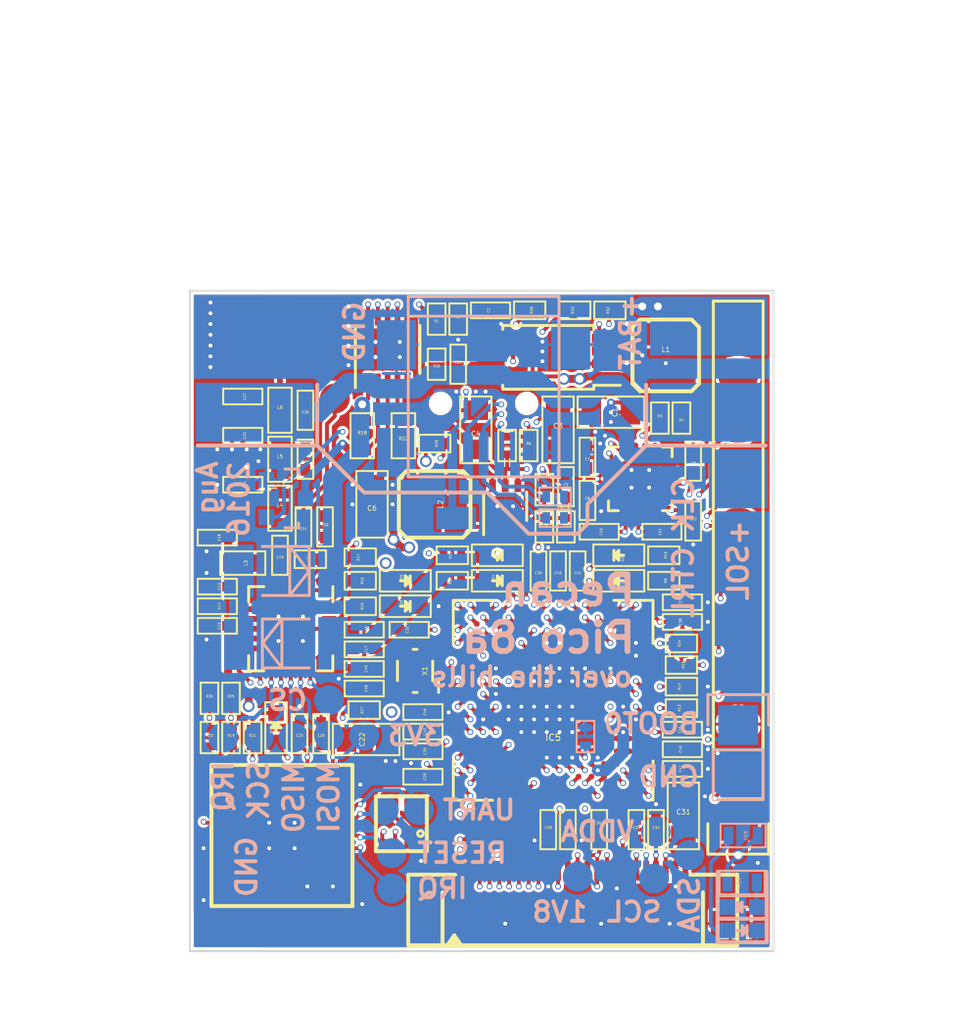
<source format=kicad_pcb>
(kicad_pcb (version 4) (host pcbnew 4.0.2+dfsg1-stable)
  (layers (0 F.Cu signal) (1 In1.Cu signal) (2 In2.Cu signal) (31 B.Cu signal) (34 B.Paste user) (35 F.Paste user) (36 B.SilkS user) (37 F.SilkS user) (38 B.Mask user) (39 F.Mask user) (44 Edge.Cuts user))
  (net 0 "")
  (net 1 +1V8)
  (net 2 GND)
  (net 3 /CLOCK_26M)
  (net 4 /CLOCK_CTRL)
  (net 5 +SOL)
  (net 6 "Net-(C2-Pad1)")
  (net 7 /SENSE_BAT-)
  (net 8 "Net-(C5-Pad2)")
  (net 9 +3V3)
  (net 10 VDDA)
  (net 11 +1V35)
  (net 12 "Net-(C16-Pad2)")
  (net 13 "Net-(C17-Pad2)")
  (net 14 "Net-(C19-Pad1)")
  (net 15 "Net-(C19-Pad2)")
  (net 16 "Net-(C21-Pad1)")
  (net 17 "Net-(C24-Pad2)")
  (net 18 "Net-(C28-Pad2)")
  (net 19 "Net-(C32-Pad2)")
  (net 20 +OSC)
  (net 21 "Net-(IC1-Pad3)")
  (net 22 /RADIO_SDN)
  (net 23 /RADIO_GPIO0)
  (net 24 /RADIO_GPIO1)
  (net 25 /RADIO_IRQ)
  (net 26 /SPI_SCK)
  (net 27 /SPI_MISO)
  (net 28 /SPI_MOSI)
  (net 29 /RADIO_CS)
  (net 30 /RADIO_GPIO2)
  (net 31 /RADIO_GPIO3)
  (net 32 "Net-(IC5-PadD4)")
  (net 33 "Net-(IC5-PadE4)")
  (net 34 "Net-(IC5-PadG4)")
  (net 35 "Net-(IC5-PadH4)")
  (net 36 "Net-(IC5-PadC4)")
  (net 37 /I2C_SDA)
  (net 38 "Net-(IC5-PadA4)")
  (net 39 "Net-(IC5-PadE1)")
  (net 40 "Net-(IC5-PadD1)")
  (net 41 /CAM_D6)
  (net 42 "Net-(IC5-PadA2)")
  (net 43 "Net-(IC5-PadA3)")
  (net 44 /CAM_D9)
  (net 45 /CAM_D8)
  (net 46 "Net-(IC5-PadC2)")
  (net 47 "Net-(IC5-PadC3)")
  (net 48 "Net-(IC5-PadD3)")
  (net 49 "Net-(IC5-PadD2)")
  (net 50 "Net-(IC5-PadE2)")
  (net 51 "Net-(IC5-PadE3)")
  (net 52 "Net-(IC5-PadH3)")
  (net 53 "Net-(IC5-PadH2)")
  (net 54 "Net-(IC5-PadH1)")
  (net 55 /SWD_NRST)
  (net 56 "Net-(IC5-PadJ3)")
  (net 57 "Net-(IC5-PadJ4)")
  (net 58 "Net-(IC5-PadK3)")
  (net 59 "Net-(IC5-PadK2)")
  (net 60 "Net-(IC5-PadK1)")
  (net 61 "Net-(IC5-PadL1)")
  (net 62 "Net-(IC5-PadL2)")
  (net 63 "Net-(IC5-PadL3)")
  (net 64 "Net-(IC5-PadM6)")
  (net 65 "Net-(IC5-PadN6)")
  (net 66 "Net-(IC5-PadP6)")
  (net 67 "Net-(IC5-PadM2)")
  (net 68 "Net-(IC5-PadM3)")
  (net 69 "Net-(IC5-PadM4)")
  (net 70 "Net-(IC5-PadM5)")
  (net 71 /ADC_VSOL)
  (net 72 /ADC_VBAT)
  (net 73 /CAM_PCLK)
  (net 74 "Net-(IC5-PadP2)")
  (net 75 /GPS_RXD)
  (net 76 /GPS_TXD)
  (net 77 /CAM_HREF)
  (net 78 "Net-(IC5-PadR7)")
  (net 79 /IO_LED1)
  (net 80 "Net-(IC5-PadK12)")
  (net 81 "Net-(IC5-PadK13)")
  (net 82 "Net-(IC5-PadK14)")
  (net 83 "Net-(IC5-PadK15)")
  (net 84 "Net-(IC5-PadL15)")
  (net 85 /IO_RXD)
  (net 86 /IO_TXD)
  (net 87 /IO_LED4)
  (net 88 "Net-(IC5-PadP7)")
  (net 89 /IO_LED2)
  (net 90 /IO_LED3)
  (net 91 "Net-(IC5-PadM7)")
  (net 92 "Net-(IC5-PadM11)")
  (net 93 "Net-(IC5-PadM12)")
  (net 94 "Net-(IC5-PadL12)")
  (net 95 "Net-(IC5-PadL13)")
  (net 96 "Net-(IC5-PadM13)")
  (net 97 "Net-(IC5-PadN12)")
  (net 98 "Net-(IC5-PadN7)")
  (net 99 "Net-(IC5-PadE12)")
  (net 100 "Net-(IC5-PadD11)")
  (net 101 "Net-(IC5-PadD10)")
  (net 102 /I2C_SCL)
  (net 103 "Net-(IC5-PadA6)")
  (net 104 "Net-(IC5-PadA7)")
  (net 105 "Net-(IC5-PadA8)")
  (net 106 /SWD_SWO)
  (net 107 "Net-(IC5-PadA13)")
  (net 108 /SWD_SWCLK)
  (net 109 /SWD_SWDIO)
  (net 110 "Net-(IC5-PadE15)")
  (net 111 /CAM_XCLK)
  (net 112 /CAM_D3)
  (net 113 /CAM_D2)
  (net 114 "Net-(IC5-PadJ15)")
  (net 115 "Net-(IC5-PadJ14)")
  (net 116 "Net-(IC5-PadH14)")
  (net 117 /CAM_D4)
  (net 118 /CAM_D5)
  (net 119 "Net-(IC5-PadE14)")
  (net 120 "Net-(IC5-PadD14)")
  (net 121 "Net-(IC5-PadC14)")
  (net 122 "Net-(IC5-PadB13)")
  (net 123 "Net-(IC5-PadB12)")
  (net 124 "Net-(IC5-PadB11)")
  (net 125 "Net-(IC5-PadB10)")
  (net 126 "Net-(IC5-PadB9)")
  (net 127 "Net-(IC5-PadB8)")
  (net 128 /CAM_D7)
  (net 129 "Net-(IC5-PadB7)")
  (net 130 /CAM_VSYNC)
  (net 131 "Net-(IC5-PadC10)")
  (net 132 "Net-(IC5-PadC11)")
  (net 133 "Net-(IC5-PadC12)")
  (net 134 "Net-(IC5-PadC13)")
  (net 135 "Net-(IC5-PadD13)")
  (net 136 "Net-(IC5-PadE13)")
  (net 137 /SENSE_SOL-)
  (net 138 +BATT)
  (net 139 /PAC_ALERT)
  (net 140 "Net-(D5-Pad2)")
  (net 141 "Net-(D6-Pad2)")
  (net 142 "Net-(D7-Pad1)")
  (net 143 /GPS_TIMEPULSE)
  (net 144 "Net-(P1-Pad1)")
  (net 145 "Net-(P1-Pad2)")
  (net 146 /CAM_RESET)
  (net 147 "Net-(P1-Pad24)")
  (net 148 "Net-(IC2-Pad1)")
  (net 149 /CAM_EN)
  (net 150 "Net-(C35-Pad1)")
  (net 151 "Net-(C36-Pad1)")
  (net 152 "Net-(IC6-Pad1)")
  (net 153 "Net-(IC6-Pad5)")
  (net 154 "Net-(IC6-Pad6)")
  (net 155 "Net-(IC6-Pad8)")
  (net 156 "Net-(IC6-Pad12)")
  (net 157 /GPS_IRQ)
  (net 158 /GPS_RESET)
  (net 159 "Net-(IC6-Pad29)")
  (net 160 "Net-(IC6-Pad30)")
  (net 161 "Net-(IC6-Pad32)")
  (net 162 "Net-(IC6-Pad34)")
  (net 163 "Net-(IC6-Pad35)")
  (net 164 "Net-(IC5-PadR8)")
  (net 165 /USB_D-)
  (net 166 /USB_D+)
  (net 167 "Net-(IC5-PadF4)")
  (net 168 "Net-(IC4-Pad7)")
  (net 169 "Net-(D1-Pad2)")
  (net 170 "Net-(D2-Pad2)")
  (net 171 "Net-(D3-Pad2)")
  (net 172 "Net-(D4-Pad2)")
  (net 173 /SOL_SHORT_EN)
  (net 174 "Net-(IC5-PadN11)")
  (net 175 "Net-(IC5-PadN2)")
  (net 176 "Net-(IC5-PadN3)")
  (net 177 "Net-(C28-Pad1)")
  (net 178 "Net-(D9-Pad2)")
  (net 179 "Net-(F1-Pad2)")
  (net 180 "Net-(D8-Pad2)")
  (net 181 /USB_ID)
  (net 182 /ADC_VUSB)
  (net 183 "Net-(IC5-PadN5)")
  (net 184 "Net-(C26-Pad2)")
  (net 185 "Net-(W6-Pad1)")
  (net 186 /GPS_EN)
  (net 187 /BOOT0)
  (net 188 "Net-(D10-Pad2)")
  (net 189 "Net-(IC5-PadP9)")
  (net 190 "Net-(IC5-PadP10)")
  (net 191 "Net-(C50-Pad2)")
  (net 192 "Net-(C51-Pad1)")
  (net 193 "Net-(C51-Pad2)")
  (net 194 "Net-(D11-Pad2)")
  (net 195 "Net-(IC5-PadR11)")
  (net 196 "Net-(IC5-PadR10)")
  (net 197 /V_BOOST)
  (net 198 "Net-(IC5-PadF1)")
  (module stm32f7:R_0402 (layer F.Cu) (at 66.3 102.95 270)
    (fp_text reference R8 (at -0.1 0 360) (layer F.SilkS) (effects (font (size 0.127 0.127) (thickness 0.01875))))
    (fp_text value 250k)
    (pad 1 smd rect (at -0.45 0 270) (size 0.4 0.6) (layers F.Cu F.Paste F.Mask) (net 8 "Net-(C5-Pad2)"))
    (pad 2 smd rect (at 0.45 0 270) (size 0.4 0.6) (layers F.Cu F.Paste F.Mask) (net 2 GND))
  )
  (module stm32f7:LED_0603 (layer B.Cu) (at 75.3 122.35)
    (fp_text reference D10 hide)
    (fp_text value red hide)
    (pad 2 smd rect (at 0.7493 0 180) (size 0.79756 0.79756) (layers B.Cu B.Paste B.Mask) (net 188 "Net-(D10-Pad2)"))
    (pad 1 smd rect (at -0.7493 0 180) (size 0.79756 0.79756) (layers B.Cu B.Paste B.Mask) (net 2 GND))
  )
  (module stm32f7:BME280 (layer F.Cu) (at 57.9 118.1 270)
    (fp_text reference IC8 hide)
    (fp_text value BME280)
    (pad 8 smd rect (at -1.025 -0.975 270) (size 0.5 0.35) (layers F.Cu F.Paste F.Mask) (net 1 +1V8))
    (pad 7 smd rect (at -1.025 -0.325 270) (size 0.5 0.35) (layers F.Cu F.Paste F.Mask) (net 2 GND))
    (pad 6 smd rect (at -1.025 0.325 270) (size 0.5 0.35) (layers F.Cu F.Paste F.Mask) (net 1 +1V8))
    (pad 5 smd rect (at -1.025 0.975 270) (size 0.5 0.35) (layers F.Cu F.Paste F.Mask) (net 1 +1V8))
    (pad 1 smd rect (at 1.025 -0.975 270) (size 0.5 0.35) (layers F.Cu F.Paste F.Mask) (net 2 GND))
    (pad 2 smd rect (at 1.025 -0.325 270) (size 0.5 0.35) (layers F.Cu F.Paste F.Mask) (net 1 +1V8))
    (pad 3 smd rect (at 1.025 0.325 270) (size 0.5 0.35) (layers F.Cu F.Paste F.Mask) (net 37 /I2C_SDA))
    (pad 4 smd rect (at 1.025 0.975 270) (size 0.5 0.35) (layers F.Cu F.Paste F.Mask) (net 102 /I2C_SCL))
  )
  (module stm32f7:C_0402 (layer F.Cu) (at 66.3 100.9 270)
    (fp_text reference C5 (at -0.1 0 360) (layer F.SilkS) (effects (font (size 0.127 0.127) (thickness 0.01875))))
    (fp_text value 22pF)
    (pad 1 smd rect (at -0.55 0 270) (size 0.6 0.5) (layers F.Cu F.Paste F.Mask) (net 1 +1V8))
    (pad 2 smd rect (at 0.55 0 270) (size 0.6 0.5) (layers F.Cu F.Paste F.Mask) (net 8 "Net-(C5-Pad2)"))
  )
  (module stm32f7:PAD_6x3 (layer B.Cu) (at 73.6 97.1 180)
    (fp_text reference W6 hide)
    (fp_text value Pad hide)
    (pad 1 smd rect (at 0 0 180) (size 6 3) (layers B.Cu B.Mask) (net 185 "Net-(W6-Pad1)"))
  )
  (module Housings_DFN_QFN:QFN-16-1EP_3x3mm_Pitch0.5mm (layer F.Cu) (at 70.1 100.5)
    (fp_text reference IC3 hide)
    (fp_text value ADP322ACPZ-115-R7 hide)
    (pad 1 smd oval (at -1.475 -0.75) (size 0.75 0.3) (layers F.Cu F.Paste F.Mask) (net 186 /GPS_EN))
    (pad 2 smd oval (at -1.475 -0.25) (size 0.75 0.3) (layers F.Cu F.Paste F.Mask) (net 7 /SENSE_BAT-))
    (pad 3 smd oval (at -1.475 0.25) (size 0.75 0.3) (layers F.Cu F.Paste F.Mask) (net 7 /SENSE_BAT-))
    (pad 4 smd oval (at -1.475 0.75) (size 0.75 0.3) (layers F.Cu F.Paste F.Mask))
    (pad 5 smd oval (at -0.75 1.475 90) (size 0.75 0.3) (layers F.Cu F.Paste F.Mask) (net 9 +3V3))
    (pad 6 smd oval (at -0.25 1.475 90) (size 0.75 0.3) (layers F.Cu F.Paste F.Mask) (net 10 VDDA))
    (pad 7 smd oval (at 0.25 1.475 90) (size 0.75 0.3) (layers F.Cu F.Paste F.Mask))
    (pad 8 smd oval (at 0.75 1.475 90) (size 0.75 0.3) (layers F.Cu F.Paste F.Mask) (net 11 +1V35))
    (pad 9 smd oval (at 1.475 0.75) (size 0.75 0.3) (layers F.Cu F.Paste F.Mask))
    (pad 10 smd oval (at 1.475 0.25) (size 0.75 0.3) (layers F.Cu F.Paste F.Mask) (net 7 /SENSE_BAT-))
    (pad 11 smd oval (at 1.475 -0.25) (size 0.75 0.3) (layers F.Cu F.Paste F.Mask))
    (pad 12 smd oval (at 1.475 -0.75) (size 0.75 0.3) (layers F.Cu F.Paste F.Mask) (net 2 GND))
    (pad 13 smd oval (at 0.75 -1.475 90) (size 0.75 0.3) (layers F.Cu F.Paste F.Mask))
    (pad 14 smd oval (at 0.25 -1.475 90) (size 0.75 0.3) (layers F.Cu F.Paste F.Mask))
    (pad 15 smd oval (at -0.25 -1.475 90) (size 0.75 0.3) (layers F.Cu F.Paste F.Mask) (net 149 /CAM_EN))
    (pad 16 smd oval (at -0.75 -1.475 90) (size 0.75 0.3) (layers F.Cu F.Paste F.Mask) (net 149 /CAM_EN))
    (pad 17 smd rect (at 0.45 0.45) (size 0.9 0.9) (layers F.Cu F.Paste F.Mask) (net 2 GND))
    (pad 17 smd rect (at 0.45 -0.45) (size 0.9 0.9) (layers F.Cu F.Paste F.Mask) (net 2 GND))
    (pad 17 smd rect (at -0.45 0.45) (size 0.9 0.9) (layers F.Cu F.Paste F.Mask) (net 2 GND))
    (pad 17 smd rect (at -0.45 -0.45) (size 0.9 0.9) (layers F.Cu F.Paste F.Mask) (net 2 GND))
  )
  (module stm32f7:C_0805 (layer F.Cu) (at 68.6 97.1 180)
    (fp_text reference C1 (at -0.2 0 270) (layer F.SilkS) (effects (font (size 0.25 0.25) (thickness 0.0375))))
    (fp_text value 22u)
    (pad 1 smd rect (at -1 0 180) (size 1 1.25) (layers F.Cu F.Paste F.Mask) (net 5 +SOL))
    (pad 2 smd rect (at 1 0 180) (size 1 1.25) (layers F.Cu F.Paste F.Mask) (net 2 GND))
  )
  (module Diodes_SMD:MELF_Standard (layer B.Cu) (at 51.9997 105.2 180)
    (fp_text reference D8 hide)
    (fp_text value DIODE hide)
    (pad 1 smd rect (at -2.4003 0 180) (size 1.50114 2.70002) (layers B.Cu B.Paste B.Mask) (net 5 +SOL))
    (pad 2 smd rect (at 2.4003 0 180) (size 1.50114 2.70002) (layers B.Cu B.Paste B.Mask) (net 180 "Net-(D8-Pad2)"))
  )
  (module TO_SOT_Packages_SMD:SOT-23 (layer B.Cu) (at 52 101.5 90)
    (fp_text reference Q1 hide)
    (fp_text value FDN306P hide)
    (pad 1 smd rect (at -0.95 -1.00076 90) (size 0.8001 0.8001) (layers B.Cu B.Paste B.Mask) (net 173 /SOL_SHORT_EN))
    (pad 2 smd rect (at 0.95 -1.00076 90) (size 0.8001 0.8001) (layers B.Cu B.Paste B.Mask) (net 2 GND))
    (pad 3 smd rect (at 0 0.99822 90) (size 0.8001 0.8001) (layers B.Cu B.Paste B.Mask) (net 137 /SENSE_SOL-))
  )
  (module Housings_DFN_QFN:DFN-10-1EP_3x3mm_Pitch0.5mm (layer F.Cu) (at 57.2 93.9 90)
    (fp_text reference IC7 hide)
    (fp_text value PAC1720 hide)
    (pad 1 smd rect (at -1.55 -1 90) (size 0.65 0.3) (layers F.Cu F.Paste F.Mask) (net 5 +SOL))
    (pad 2 smd rect (at -1.55 -0.5 90) (size 0.65 0.3) (layers F.Cu F.Paste F.Mask) (net 137 /SENSE_SOL-))
    (pad 3 smd rect (at -1.55 0 90) (size 0.65 0.3) (layers F.Cu F.Paste F.Mask) (net 138 +BATT))
    (pad 4 smd rect (at -1.55 0.5 90) (size 0.65 0.3) (layers F.Cu F.Paste F.Mask) (net 7 /SENSE_BAT-))
    (pad 5 smd rect (at -1.55 1 90) (size 0.65 0.3) (layers F.Cu F.Paste F.Mask) (net 2 GND))
    (pad 6 smd rect (at 1.55 1 90) (size 0.65 0.3) (layers F.Cu F.Paste F.Mask) (net 2 GND))
    (pad 7 smd rect (at 1.55 0.5 90) (size 0.65 0.3) (layers F.Cu F.Paste F.Mask) (net 139 /PAC_ALERT))
    (pad 8 smd rect (at 1.55 0 90) (size 0.65 0.3) (layers F.Cu F.Paste F.Mask) (net 37 /I2C_SDA))
    (pad 9 smd rect (at 1.55 -0.5 90) (size 0.65 0.3) (layers F.Cu F.Paste F.Mask) (net 102 /I2C_SCL))
    (pad 10 smd rect (at 1.55 -1 90) (size 0.65 0.3) (layers F.Cu F.Paste F.Mask) (net 7 /SENSE_BAT-))
    (pad 11 smd rect (at 0.3875 0.62 90) (size 0.775 1.24) (layers F.Cu F.Paste F.Mask) (net 2 GND))
    (pad 11 smd rect (at 0.3875 -0.62 90) (size 0.775 1.24) (layers F.Cu F.Paste F.Mask) (net 2 GND))
    (pad 11 smd rect (at -0.3875 0.62 90) (size 0.775 1.24) (layers F.Cu F.Paste F.Mask) (net 2 GND))
    (pad 11 smd rect (at -0.3875 -0.62 90) (size 0.775 1.24) (layers F.Cu F.Paste F.Mask) (net 2 GND))
  )
  (module stm32f7:C_0402 (layer F.Cu) (at 60.8 94.65 270)
    (fp_text reference C28 (at -0.1 0 360) (layer F.SilkS) (effects (font (size 0.127 0.127) (thickness 0.01875))))
    (fp_text value ?)
    (pad 1 smd rect (at -0.55 0 270) (size 0.6 0.5) (layers F.Cu F.Paste F.Mask) (net 177 "Net-(C28-Pad1)"))
    (pad 2 smd rect (at 0.55 0 270) (size 0.6 0.5) (layers F.Cu F.Paste F.Mask) (net 18 "Net-(C28-Pad2)"))
  )
  (module Housings_SSOP:TSSOP-8_4.4x3mm_Pitch0.65mm (layer F.Cu) (at 65.4 94.3 180)
    (fp_text reference IC1 hide)
    (fp_text value SPV1040 hide)
    (pad 1 smd rect (at -2.95 -0.975 180) (size 1.45 0.45) (layers F.Cu F.Paste F.Mask) (net 5 +SOL))
    (pad 2 smd rect (at -2.95 -0.325 180) (size 1.45 0.45) (layers F.Cu F.Paste F.Mask) (net 2 GND))
    (pad 3 smd rect (at -2.95 0.325 180) (size 1.45 0.45) (layers F.Cu F.Paste F.Mask) (net 21 "Net-(IC1-Pad3)"))
    (pad 4 smd rect (at -2.95 0.975 180) (size 1.45 0.45) (layers F.Cu F.Paste F.Mask) (net 7 /SENSE_BAT-))
    (pad 5 smd rect (at 2.95 0.975 180) (size 1.45 0.45) (layers F.Cu F.Paste F.Mask) (net 6 "Net-(C2-Pad1)"))
    (pad 6 smd rect (at 2.95 0.325 180) (size 1.45 0.45) (layers F.Cu F.Paste F.Mask) (net 177 "Net-(C28-Pad1)"))
    (pad 7 smd rect (at 2.95 -0.325 180) (size 1.45 0.45) (layers F.Cu F.Paste F.Mask) (net 18 "Net-(C28-Pad2)"))
    (pad 8 smd rect (at 2.95 -0.975 180) (size 1.45 0.45) (layers F.Cu F.Paste F.Mask) (net 5 +SOL))
  )
  (module stm32f7:R_0402 (layer F.Cu) (at 59.7 94.65 90)
    (fp_text reference R30 (at -0.1 0 180) (layer F.SilkS) (effects (font (size 0.127 0.127) (thickness 0.01875))))
    (fp_text value ?)
    (pad 1 smd rect (at -0.45 0 90) (size 0.4 0.6) (layers F.Cu F.Paste F.Mask) (net 18 "Net-(C28-Pad2)"))
    (pad 2 smd rect (at 0.45 0 90) (size 0.4 0.6) (layers F.Cu F.Paste F.Mask) (net 7 /SENSE_BAT-))
  )
  (module stm32f7:R_0402 (layer F.Cu) (at 59.6 98.7 180)
    (fp_text reference R29 (at -0.1 0 270) (layer F.SilkS) (effects (font (size 0.127 0.127) (thickness 0.01875))))
    (fp_text value ?)
    (pad 1 smd rect (at -0.45 0 180) (size 0.4 0.6) (layers F.Cu F.Paste F.Mask) (net 177 "Net-(C28-Pad1)"))
    (pad 2 smd rect (at 0.45 0 180) (size 0.4 0.6) (layers F.Cu F.Paste F.Mask) (net 138 +BATT))
  )
  (module stm32f7:EVA7M (layer F.Cu) (at 51.8 118.7 90)
    (fp_text reference IC6 hide)
    (fp_text value EVA-7M)
    (pad 1 smd rect (at -3.15 -2.6 90) (size 0.4 0.3) (layers F.Cu F.Paste F.Mask) (net 152 "Net-(IC6-Pad1)"))
    (pad 2 smd rect (at -3.15 -1.95 90) (size 0.4 0.3) (layers F.Cu F.Paste F.Mask) (net 2 GND))
    (pad 3 smd rect (at -3.15 -1.3 90) (size 0.4 0.3) (layers F.Cu F.Paste F.Mask))
    (pad 4 smd rect (at -3.15 -0.65 90) (size 0.4 0.3) (layers F.Cu F.Paste F.Mask))
    (pad 5 smd rect (at -3.15 0 90) (size 0.4 0.3) (layers F.Cu F.Paste F.Mask) (net 153 "Net-(IC6-Pad5)"))
    (pad 6 smd rect (at -3.15 0.65 90) (size 0.4 0.3) (layers F.Cu F.Paste F.Mask) (net 154 "Net-(IC6-Pad6)"))
    (pad 7 smd rect (at -3.15 1.3 90) (size 0.4 0.3) (layers F.Cu F.Paste F.Mask) (net 2 GND))
    (pad 8 smd rect (at -3.15 1.95 90) (size 0.4 0.3) (layers F.Cu F.Paste F.Mask) (net 155 "Net-(IC6-Pad8)"))
    (pad 9 smd rect (at -3.15 2.6 90) (size 0.4 0.3) (layers F.Cu F.Paste F.Mask) (net 2 GND))
    (pad 11 smd rect (at -1.95 3.15 90) (size 0.3 0.4) (layers F.Cu F.Paste F.Mask))
    (pad 12 smd rect (at -1.3 3.15 90) (size 0.3 0.4) (layers F.Cu F.Paste F.Mask) (net 156 "Net-(IC6-Pad12)"))
    (pad 13 smd rect (at -0.65 3.15 90) (size 0.3 0.4) (layers F.Cu F.Paste F.Mask) (net 157 /GPS_IRQ))
    (pad 14 smd rect (at 0 3.15 90) (size 0.3 0.4) (layers F.Cu F.Paste F.Mask) (net 158 /GPS_RESET))
    (pad 15 smd rect (at 0.65 3.15 90) (size 0.3 0.4) (layers F.Cu F.Paste F.Mask) (net 76 /GPS_TXD))
    (pad 16 smd rect (at 1.3 3.15 90) (size 0.3 0.4) (layers F.Cu F.Paste F.Mask) (net 75 /GPS_RXD))
    (pad 17 smd rect (at 1.95 3.15 90) (size 0.3 0.4) (layers F.Cu F.Paste F.Mask))
    (pad 18 smd rect (at 2.6 3.15 90) (size 0.3 0.4) (layers F.Cu F.Paste F.Mask) (net 2 GND))
    (pad 19 smd rect (at 3.15 2.6 90) (size 0.4 0.3) (layers F.Cu F.Paste F.Mask) (net 9 +3V3))
    (pad 10 smd rect (at -2.6 3.15 90) (size 0.3 0.4) (layers F.Cu F.Paste F.Mask))
    (pad 20 smd rect (at 3.15 1.95 90) (size 0.4 0.3) (layers F.Cu F.Paste F.Mask) (net 1 +1V8))
    (pad 21 smd rect (at 3.15 1.3 90) (size 0.4 0.3) (layers F.Cu F.Paste F.Mask) (net 1 +1V8))
    (pad 22 smd rect (at 3.15 0.65 90) (size 0.4 0.3) (layers F.Cu F.Paste F.Mask))
    (pad 23 smd rect (at 3.15 0 90) (size 0.4 0.3) (layers F.Cu F.Paste F.Mask))
    (pad 24 smd rect (at 3.15 -0.65 90) (size 0.4 0.3) (layers F.Cu F.Paste F.Mask))
    (pad 25 smd rect (at 3.15 -1.3 90) (size 0.4 0.3) (layers F.Cu F.Paste F.Mask))
    (pad 26 smd rect (at 3.15 -1.95 90) (size 0.4 0.3) (layers F.Cu F.Paste F.Mask))
    (pad 27 smd rect (at 3.15 -2.6 90) (size 0.4 0.3) (layers F.Cu F.Paste F.Mask))
    (pad 28 smd rect (at 2.6 -3.15 90) (size 0.3 0.4) (layers F.Cu F.Paste F.Mask))
    (pad 29 smd rect (at 1.95 -3.15 90) (size 0.3 0.4) (layers F.Cu F.Paste F.Mask) (net 159 "Net-(IC6-Pad29)"))
    (pad 30 smd rect (at 1.3 -3.15 90) (size 0.3 0.4) (layers F.Cu F.Paste F.Mask) (net 160 "Net-(IC6-Pad30)"))
    (pad 31 smd rect (at 0.65 -3.15 90) (size 0.3 0.4) (layers F.Cu F.Paste F.Mask) (net 143 /GPS_TIMEPULSE))
    (pad 32 smd rect (at 0 -3.15 90) (size 0.3 0.4) (layers F.Cu F.Paste F.Mask) (net 161 "Net-(IC6-Pad32)"))
    (pad 33 smd rect (at -0.65 -3.15 90) (size 0.3 0.4) (layers F.Cu F.Paste F.Mask))
    (pad 34 smd rect (at -1.3 -3.15 90) (size 0.3 0.4) (layers F.Cu F.Paste F.Mask) (net 162 "Net-(IC6-Pad34)"))
    (pad 35 smd rect (at -1.95 -3.15 90) (size 0.3 0.4) (layers F.Cu F.Paste F.Mask) (net 163 "Net-(IC6-Pad35)"))
    (pad 36 smd rect (at -2.6 -3.15 90) (size 0.3 0.4) (layers F.Cu F.Paste F.Mask))
    (pad 37 smd rect (at 0 0 90) (size 0.5 0.5) (layers F.Cu F.Paste F.Mask) (net 2 GND))
    (pad 37 smd rect (at -1.3 0 90) (size 0.5 0.5) (layers F.Cu F.Paste F.Mask) (net 2 GND))
    (pad 37 smd rect (at 0 -1.3 90) (size 0.5 0.5) (layers F.Cu F.Paste F.Mask) (net 2 GND))
    (pad 37 smd rect (at -1.3 -1.3 90) (size 0.5 0.5) (layers F.Cu F.Paste F.Mask) (net 2 GND))
    (pad 37 smd rect (at 0 1.3 90) (size 0.5 0.5) (layers F.Cu F.Paste F.Mask) (net 2 GND))
    (pad 37 smd rect (at -1.3 1.3 90) (size 0.5 0.5) (layers F.Cu F.Paste F.Mask) (net 2 GND))
    (pad 37 smd rect (at 1.3 1.3 90) (size 0.5 0.5) (layers F.Cu F.Paste F.Mask) (net 2 GND))
  )
  (module stm32f7:C_0402 (layer F.Cu) (at 48.5 107 180)
    (fp_text reference C14 (at -0.1 0 270) (layer F.SilkS) (effects (font (size 0.127 0.127) (thickness 0.01875))))
    (fp_text value 100n)
    (pad 1 smd rect (at -0.55 0 180) (size 0.6 0.5) (layers F.Cu F.Paste F.Mask) (net 1 +1V8))
    (pad 2 smd rect (at 0.55 0 180) (size 0.6 0.5) (layers F.Cu F.Paste F.Mask) (net 2 GND))
  )
  (module stm32f7:C_0402 (layer F.Cu) (at 72.25 107.8)
    (fp_text reference C38 (at -0.1 0 90) (layer F.SilkS) (effects (font (size 0.127 0.127) (thickness 0.01875))))
    (fp_text value 10n)
    (pad 1 smd rect (at -0.55 0) (size 0.6 0.5) (layers F.Cu F.Paste F.Mask) (net 1 +1V8))
    (pad 2 smd rect (at 0.55 0) (size 0.6 0.5) (layers F.Cu F.Paste F.Mask) (net 2 GND))
  )
  (module stm32f7:C_0402 (layer F.Cu) (at 52.7 113.5 90)
    (fp_text reference C23 (at -0.1 0 180) (layer F.SilkS) (effects (font (size 0.127 0.127) (thickness 0.01875))))
    (fp_text value 100n)
    (pad 1 smd rect (at -0.55 0 90) (size 0.6 0.5) (layers F.Cu F.Paste F.Mask) (net 1 +1V8))
    (pad 2 smd rect (at 0.55 0 90) (size 0.6 0.5) (layers F.Cu F.Paste F.Mask) (net 2 GND))
  )
  (module stm32f7:R_0402 (layer F.Cu) (at 49.2 111.7 270)
    (fp_text reference R25 (at -0.1 0 360) (layer F.SilkS) (effects (font (size 0.127 0.127) (thickness 0.01875))))
    (fp_text value 4k7)
    (pad 1 smd rect (at -0.45 0 270) (size 0.4 0.6) (layers F.Cu F.Paste F.Mask) (net 1 +1V8))
    (pad 2 smd rect (at 0.45 0 270) (size 0.4 0.6) (layers F.Cu F.Paste F.Mask) (net 102 /I2C_SCL))
  )
  (module stm32f7:R_0603 (layer F.Cu) (at 51.7 99.5 270)
    (fp_text reference L5 (at -0.15 0 360) (layer F.SilkS) (effects (font (size 0.166 0.166) (thickness 0.025))))
    (fp_text value 68n)
    (pad 1 smd rect (at -0.75 0 270) (size 0.5 0.9) (layers F.Cu F.Paste F.Mask) (net 17 "Net-(C24-Pad2)"))
    (pad 2 smd rect (at 0.75 0 270) (size 0.5 0.9) (layers F.Cu F.Paste F.Mask) (net 16 "Net-(C21-Pad1)"))
  )
  (module stm32f7:R_0402 (layer F.Cu) (at 60.5 104.4)
    (fp_text reference R11 (at -0.1 0 90) (layer F.SilkS) (effects (font (size 0.127 0.127) (thickness 0.01875))))
    (fp_text value 0R)
    (pad 1 smd rect (at -0.45 0) (size 0.4 0.6) (layers F.Cu F.Paste F.Mask) (net 1 +1V8))
    (pad 2 smd rect (at 0.45 0) (size 0.4 0.6) (layers F.Cu F.Paste F.Mask) (net 171 "Net-(D3-Pad2)"))
  )
  (module stm32f7:C_0402 (layer F.Cu) (at 56 111.2 180)
    (fp_text reference C48 (at -0.1 0 270) (layer F.SilkS) (effects (font (size 0.127 0.127) (thickness 0.01875))))
    (fp_text value 100n)
    (pad 1 smd rect (at -0.55 0 180) (size 0.6 0.5) (layers F.Cu F.Paste F.Mask) (net 20 +OSC))
    (pad 2 smd rect (at 0.55 0 180) (size 0.6 0.5) (layers F.Cu F.Paste F.Mask) (net 2 GND))
  )
  (module stm32f7:R_0402 (layer F.Cu) (at 49.2 113.7 270)
    (fp_text reference R19 (at -0.1 0 360) (layer F.SilkS) (effects (font (size 0.127 0.127) (thickness 0.01875))))
    (fp_text value 0R)
    (pad 1 smd rect (at -0.45 0 270) (size 0.4 0.6) (layers F.Cu F.Paste F.Mask) (net 102 /I2C_SCL))
    (pad 2 smd rect (at 0.45 0 270) (size 0.4 0.6) (layers F.Cu F.Paste F.Mask) (net 159 "Net-(IC6-Pad29)"))
  )
  (module stm32f7:R_0402 (layer F.Cu) (at 48.1 113.7 270)
    (fp_text reference R20 (at -0.1 0 360) (layer F.SilkS) (effects (font (size 0.127 0.127) (thickness 0.01875))))
    (fp_text value 0R)
    (pad 1 smd rect (at -0.45 0 270) (size 0.4 0.6) (layers F.Cu F.Paste F.Mask) (net 37 /I2C_SDA))
    (pad 2 smd rect (at 0.45 0 270) (size 0.4 0.6) (layers F.Cu F.Paste F.Mask) (net 160 "Net-(IC6-Pad30)"))
  )
  (module stm32f7:R_0402 (layer F.Cu) (at 50.3 113.7 270)
    (fp_text reference R21 (at -0.1 0 360) (layer F.SilkS) (effects (font (size 0.127 0.127) (thickness 0.01875))))
    (fp_text value 1k5)
    (pad 1 smd rect (at -0.45 0 270) (size 0.4 0.6) (layers F.Cu F.Paste F.Mask) (net 142 "Net-(D7-Pad1)"))
    (pad 2 smd rect (at 0.45 0 270) (size 0.4 0.6) (layers F.Cu F.Paste F.Mask) (net 143 /GPS_TIMEPULSE))
  )
  (module stm32f7:R_0402 (layer F.Cu) (at 48.1 111.7 270)
    (fp_text reference R26 (at -0.1 0 360) (layer F.SilkS) (effects (font (size 0.127 0.127) (thickness 0.01875))))
    (fp_text value 4k7)
    (pad 1 smd rect (at -0.45 0 270) (size 0.4 0.6) (layers F.Cu F.Paste F.Mask) (net 1 +1V8))
    (pad 2 smd rect (at 0.45 0 270) (size 0.4 0.6) (layers F.Cu F.Paste F.Mask) (net 37 /I2C_SDA))
  )
  (module Housings_DFN_QFN:QFN-20-1EP_4x4mm_Pitch0.5mm (layer F.Cu) (at 52.25 108.15 270)
    (fp_text reference IC4 hide)
    (fp_text value Si4464 hide)
    (pad 1 smd rect (at -1.965 -1 270) (size 0.73 0.3) (layers F.Cu F.Paste F.Mask) (net 22 /RADIO_SDN))
    (pad 2 smd rect (at -1.965 -0.5 270) (size 0.73 0.3) (layers F.Cu F.Paste F.Mask) (net 191 "Net-(C50-Pad2)"))
    (pad 3 smd rect (at -1.965 0 270) (size 0.73 0.3) (layers F.Cu F.Paste F.Mask) (net 192 "Net-(C51-Pad1)"))
    (pad 4 smd rect (at -1.965 0.5 270) (size 0.73 0.3) (layers F.Cu F.Paste F.Mask) (net 14 "Net-(C19-Pad1)"))
    (pad 5 smd rect (at -1.965 1 270) (size 0.73 0.3) (layers F.Cu F.Paste F.Mask))
    (pad 6 smd rect (at -1 1.965) (size 0.73 0.3) (layers F.Cu F.Paste F.Mask) (net 1 +1V8))
    (pad 7 smd rect (at -0.5 1.965) (size 0.73 0.3) (layers F.Cu F.Paste F.Mask) (net 168 "Net-(IC4-Pad7)"))
    (pad 8 smd rect (at 0 1.965) (size 0.73 0.3) (layers F.Cu F.Paste F.Mask) (net 1 +1V8))
    (pad 9 smd rect (at 0.5 1.965) (size 0.73 0.3) (layers F.Cu F.Paste F.Mask) (net 23 /RADIO_GPIO0))
    (pad 10 smd rect (at 1 1.965) (size 0.73 0.3) (layers F.Cu F.Paste F.Mask) (net 24 /RADIO_GPIO1))
    (pad 11 smd rect (at 1.965 1 270) (size 0.73 0.3) (layers F.Cu F.Paste F.Mask) (net 25 /RADIO_IRQ))
    (pad 12 smd rect (at 1.965 0.5 270) (size 0.73 0.3) (layers F.Cu F.Paste F.Mask) (net 26 /SPI_SCK))
    (pad 13 smd rect (at 1.965 0 270) (size 0.73 0.3) (layers F.Cu F.Paste F.Mask) (net 27 /SPI_MISO))
    (pad 14 smd rect (at 1.965 -0.5 270) (size 0.73 0.3) (layers F.Cu F.Paste F.Mask) (net 28 /SPI_MOSI))
    (pad 15 smd rect (at 1.965 -1 270) (size 0.73 0.3) (layers F.Cu F.Paste F.Mask) (net 29 /RADIO_CS))
    (pad 16 smd rect (at 1 -1.965) (size 0.73 0.3) (layers F.Cu F.Paste F.Mask) (net 13 "Net-(C17-Pad2)"))
    (pad 17 smd rect (at 0.5 -1.965) (size 0.73 0.3) (layers F.Cu F.Paste F.Mask) (net 12 "Net-(C16-Pad2)"))
    (pad 18 smd rect (at 0 -1.965) (size 0.73 0.3) (layers F.Cu F.Paste F.Mask) (net 2 GND))
    (pad 19 smd rect (at -0.5 -1.965) (size 0.73 0.3) (layers F.Cu F.Paste F.Mask) (net 30 /RADIO_GPIO2))
    (pad 20 smd rect (at -1 -1.965) (size 0.73 0.3) (layers F.Cu F.Paste F.Mask) (net 31 /RADIO_GPIO3))
    (pad 21 smd rect (at 0.625 0.625 270) (size 1.25 1.25) (layers F.Cu F.Paste F.Mask) (net 2 GND))
    (pad 21 smd rect (at 0.625 -0.625 270) (size 1.25 1.25) (layers F.Cu F.Paste F.Mask) (net 2 GND))
    (pad 21 smd rect (at -0.625 0.625 270) (size 1.25 1.25) (layers F.Cu F.Paste F.Mask) (net 2 GND))
    (pad 21 smd rect (at -0.625 -0.625 270) (size 1.25 1.25) (layers F.Cu F.Paste F.Mask) (net 2 GND))
  )
  (module stm32f7:R_0402 (layer F.Cu) (at 55.8 107 180)
    (fp_text reference R15 (at -0.1 0 270) (layer F.SilkS) (effects (font (size 0.127 0.127) (thickness 0.01875))))
    (fp_text value 1k5)
    (pad 1 smd rect (at -0.45 0 180) (size 0.4 0.6) (layers F.Cu F.Paste F.Mask) (net 140 "Net-(D5-Pad2)"))
    (pad 2 smd rect (at 0.45 0 180) (size 0.4 0.6) (layers F.Cu F.Paste F.Mask) (net 30 /RADIO_GPIO2))
  )
  (module stm32f7:R_0402 (layer F.Cu) (at 55.8 105.7 180)
    (fp_text reference R16 (at -0.1 0 270) (layer F.SilkS) (effects (font (size 0.127 0.127) (thickness 0.01875))))
    (fp_text value 330R)
    (pad 1 smd rect (at -0.45 0 180) (size 0.4 0.6) (layers F.Cu F.Paste F.Mask) (net 141 "Net-(D6-Pad2)"))
    (pad 2 smd rect (at 0.45 0 180) (size 0.4 0.6) (layers F.Cu F.Paste F.Mask) (net 31 /RADIO_GPIO3))
  )
  (module Housings_DFN_QFN:DFN-6-1EP_2x2mm_Pitch0.65mm (layer F.Cu) (at 63.2 101.9 90)
    (fp_text reference IC2 hide)
    (fp_text value TPS62260 hide)
    (pad 1 smd rect (at -1.05 -0.65 90) (size 0.65 0.35) (layers F.Cu F.Paste F.Mask) (net 148 "Net-(IC2-Pad1)"))
    (pad 2 smd rect (at -1.05 0 90) (size 0.65 0.35) (layers F.Cu F.Paste F.Mask) (net 2 GND))
    (pad 3 smd rect (at -1.05 0.65 90) (size 0.65 0.35) (layers F.Cu F.Paste F.Mask) (net 8 "Net-(C5-Pad2)"))
    (pad 4 smd rect (at 1.05 0.65 90) (size 0.65 0.35) (layers F.Cu F.Paste F.Mask) (net 7 /SENSE_BAT-))
    (pad 5 smd rect (at 1.05 0 90) (size 0.65 0.35) (layers F.Cu F.Paste F.Mask) (net 7 /SENSE_BAT-))
    (pad 6 smd rect (at 1.05 -0.65 90) (size 0.65 0.35) (layers F.Cu F.Paste F.Mask) (net 2 GND))
    (pad 7 smd rect (at 0 0.4 90) (size 1 0.8) (layers F.Cu F.Paste F.Mask) (net 2 GND))
    (pad 7 smd rect (at 0 -0.4 90) (size 1 0.8) (layers F.Cu F.Paste F.Mask) (net 2 GND))
  )
  (module stm32f7:C_0402 (layer F.Cu) (at 62.45 91.9)
    (fp_text reference C2 (at -0.1 0 90) (layer F.SilkS) (effects (font (size 0.127 0.127) (thickness 0.01875))))
    (fp_text value 1n)
    (pad 1 smd rect (at -0.55 0) (size 0.6 0.5) (layers F.Cu F.Paste F.Mask) (net 6 "Net-(C2-Pad1)"))
    (pad 2 smd rect (at 0.55 0) (size 0.6 0.5) (layers F.Cu F.Paste F.Mask) (net 2 GND))
  )
  (module stm32f7:C_0805 (layer F.Cu) (at 61.7 98 90)
    (fp_text reference C4 (at -0.2 0 180) (layer F.SilkS) (effects (font (size 0.25 0.25) (thickness 0.0375))))
    (fp_text value 10u)
    (pad 1 smd rect (at -1 0 90) (size 1 1.25) (layers F.Cu F.Paste F.Mask) (net 7 /SENSE_BAT-))
    (pad 2 smd rect (at 1 0 90) (size 1 1.25) (layers F.Cu F.Paste F.Mask) (net 2 GND))
  )
  (module stm32f7:C_0805 (layer F.Cu) (at 56.4 101.8 90)
    (fp_text reference C6 (at -0.2 0 180) (layer F.SilkS) (effects (font (size 0.25 0.25) (thickness 0.0375))))
    (fp_text value 10u)
    (pad 1 smd rect (at -1 0 90) (size 1 1.25) (layers F.Cu F.Paste F.Mask) (net 1 +1V8))
    (pad 2 smd rect (at 1 0 90) (size 1 1.25) (layers F.Cu F.Paste F.Mask) (net 2 GND))
  )
  (module stm32f7:C_0402 (layer F.Cu) (at 67.4 99.4 90)
    (fp_text reference C7 (at -0.1 0 180) (layer F.SilkS) (effects (font (size 0.127 0.127) (thickness 0.01875))))
    (fp_text value 2u2)
    (pad 1 smd rect (at -0.55 0 90) (size 0.6 0.5) (layers F.Cu F.Paste F.Mask) (net 7 /SENSE_BAT-))
    (pad 2 smd rect (at 0.55 0 90) (size 0.6 0.5) (layers F.Cu F.Paste F.Mask) (net 2 GND))
  )
  (module stm32f7:C_0402 (layer F.Cu) (at 67.4 101.6 270)
    (fp_text reference C8 (at -0.1 0 360) (layer F.SilkS) (effects (font (size 0.127 0.127) (thickness 0.01875))))
    (fp_text value 2u2)
    (pad 1 smd rect (at -0.55 0 270) (size 0.6 0.5) (layers F.Cu F.Paste F.Mask) (net 7 /SENSE_BAT-))
    (pad 2 smd rect (at 0.55 0 270) (size 0.6 0.5) (layers F.Cu F.Paste F.Mask) (net 2 GND))
  )
  (module stm32f7:C_0402 (layer F.Cu) (at 72.8 99.6 90)
    (fp_text reference C9 (at -0.1 0 180) (layer F.SilkS) (effects (font (size 0.127 0.127) (thickness 0.01875))))
    (fp_text value 2u2)
    (pad 1 smd rect (at -0.55 0 90) (size 0.6 0.5) (layers F.Cu F.Paste F.Mask) (net 7 /SENSE_BAT-))
    (pad 2 smd rect (at 0.55 0 90) (size 0.6 0.5) (layers F.Cu F.Paste F.Mask) (net 2 GND))
  )
  (module stm32f7:C_0402 (layer F.Cu) (at 68 103.2 180)
    (fp_text reference C10 (at -0.1 0 270) (layer F.SilkS) (effects (font (size 0.127 0.127) (thickness 0.01875))))
    (fp_text value 2u2)
    (pad 1 smd rect (at -0.55 0 180) (size 0.6 0.5) (layers F.Cu F.Paste F.Mask) (net 9 +3V3))
    (pad 2 smd rect (at 0.55 0 180) (size 0.6 0.5) (layers F.Cu F.Paste F.Mask) (net 2 GND))
  )
  (module stm32f7:C_0402 (layer F.Cu) (at 71.2 103.2)
    (fp_text reference C11 (at -0.1 0 90) (layer F.SilkS) (effects (font (size 0.127 0.127) (thickness 0.01875))))
    (fp_text value 2u2)
    (pad 1 smd rect (at -0.55 0) (size 0.6 0.5) (layers F.Cu F.Paste F.Mask) (net 10 VDDA))
    (pad 2 smd rect (at 0.55 0) (size 0.6 0.5) (layers F.Cu F.Paste F.Mask) (net 2 GND))
  )
  (module stm32f7:C_0402 (layer F.Cu) (at 72.8 102.65 270)
    (fp_text reference C12 (at -0.1 0 360) (layer F.SilkS) (effects (font (size 0.127 0.127) (thickness 0.01875))))
    (fp_text value 2u2)
    (pad 1 smd rect (at -0.55 0 270) (size 0.6 0.5) (layers F.Cu F.Paste F.Mask) (net 11 +1V35))
    (pad 2 smd rect (at 0.55 0 270) (size 0.6 0.5) (layers F.Cu F.Paste F.Mask) (net 2 GND))
  )
  (module stm32f7:C_0402 (layer F.Cu) (at 48.5 106 180)
    (fp_text reference C13 (at -0.1 0 270) (layer F.SilkS) (effects (font (size 0.127 0.127) (thickness 0.01875))))
    (fp_text value 2u2)
    (pad 1 smd rect (at -0.55 0 180) (size 0.6 0.5) (layers F.Cu F.Paste F.Mask) (net 1 +1V8))
    (pad 2 smd rect (at 0.55 0 180) (size 0.6 0.5) (layers F.Cu F.Paste F.Mask) (net 2 GND))
  )
  (module stm32f7:C_0402 (layer F.Cu) (at 48.5 108 180)
    (fp_text reference C15 (at -0.1 0 270) (layer F.SilkS) (effects (font (size 0.127 0.127) (thickness 0.01875))))
    (fp_text value 100p)
    (pad 1 smd rect (at -0.55 0 180) (size 0.6 0.5) (layers F.Cu F.Paste F.Mask) (net 1 +1V8))
    (pad 2 smd rect (at 0.55 0 180) (size 0.6 0.5) (layers F.Cu F.Paste F.Mask) (net 2 GND))
  )
  (module stm32f7:C_0402 (layer F.Cu) (at 56 108.2 180)
    (fp_text reference C16 (at -0.1 0 270) (layer F.SilkS) (effects (font (size 0.127 0.127) (thickness 0.01875))))
    (fp_text value 100p)
    (pad 1 smd rect (at -0.55 0 180) (size 0.6 0.5) (layers F.Cu F.Paste F.Mask) (net 3 /CLOCK_26M))
    (pad 2 smd rect (at 0.55 0 180) (size 0.6 0.5) (layers F.Cu F.Paste F.Mask) (net 12 "Net-(C16-Pad2)"))
  )
  (module stm32f7:C_0402 (layer F.Cu) (at 56 109.2 180)
    (fp_text reference C17 (at -0.1 0 270) (layer F.SilkS) (effects (font (size 0.127 0.127) (thickness 0.01875))))
    (fp_text value NA)
    (pad 1 smd rect (at -0.55 0 180) (size 0.6 0.5) (layers F.Cu F.Paste F.Mask) (net 3 /CLOCK_26M))
    (pad 2 smd rect (at 0.55 0 180) (size 0.6 0.5) (layers F.Cu F.Paste F.Mask) (net 13 "Net-(C17-Pad2)"))
  )
  (module stm32f7:C_0402 (layer F.Cu) (at 48.5 103.5 180)
    (fp_text reference C18 (at -0.1 0 270) (layer F.SilkS) (effects (font (size 0.127 0.127) (thickness 0.01875))))
    (fp_text value 470p)
    (pad 1 smd rect (at -0.55 0 180) (size 0.6 0.5) (layers F.Cu F.Paste F.Mask) (net 1 +1V8))
    (pad 2 smd rect (at 0.55 0 180) (size 0.6 0.5) (layers F.Cu F.Paste F.Mask) (net 2 GND))
  )
  (module stm32f7:C_0402 (layer F.Cu) (at 51.7 104.4 90)
    (fp_text reference C19 (at -0.1 0 180) (layer F.SilkS) (effects (font (size 0.127 0.127) (thickness 0.01875))))
    (fp_text value 470p)
    (pad 1 smd rect (at -0.55 0 90) (size 0.6 0.5) (layers F.Cu F.Paste F.Mask) (net 14 "Net-(C19-Pad1)"))
    (pad 2 smd rect (at 0.55 0 90) (size 0.6 0.5) (layers F.Cu F.Paste F.Mask) (net 15 "Net-(C19-Pad2)"))
  )
  (module stm32f7:C_0402 (layer F.Cu) (at 53.8 113.5 90)
    (fp_text reference C20 (at -0.1 0 180) (layer F.SilkS) (effects (font (size 0.127 0.127) (thickness 0.01875))))
    (fp_text value 100n)
    (pad 1 smd rect (at -0.55 0 90) (size 0.6 0.5) (layers F.Cu F.Paste F.Mask) (net 9 +3V3))
    (pad 2 smd rect (at 0.55 0 90) (size 0.6 0.5) (layers F.Cu F.Paste F.Mask) (net 2 GND))
  )
  (module stm32f7:C_0402 (layer F.Cu) (at 49.8 100.8 180)
    (fp_text reference C21 (at -0.1 0 270) (layer F.SilkS) (effects (font (size 0.127 0.127) (thickness 0.01875))))
    (fp_text value 18p)
    (pad 1 smd rect (at -0.55 0 180) (size 0.6 0.5) (layers F.Cu F.Paste F.Mask) (net 16 "Net-(C21-Pad1)"))
    (pad 2 smd rect (at 0.55 0 180) (size 0.6 0.5) (layers F.Cu F.Paste F.Mask) (net 2 GND))
  )
  (module stm32f7:C_0402 (layer F.Cu) (at 53 99.5 90)
    (fp_text reference C24 (at -0.1 0 180) (layer F.SilkS) (effects (font (size 0.127 0.127) (thickness 0.01875))))
    (fp_text value 4p7)
    (pad 1 smd rect (at -0.55 0 90) (size 0.6 0.5) (layers F.Cu F.Paste F.Mask) (net 16 "Net-(C21-Pad1)"))
    (pad 2 smd rect (at 0.55 0 90) (size 0.6 0.5) (layers F.Cu F.Paste F.Mask) (net 17 "Net-(C24-Pad2)"))
  )
  (module stm32f7:C_0402 (layer F.Cu) (at 49.8 98.3 180)
    (fp_text reference C25 (at -0.1 0 270) (layer F.SilkS) (effects (font (size 0.127 0.127) (thickness 0.01875))))
    (fp_text value 22p)
    (pad 1 smd rect (at -0.55 0 180) (size 0.6 0.5) (layers F.Cu F.Paste F.Mask) (net 17 "Net-(C24-Pad2)"))
    (pad 2 smd rect (at 0.55 0 180) (size 0.6 0.5) (layers F.Cu F.Paste F.Mask) (net 2 GND))
  )
  (module stm32f7:C_0402 (layer F.Cu) (at 53 97 90)
    (fp_text reference C26 (at -0.1 0 180) (layer F.SilkS) (effects (font (size 0.127 0.127) (thickness 0.01875))))
    (fp_text value 1p8)
    (pad 1 smd rect (at -0.55 0 90) (size 0.6 0.5) (layers F.Cu F.Paste F.Mask) (net 17 "Net-(C24-Pad2)"))
    (pad 2 smd rect (at 0.55 0 90) (size 0.6 0.5) (layers F.Cu F.Paste F.Mask) (net 184 "Net-(C26-Pad2)"))
  )
  (module stm32f7:C_0402 (layer F.Cu) (at 49.8 96.3 180)
    (fp_text reference C27 (at -0.1 0 270) (layer F.SilkS) (effects (font (size 0.127 0.127) (thickness 0.01875))))
    (fp_text value 22p)
    (pad 1 smd rect (at -0.55 0 180) (size 0.6 0.5) (layers F.Cu F.Paste F.Mask) (net 184 "Net-(C26-Pad2)"))
    (pad 2 smd rect (at 0.55 0 180) (size 0.6 0.5) (layers F.Cu F.Paste F.Mask) (net 2 GND))
  )
  (module stm32f7:C_0402 (layer F.Cu) (at 68 118.4 270)
    (fp_text reference C30 (at -0.340001 0.099999 360) (layer F.SilkS) (effects (font (size 0.127 0.127) (thickness 0.01875))))
    (fp_text value 100n)
    (pad 1 smd rect (at -0.55 0 270) (size 0.6 0.5) (layers F.Cu F.Paste F.Mask) (net 2 GND))
    (pad 2 smd rect (at 0.55 0 270) (size 0.6 0.5) (layers F.Cu F.Paste F.Mask) (net 11 +1V35))
  )
  (module stm32f7:C_0402 (layer F.Cu) (at 58.3 108.2)
    (fp_text reference C32 (at -0.1 0 90) (layer F.SilkS) (effects (font (size 0.127 0.127) (thickness 0.01875))))
    (fp_text value 10nF)
    (pad 1 smd rect (at -0.55 0) (size 0.6 0.5) (layers F.Cu F.Paste F.Mask) (net 3 /CLOCK_26M))
    (pad 2 smd rect (at 0.55 0) (size 0.6 0.5) (layers F.Cu F.Paste F.Mask) (net 19 "Net-(C32-Pad2)"))
  )
  (module stm32f7:C_0402 (layer F.Cu) (at 69.9 118.4 270)
    (fp_text reference C33 (at -0.1 0 360) (layer F.SilkS) (effects (font (size 0.127 0.127) (thickness 0.01875))))
    (fp_text value 100n)
    (pad 1 smd rect (at -0.55 0 270) (size 0.6 0.5) (layers F.Cu F.Paste F.Mask) (net 2 GND))
    (pad 2 smd rect (at 0.55 0 270) (size 0.6 0.5) (layers F.Cu F.Paste F.Mask) (net 10 VDDA))
  )
  (module stm32f7:C_0402 (layer F.Cu) (at 70.9 118.4 270)
    (fp_text reference C34 (at -0.1 0 360) (layer F.SilkS) (effects (font (size 0.127 0.127) (thickness 0.01875))))
    (fp_text value 100p)
    (pad 1 smd rect (at -0.55 0 270) (size 0.6 0.5) (layers F.Cu F.Paste F.Mask) (net 2 GND))
    (pad 2 smd rect (at 0.55 0 270) (size 0.6 0.5) (layers F.Cu F.Paste F.Mask) (net 10 VDDA))
  )
  (module stm32f7:C_0402 (layer F.Cu) (at 59 114.4 180)
    (fp_text reference C35 (at -0.1 0 270) (layer F.SilkS) (effects (font (size 0.127 0.127) (thickness 0.01875))))
    (fp_text value 2u2)
    (pad 1 smd rect (at -0.55 0 180) (size 0.6 0.5) (layers F.Cu F.Paste F.Mask) (net 150 "Net-(C35-Pad1)"))
    (pad 2 smd rect (at 0.55 0 180) (size 0.6 0.5) (layers F.Cu F.Paste F.Mask) (net 2 GND))
  )
  (module stm32f7:C_0402 (layer F.Cu) (at 64.9 105.2 90)
    (fp_text reference C36 (at -0.1 0 180) (layer F.SilkS) (effects (font (size 0.127 0.127) (thickness 0.01875))))
    (fp_text value 2u2)
    (pad 1 smd rect (at -0.55 0 90) (size 0.6 0.5) (layers F.Cu F.Paste F.Mask) (net 151 "Net-(C36-Pad1)"))
    (pad 2 smd rect (at 0.55 0 90) (size 0.6 0.5) (layers F.Cu F.Paste F.Mask) (net 2 GND))
  )
  (module stm32f7:C_0402 (layer F.Cu) (at 72.25 106.8)
    (fp_text reference C37 (at -0.1 0 90) (layer F.SilkS) (effects (font (size 0.127 0.127) (thickness 0.01875))))
    (fp_text value 2u2)
    (pad 1 smd rect (at -0.55 0) (size 0.6 0.5) (layers F.Cu F.Paste F.Mask) (net 1 +1V8))
    (pad 2 smd rect (at 0.55 0) (size 0.6 0.5) (layers F.Cu F.Paste F.Mask) (net 2 GND))
  )
  (module stm32f7:C_0402 (layer F.Cu) (at 65.4 118.4 270)
    (fp_text reference C39 (at -0.1 0 360) (layer F.SilkS) (effects (font (size 0.127 0.127) (thickness 0.01875))))
    (fp_text value 2u2)
    (pad 1 smd rect (at -0.55 0 270) (size 0.6 0.5) (layers F.Cu F.Paste F.Mask) (net 1 +1V8))
    (pad 2 smd rect (at 0.55 0 270) (size 0.6 0.5) (layers F.Cu F.Paste F.Mask) (net 2 GND))
  )
  (module stm32f7:C_0402 (layer F.Cu) (at 72.25 114.3)
    (fp_text reference C40 (at -0.1 0 90) (layer F.SilkS) (effects (font (size 0.127 0.127) (thickness 0.01875))))
    (fp_text value 2u2)
    (pad 1 smd rect (at -0.55 0) (size 0.6 0.5) (layers F.Cu F.Paste F.Mask) (net 1 +1V8))
    (pad 2 smd rect (at 0.55 0) (size 0.6 0.5) (layers F.Cu F.Paste F.Mask) (net 2 GND))
  )
  (module stm32f7:C_0402 (layer F.Cu) (at 66.9 105.2 90)
    (fp_text reference C41 (at -0.1 0 180) (layer F.SilkS) (effects (font (size 0.127 0.127) (thickness 0.01875))))
    (fp_text value 2u2)
    (pad 1 smd rect (at -0.55 0 90) (size 0.6 0.5) (layers F.Cu F.Paste F.Mask) (net 1 +1V8))
    (pad 2 smd rect (at 0.55 0 90) (size 0.6 0.5) (layers F.Cu F.Paste F.Mask) (net 2 GND))
  )
  (module stm32f7:C_0402 (layer F.Cu) (at 59 113.4 180)
    (fp_text reference C42 (at -0.1 0 270) (layer F.SilkS) (effects (font (size 0.127 0.127) (thickness 0.01875))))
    (fp_text value 2u2)
    (pad 1 smd rect (at -0.55 0 180) (size 0.6 0.5) (layers F.Cu F.Paste F.Mask) (net 1 +1V8))
    (pad 2 smd rect (at 0.55 0 180) (size 0.6 0.5) (layers F.Cu F.Paste F.Mask) (net 2 GND))
  )
  (module stm32f7:C_0402 (layer F.Cu) (at 66.4 118.4 270)
    (fp_text reference C43 (at -0.1 0 360) (layer F.SilkS) (effects (font (size 0.127 0.127) (thickness 0.01875))))
    (fp_text value 100n)
    (pad 1 smd rect (at -0.55 0 270) (size 0.6 0.5) (layers F.Cu F.Paste F.Mask) (net 1 +1V8))
    (pad 2 smd rect (at 0.55 0 270) (size 0.6 0.5) (layers F.Cu F.Paste F.Mask) (net 2 GND))
  )
  (module stm32f7:C_0402 (layer F.Cu) (at 72.25 113.3)
    (fp_text reference C44 (at -0.140001 0 90) (layer F.SilkS) (effects (font (size 0.127 0.127) (thickness 0.01875))))
    (fp_text value 100n)
    (pad 1 smd rect (at -0.55 0) (size 0.6 0.5) (layers F.Cu F.Paste F.Mask) (net 1 +1V8))
    (pad 2 smd rect (at 0.55 0) (size 0.6 0.5) (layers F.Cu F.Paste F.Mask) (net 2 GND))
  )
  (module stm32f7:C_0402 (layer F.Cu) (at 65.9 105.2 90)
    (fp_text reference C45 (at -0.1 0 180) (layer F.SilkS) (effects (font (size 0.127 0.127) (thickness 0.01875))))
    (fp_text value 100n)
    (pad 1 smd rect (at -0.55 0 90) (size 0.6 0.5) (layers F.Cu F.Paste F.Mask) (net 1 +1V8))
    (pad 2 smd rect (at 0.55 0 90) (size 0.6 0.5) (layers F.Cu F.Paste F.Mask) (net 2 GND))
  )
  (module stm32f7:C_0402 (layer F.Cu) (at 59 112.4 180)
    (fp_text reference C46 (at -0.1 0 270) (layer F.SilkS) (effects (font (size 0.127 0.127) (thickness 0.01875))))
    (fp_text value 100n)
    (pad 1 smd rect (at -0.55 0 180) (size 0.6 0.5) (layers F.Cu F.Paste F.Mask) (net 1 +1V8))
    (pad 2 smd rect (at 0.55 0 180) (size 0.6 0.5) (layers F.Cu F.Paste F.Mask) (net 2 GND))
  )
  (module stm32f7:C_0402 (layer F.Cu) (at 72.25 115.3)
    (fp_text reference C47 (at -0.1 0 90) (layer F.SilkS) (effects (font (size 0.127 0.127) (thickness 0.01875))))
    (fp_text value 100n)
    (pad 1 smd rect (at -0.55 0) (size 0.6 0.5) (layers F.Cu F.Paste F.Mask) (net 1 +1V8))
    (pad 2 smd rect (at 0.55 0) (size 0.6 0.5) (layers F.Cu F.Paste F.Mask) (net 2 GND))
  )
  (module stm32f7:LED_0603 (layer F.Cu) (at 69 105.7)
    (fp_text reference D1 (at 0.2 0.2 90) (layer F.SilkS) (effects (font (size 0.127 0.127) (thickness 0.01875))))
    (fp_text value green)
    (pad 2 smd rect (at 0.7493 0 180) (size 0.79756 0.79756) (layers F.Cu F.Paste F.Mask) (net 169 "Net-(D1-Pad2)"))
    (pad 1 smd rect (at -0.7493 0 180) (size 0.79756 0.79756) (layers F.Cu F.Paste F.Mask) (net 79 /IO_LED1))
  )
  (module stm32f7:LED_0603 (layer F.Cu) (at 69 104.4)
    (fp_text reference D2 (at 0.2 0.2 90) (layer F.SilkS) (effects (font (size 0.127 0.127) (thickness 0.01875))))
    (fp_text value green)
    (pad 2 smd rect (at 0.7493 0 180) (size 0.79756 0.79756) (layers F.Cu F.Paste F.Mask) (net 170 "Net-(D2-Pad2)"))
    (pad 1 smd rect (at -0.7493 0 180) (size 0.79756 0.79756) (layers F.Cu F.Paste F.Mask) (net 89 /IO_LED2))
  )
  (module stm32f7:LED_0603 (layer F.Cu) (at 62.8 104.4 180)
    (fp_text reference D3 (at 0.2 0.2 270) (layer F.SilkS) (effects (font (size 0.127 0.127) (thickness 0.01875))))
    (fp_text value green)
    (pad 2 smd rect (at 0.7493 0) (size 0.79756 0.79756) (layers F.Cu F.Paste F.Mask) (net 171 "Net-(D3-Pad2)"))
    (pad 1 smd rect (at -0.7493 0) (size 0.79756 0.79756) (layers F.Cu F.Paste F.Mask) (net 90 /IO_LED3))
  )
  (module stm32f7:LED_0603 (layer F.Cu) (at 62.8 105.7 180)
    (fp_text reference D4 (at 0.2 0.2 270) (layer F.SilkS) (effects (font (size 0.127 0.127) (thickness 0.01875))))
    (fp_text value green)
    (pad 2 smd rect (at 0.7493 0) (size 0.79756 0.79756) (layers F.Cu F.Paste F.Mask) (net 172 "Net-(D4-Pad2)"))
    (pad 1 smd rect (at -0.7493 0) (size 0.79756 0.79756) (layers F.Cu F.Paste F.Mask) (net 87 /IO_LED4))
  )
  (module stm32f7:LED_0603 (layer F.Cu) (at 51.5 113.2 270)
    (fp_text reference D7 (at 0.2 0.2 360) (layer F.SilkS) (effects (font (size 0.127 0.127) (thickness 0.01875))))
    (fp_text value red)
    (pad 2 smd rect (at 0.7493 0 90) (size 0.79756 0.79756) (layers F.Cu F.Paste F.Mask) (net 9 +3V3))
    (pad 1 smd rect (at -0.7493 0 90) (size 0.79756 0.79756) (layers F.Cu F.Paste F.Mask) (net 142 "Net-(D7-Pad1)"))
  )
  (module stm32f7:R_0603 (layer F.Cu) (at 51.7 102 270)
    (fp_text reference L4 (at -0.15 0 360) (layer F.SilkS) (effects (font (size 0.166 0.166) (thickness 0.025))))
    (fp_text value 56n)
    (pad 1 smd rect (at -0.75 0 270) (size 0.5 0.9) (layers F.Cu F.Paste F.Mask) (net 16 "Net-(C21-Pad1)"))
    (pad 2 smd rect (at 0.75 0 270) (size 0.5 0.9) (layers F.Cu F.Paste F.Mask) (net 15 "Net-(C19-Pad2)"))
  )
  (module stm32f7:R_0603 (layer F.Cu) (at 51.7 97 270)
    (fp_text reference L6 (at -0.15 0 360) (layer F.SilkS) (effects (font (size 0.166 0.166) (thickness 0.025))))
    (fp_text value 68n)
    (pad 1 smd rect (at -0.75 0 270) (size 0.5 0.9) (layers F.Cu F.Paste F.Mask) (net 184 "Net-(C26-Pad2)"))
    (pad 2 smd rect (at 0.75 0 270) (size 0.5 0.9) (layers F.Cu F.Paste F.Mask) (net 17 "Net-(C24-Pad2)"))
  )
  (module stm32f7:R_0402 (layer F.Cu) (at 59.7 92.35 90)
    (fp_text reference R1 (at -0.1 0 180) (layer F.SilkS) (effects (font (size 0.127 0.127) (thickness 0.01875))))
    (fp_text value 22k)
    (pad 1 smd rect (at -0.45 0 90) (size 0.4 0.6) (layers F.Cu F.Paste F.Mask) (net 7 /SENSE_BAT-))
    (pad 2 smd rect (at 0.45 0 90) (size 0.4 0.6) (layers F.Cu F.Paste F.Mask) (net 6 "Net-(C2-Pad1)"))
  )
  (module stm32f7:R_0402 (layer F.Cu) (at 60.8 92.35 270)
    (fp_text reference R2 (at -0.1 0 360) (layer F.SilkS) (effects (font (size 0.127 0.127) (thickness 0.01875))))
    (fp_text value 10k)
    (pad 1 smd rect (at -0.45 0 270) (size 0.4 0.6) (layers F.Cu F.Paste F.Mask) (net 6 "Net-(C2-Pad1)"))
    (pad 2 smd rect (at 0.45 0 270) (size 0.4 0.6) (layers F.Cu F.Paste F.Mask) (net 2 GND))
  )
  (module stm32f7:R_0402 (layer F.Cu) (at 71.1 97.4 270)
    (fp_text reference R3 (at -0.1 0 360) (layer F.SilkS) (effects (font (size 0.127 0.127) (thickness 0.01875))))
    (fp_text value 22k)
    (pad 1 smd rect (at -0.45 0 270) (size 0.4 0.6) (layers F.Cu F.Paste F.Mask) (net 5 +SOL))
    (pad 2 smd rect (at 0.45 0 270) (size 0.4 0.6) (layers F.Cu F.Paste F.Mask) (net 71 /ADC_VSOL))
  )
  (module stm32f7:R_0402 (layer F.Cu) (at 72.2 97.4 90)
    (fp_text reference R4 (at -0.1 0 180) (layer F.SilkS) (effects (font (size 0.127 0.127) (thickness 0.01875))))
    (fp_text value 10k)
    (pad 1 smd rect (at -0.45 0 90) (size 0.4 0.6) (layers F.Cu F.Paste F.Mask) (net 71 /ADC_VSOL))
    (pad 2 smd rect (at 0.45 0 90) (size 0.4 0.6) (layers F.Cu F.Paste F.Mask) (net 2 GND))
  )
  (module stm32f7:R_0402 (layer F.Cu) (at 64.4 98.8 270)
    (fp_text reference R6 (at -0.1 0 360) (layer F.SilkS) (effects (font (size 0.127 0.127) (thickness 0.01875))))
    (fp_text value 10k)
    (pad 1 smd rect (at -0.45 0 270) (size 0.4 0.6) (layers F.Cu F.Paste F.Mask) (net 72 /ADC_VBAT))
    (pad 2 smd rect (at 0.45 0 270) (size 0.4 0.6) (layers F.Cu F.Paste F.Mask) (net 2 GND))
  )
  (module stm32f7:R_0402 (layer F.Cu) (at 65.2 101.05 270)
    (fp_text reference R7 (at -0.1 0 360) (layer F.SilkS) (effects (font (size 0.127 0.127) (thickness 0.01875))))
    (fp_text value 500k)
    (pad 1 smd rect (at -0.45 0 270) (size 0.4 0.6) (layers F.Cu F.Paste F.Mask) (net 1 +1V8))
    (pad 2 smd rect (at 0.45 0 270) (size 0.4 0.6) (layers F.Cu F.Paste F.Mask) (net 8 "Net-(C5-Pad2)"))
  )
  (module stm32f7:R_0402 (layer F.Cu) (at 71.3 105.7 180)
    (fp_text reference R9 (at -0.1 0 270) (layer F.SilkS) (effects (font (size 0.127 0.127) (thickness 0.01875))))
    (fp_text value 0R)
    (pad 1 smd rect (at -0.45 0 180) (size 0.4 0.6) (layers F.Cu F.Paste F.Mask) (net 1 +1V8))
    (pad 2 smd rect (at 0.45 0 180) (size 0.4 0.6) (layers F.Cu F.Paste F.Mask) (net 169 "Net-(D1-Pad2)"))
  )
  (module stm32f7:R_0402 (layer F.Cu) (at 60.5 105.7)
    (fp_text reference R12 (at -0.1 0 90) (layer F.SilkS) (effects (font (size 0.127 0.127) (thickness 0.01875))))
    (fp_text value 0R)
    (pad 1 smd rect (at -0.45 0) (size 0.4 0.6) (layers F.Cu F.Paste F.Mask) (net 1 +1V8))
    (pad 2 smd rect (at 0.45 0) (size 0.4 0.6) (layers F.Cu F.Paste F.Mask) (net 172 "Net-(D4-Pad2)"))
  )
  (module stm32f7:R_0402 (layer F.Cu) (at 72.2 112.2)
    (fp_text reference R13 (at -0.1 0 90) (layer F.SilkS) (effects (font (size 0.127 0.127) (thickness 0.01875))))
    (fp_text value 100k)
    (pad 1 smd rect (at -0.45 0) (size 0.4 0.6) (layers F.Cu F.Paste F.Mask) (net 186 /GPS_EN))
    (pad 2 smd rect (at 0.45 0) (size 0.4 0.6) (layers F.Cu F.Paste F.Mask) (net 2 GND))
  )
  (module stm32f7:R_0402 (layer F.Cu) (at 72.2 111.1)
    (fp_text reference R14 (at -0.1 0 90) (layer F.SilkS) (effects (font (size 0.127 0.127) (thickness 0.01875))))
    (fp_text value 100k)
    (pad 1 smd rect (at -0.45 0) (size 0.4 0.6) (layers F.Cu F.Paste F.Mask) (net 149 /CAM_EN))
    (pad 2 smd rect (at 0.45 0) (size 0.4 0.6) (layers F.Cu F.Paste F.Mask) (net 2 GND))
  )
  (module stm32f7:R_0402 (layer F.Cu) (at 55.8 104.5)
    (fp_text reference R17 (at -0.1 0 90) (layer F.SilkS) (effects (font (size 0.127 0.127) (thickness 0.01875))))
    (fp_text value 100k)
    (pad 1 smd rect (at -0.45 0) (size 0.4 0.6) (layers F.Cu F.Paste F.Mask) (net 22 /RADIO_SDN))
    (pad 2 smd rect (at 0.45 0) (size 0.4 0.6) (layers F.Cu F.Paste F.Mask) (net 1 +1V8))
  )
  (module stm32f7:R_0603 (layer F.Cu) (at 55.9 98.3 270)
    (fp_text reference R18 (at -0.15 0 360) (layer F.SilkS) (effects (font (size 0.166 0.166) (thickness 0.025))))
    (fp_text value 0R1)
    (pad 1 smd rect (at -0.75 0 270) (size 0.5 0.9) (layers F.Cu F.Paste F.Mask) (net 5 +SOL))
    (pad 2 smd rect (at 0.75 0 270) (size 0.5 0.9) (layers F.Cu F.Paste F.Mask) (net 137 /SENSE_SOL-))
  )
  (module stm32f7:R_0603 (layer F.Cu) (at 58 98.3 90)
    (fp_text reference R22 (at -0.15 0 360) (layer F.SilkS) (effects (font (size 0.166 0.166) (thickness 0.025))))
    (fp_text value 0R1)
    (pad 1 smd rect (at -0.75 0 90) (size 0.5 0.9) (layers F.Cu F.Paste F.Mask) (net 138 +BATT))
    (pad 2 smd rect (at 0.75 0 90) (size 0.5 0.9) (layers F.Cu F.Paste F.Mask) (net 7 /SENSE_BAT-))
  )
  (module stm32f7:R_0402 (layer B.Cu) (at 67.3 113.65 270)
    (fp_text reference W1 hide)
    (fp_text value TEST)
    (pad 1 smd rect (at -0.45 0 270) (size 0.4 0.6) (layers B.Cu B.Paste B.Mask) (net 2 GND))
    (pad 2 smd rect (at 0.45 0 270) (size 0.4 0.6) (layers B.Cu B.Paste B.Mask) (net 187 /BOOT0))
  )
  (module stm32f7:LED_0603 (layer F.Cu) (at 58.1 107 180)
    (fp_text reference D5 (at 0.2 0.2 270) (layer F.SilkS) (effects (font (size 0.127 0.127) (thickness 0.01875))))
    (fp_text value red)
    (pad 2 smd rect (at 0.7493 0) (size 0.79756 0.79756) (layers F.Cu F.Paste F.Mask) (net 140 "Net-(D5-Pad2)"))
    (pad 1 smd rect (at -0.7493 0) (size 0.79756 0.79756) (layers F.Cu F.Paste F.Mask) (net 2 GND))
  )
  (module stm32f7:LED_0603 (layer F.Cu) (at 58.1 105.7 180)
    (fp_text reference D6 (at 0.2 0.2 270) (layer F.SilkS) (effects (font (size 0.127 0.127) (thickness 0.01875))))
    (fp_text value green)
    (pad 2 smd rect (at 0.7493 0) (size 0.79756 0.79756) (layers F.Cu F.Paste F.Mask) (net 141 "Net-(D6-Pad2)"))
    (pad 1 smd rect (at -0.7493 0) (size 0.79756 0.79756) (layers F.Cu F.Paste F.Mask) (net 2 GND))
  )
  (module stm32f7:C_0402 (layer F.Cu) (at 56 110.2 180)
    (fp_text reference C49 (at -0.1 0 270) (layer F.SilkS) (effects (font (size 0.127 0.127) (thickness 0.01875))))
    (fp_text value 2u2)
    (pad 1 smd rect (at -0.55 0 180) (size 0.6 0.5) (layers F.Cu F.Paste F.Mask) (net 20 +OSC))
    (pad 2 smd rect (at 0.55 0 180) (size 0.6 0.5) (layers F.Cu F.Paste F.Mask) (net 2 GND))
  )
  (module stm32f7:R_0402 (layer F.Cu) (at 56 112.3)
    (fp_text reference R27 (at -0.1 0 90) (layer F.SilkS) (effects (font (size 0.127 0.127) (thickness 0.01875))))
    (fp_text value NA)
    (pad 1 smd rect (at -0.45 0) (size 0.4 0.6) (layers F.Cu F.Paste F.Mask) (net 1 +1V8))
    (pad 2 smd rect (at 0.45 0) (size 0.4 0.6) (layers F.Cu F.Paste F.Mask) (net 20 +OSC))
  )
  (module stm32f7:C_0805 (layer F.Cu) (at 72.3 117.7 270)
    (fp_text reference C31 (at -0.2 0 360) (layer F.SilkS) (effects (font (size 0.25 0.25) (thickness 0.0375))))
    (fp_text value 22u)
    (pad 1 smd rect (at -1 0 270) (size 1 1.25) (layers F.Cu F.Paste F.Mask) (net 2 GND))
    (pad 2 smd rect (at 1 0 270) (size 1 1.25) (layers F.Cu F.Paste F.Mask) (net 10 VDDA))
  )
  (module Connect:USB_Mini-B (layer B.Cu) (at 62.1 95.8 270)
    (fp_text reference P3 hide)
    (fp_text value USB_OTG hide)
    (pad 1 smd rect (at 3.44932 1.6002 270) (size 2.30124 0.50038) (layers B.Cu B.Paste B.Mask) (net 179 "Net-(F1-Pad2)"))
    (pad 2 smd rect (at 3.44932 0.8001 270) (size 2.30124 0.50038) (layers B.Cu B.Paste B.Mask) (net 165 /USB_D-))
    (pad 3 smd rect (at 3.44932 0 270) (size 2.30124 0.50038) (layers B.Cu B.Paste B.Mask) (net 166 /USB_D+))
    (pad 4 smd rect (at 3.44932 -0.8001 270) (size 2.30124 0.50038) (layers B.Cu B.Paste B.Mask) (net 181 /USB_ID))
    (pad 5 smd rect (at 3.44932 -1.6002 270) (size 2.30124 0.50038) (layers B.Cu B.Paste B.Mask) (net 2 GND))
    (pad 6 smd rect (at 3.35026 4.45008 270) (size 2.49936 1.99898) (layers B.Cu B.Paste B.Mask) (net 2 GND))
    (pad 6 smd rect (at -2.14884 4.45008 270) (size 2.49936 1.99898) (layers B.Cu B.Paste B.Mask) (net 2 GND))
    (pad 6 smd rect (at 3.35026 -4.45008 270) (size 2.49936 1.99898) (layers B.Cu B.Paste B.Mask) (net 2 GND))
    (pad 6 smd rect (at -2.14884 -4.45008 270) (size 2.49936 1.99898) (layers B.Cu B.Paste B.Mask) (net 2 GND))
    (pad "" np_thru_hole circle (at 0.8509 2.19964 270) (size 0.89916 0.89916) (drill 0.89916) (layers *.Cu *.Mask B.SilkS))
    (pad "" np_thru_hole circle (at 0.8509 -2.19964 270) (size 0.89916 0.89916) (drill 0.89916) (layers *.Cu *.Mask B.SilkS))
  )
  (module stm32f7:C_0805 (layer F.Cu) (at 65.9 98 270)
    (fp_text reference C3 (at -0.2 0 360) (layer F.SilkS) (effects (font (size 0.25 0.25) (thickness 0.0375))))
    (fp_text value 10u)
    (pad 1 smd rect (at -1 0 270) (size 1 1.25) (layers F.Cu F.Paste F.Mask) (net 7 /SENSE_BAT-))
    (pad 2 smd rect (at 1 0 270) (size 1 1.25) (layers F.Cu F.Paste F.Mask) (net 2 GND))
  )
  (module stm32f7:R_0402 (layer F.Cu) (at 64.45 91.9 180)
    (fp_text reference R28 (at -0.1 0 270) (layer F.SilkS) (effects (font (size 0.127 0.127) (thickness 0.01875))))
    (fp_text value 100k)
    (pad 1 smd rect (at -0.45 0 180) (size 0.4 0.6) (layers F.Cu F.Paste F.Mask) (net 5 +SOL))
    (pad 2 smd rect (at 0.45 0 180) (size 0.4 0.6) (layers F.Cu F.Paste F.Mask) (net 173 /SOL_SHORT_EN))
  )
  (module stm32f7:R_0402 (layer F.Cu) (at 72.2 110 180)
    (fp_text reference R23 (at -0.1 0 270) (layer F.SilkS) (effects (font (size 0.127 0.127) (thickness 0.01875))))
    (fp_text value 100k)
    (pad 1 smd rect (at -0.45 0 180) (size 0.4 0.6) (layers F.Cu F.Paste F.Mask) (net 1 +1V8))
    (pad 2 smd rect (at 0.45 0 180) (size 0.4 0.6) (layers F.Cu F.Paste F.Mask) (net 4 /CLOCK_CTRL))
  )
  (module stm32f7:LPS3015 (layer F.Cu) (at 59.6 101.8 180)
    (fp_text reference L2 (at -0.3 0 270) (layer F.SilkS) (effects (font (size 0.25 0.25) (thickness 0.0375))))
    (fp_text value 2u2)
    (pad 1 smd rect (at -1.27 0 180) (size 0.762 2.54) (layers F.Cu F.Paste F.Mask) (net 148 "Net-(IC2-Pad1)"))
    (pad 2 smd rect (at 1.27 0 180) (size 0.762 2.54) (layers F.Cu F.Paste F.Mask) (net 1 +1V8))
    (pad 1 smd rect (at -0.9525 -1.397 180) (size 0.889 0.254) (layers F.Cu F.Paste F.Mask) (net 148 "Net-(IC2-Pad1)"))
    (pad 1 smd rect (at -0.9525 1.397 180) (size 0.889 0.254) (layers F.Cu F.Paste F.Mask) (net 148 "Net-(IC2-Pad1)"))
    (pad 2 smd rect (at 0.9525 -1.397 180) (size 0.889 0.254) (layers F.Cu F.Paste F.Mask) (net 1 +1V8))
    (pad 2 smd rect (at 0.9525 1.397 180) (size 0.889 0.254) (layers F.Cu F.Paste F.Mask) (net 1 +1V8))
    (pad 1 smd rect (at -0.6985 1.04775 180) (size 0.381 0.4445) (layers F.Cu F.Paste F.Mask) (net 148 "Net-(IC2-Pad1)"))
    (pad 2 smd rect (at 0.6985 1.04775 180) (size 0.381 0.4445) (layers F.Cu F.Paste F.Mask) (net 1 +1V8))
    (pad 2 smd rect (at 0.6985 -1.04775 180) (size 0.381 0.4445) (layers F.Cu F.Paste F.Mask) (net 1 +1V8))
    (pad 1 smd rect (at -0.6985 -1.04775 180) (size 0.381 0.4445) (layers F.Cu F.Paste F.Mask) (net 148 "Net-(IC2-Pad1)"))
    (pad 1 smd rect (at -1.397 1.27 225) (size 0.359156 0.359156) (layers F.Cu F.Paste F.Mask) (net 148 "Net-(IC2-Pad1)"))
    (pad 1 smd rect (at -1.397 -1.27 225) (size 0.359156 0.359156) (layers F.Cu F.Paste F.Mask) (net 148 "Net-(IC2-Pad1)"))
    (pad 2 smd rect (at 1.397 -1.27 225) (size 0.359156 0.359156) (layers F.Cu F.Paste F.Mask) (net 1 +1V8))
    (pad 2 smd rect (at 1.397 1.27 225) (size 0.359156 0.359156) (layers F.Cu F.Paste F.Mask) (net 1 +1V8))
    (pad 1 smd rect (at -0.889 0.8255 225) (size 0.538481 0.538481) (layers F.Cu F.Paste F.Mask) (net 148 "Net-(IC2-Pad1)"))
    (pad 1 smd rect (at -0.889 -0.8255 225) (size 0.538481 0.538481) (layers F.Cu F.Paste F.Mask) (net 148 "Net-(IC2-Pad1)"))
    (pad 2 smd rect (at 0.889 -0.8255 225) (size 0.538481 0.538481) (layers F.Cu F.Paste F.Mask) (net 1 +1V8))
    (pad 2 smd rect (at 0.889 0.8255 225) (size 0.538481 0.538481) (layers F.Cu F.Paste F.Mask) (net 1 +1V8))
  )
  (module stm32f7:C_0805 (layer F.Cu) (at 56.1 113.8)
    (fp_text reference C22 (at -0.2 0 90) (layer F.SilkS) (effects (font (size 0.25 0.25) (thickness 0.0375))))
    (fp_text value 22u)
    (pad 1 smd rect (at -1 0) (size 1 1.25) (layers F.Cu F.Paste F.Mask) (net 9 +3V3))
    (pad 2 smd rect (at 1 0) (size 1 1.25) (layers F.Cu F.Paste F.Mask) (net 2 GND))
  )
  (module Diodes_SMD:MELF_Standard (layer B.Cu) (at 52 108.9)
    (fp_text reference D9 hide)
    (fp_text value DIODE hide)
    (pad 1 smd rect (at -2.4003 0) (size 1.50114 2.70002) (layers B.Cu B.Paste B.Mask) (net 180 "Net-(D8-Pad2)"))
    (pad 2 smd rect (at 2.4003 0) (size 1.50114 2.70002) (layers B.Cu B.Paste B.Mask) (net 178 "Net-(D9-Pad2)"))
  )
  (module stm32f7:R_0402 (layer F.Cu) (at 72.2 108.9)
    (fp_text reference R24 (at -0.1 0 90) (layer F.SilkS) (effects (font (size 0.127 0.127) (thickness 0.01875))))
    (fp_text value 100k)
    (pad 1 smd rect (at -0.45 0) (size 0.4 0.6) (layers F.Cu F.Paste F.Mask) (net 4 /CLOCK_CTRL))
    (pad 2 smd rect (at 0.45 0) (size 0.4 0.6) (layers F.Cu F.Paste F.Mask) (net 2 GND))
  )
  (module stm32f7:R_0402 (layer B.Cu) (at 65.75 101.4 180)
    (fp_text reference R31 (at -0.1 0 450) (layer B.SilkS) (effects (font (size 0.127 0.127) (thickness 0.01875)) (justify mirror)))
    (fp_text value NA)
    (pad 1 smd rect (at -0.45 0 180) (size 0.4 0.6) (layers B.Cu B.Paste B.Mask) (net 1 +1V8))
    (pad 2 smd rect (at 0.45 0 180) (size 0.4 0.6) (layers B.Cu B.Paste B.Mask) (net 181 /USB_ID))
  )
  (module Fuse_Holders_and_Fuses:Fuse_SMD1206_Reflow (layer B.Cu) (at 60.7 103.7 90)
    (fp_text reference F1 hide)
    (fp_text value 500mA hide)
    (pad 1 smd rect (at -1.20396 0) (size 2.02946 1.14046) (layers B.Cu B.Paste B.Mask) (net 178 "Net-(D9-Pad2)"))
    (pad 2 smd rect (at 1.20396 0) (size 2.02946 1.14046) (layers B.Cu B.Paste B.Mask) (net 179 "Net-(F1-Pad2)"))
  )
  (module stm32f7:R_0402 (layer F.Cu) (at 68.55 91.9)
    (fp_text reference R32 (at -0.1 0 90) (layer F.SilkS) (effects (font (size 0.127 0.127) (thickness 0.01875))))
    (fp_text value 10k)
    (pad 1 smd rect (at -0.45 0) (size 0.4 0.6) (layers F.Cu F.Paste F.Mask) (net 182 /ADC_VUSB))
    (pad 2 smd rect (at 0.45 0) (size 0.4 0.6) (layers F.Cu F.Paste F.Mask) (net 2 GND))
  )
  (module stm32f7:R_0402 (layer F.Cu) (at 66.75 91.9)
    (fp_text reference R33 (at -0.1 0 90) (layer F.SilkS) (effects (font (size 0.127 0.127) (thickness 0.01875))))
    (fp_text value 22k)
    (pad 1 smd rect (at -0.45 0) (size 0.4 0.6) (layers F.Cu F.Paste F.Mask) (net 179 "Net-(F1-Pad2)"))
    (pad 2 smd rect (at 0.45 0) (size 0.4 0.6) (layers F.Cu F.Paste F.Mask) (net 182 /ADC_VUSB))
  )
  (module stm32f7:C_0402 (layer F.Cu) (at 59 115.7 180)
    (fp_text reference C29 (at -0.1 0 270) (layer F.SilkS) (effects (font (size 0.127 0.127) (thickness 0.01875))))
    (fp_text value 100n)
    (pad 1 smd rect (at -0.55 0 180) (size 0.6 0.5) (layers F.Cu F.Paste F.Mask) (net 1 +1V8))
    (pad 2 smd rect (at 0.55 0 180) (size 0.6 0.5) (layers F.Cu F.Paste F.Mask) (net 2 GND))
  )
  (module stm32f7:LPS3015 (layer F.Cu) (at 71.4 94.2 270)
    (fp_text reference L1 (at -0.3 0 360) (layer F.SilkS) (effects (font (size 0.25 0.25) (thickness 0.0375))))
    (fp_text value 10u)
    (pad 1 smd rect (at -1.27 0 270) (size 0.762 2.54) (layers F.Cu F.Paste F.Mask) (net 21 "Net-(IC1-Pad3)"))
    (pad 2 smd rect (at 1.27 0 270) (size 0.762 2.54) (layers F.Cu F.Paste F.Mask) (net 5 +SOL))
    (pad 1 smd rect (at -0.9525 -1.397 270) (size 0.889 0.254) (layers F.Cu F.Paste F.Mask) (net 21 "Net-(IC1-Pad3)"))
    (pad 1 smd rect (at -0.9525 1.397 270) (size 0.889 0.254) (layers F.Cu F.Paste F.Mask) (net 21 "Net-(IC1-Pad3)"))
    (pad 2 smd rect (at 0.9525 -1.397 270) (size 0.889 0.254) (layers F.Cu F.Paste F.Mask) (net 5 +SOL))
    (pad 2 smd rect (at 0.9525 1.397 270) (size 0.889 0.254) (layers F.Cu F.Paste F.Mask) (net 5 +SOL))
    (pad 1 smd rect (at -0.6985 1.04775 270) (size 0.381 0.4445) (layers F.Cu F.Paste F.Mask) (net 21 "Net-(IC1-Pad3)"))
    (pad 2 smd rect (at 0.6985 1.04775 270) (size 0.381 0.4445) (layers F.Cu F.Paste F.Mask) (net 5 +SOL))
    (pad 2 smd rect (at 0.6985 -1.04775 270) (size 0.381 0.4445) (layers F.Cu F.Paste F.Mask) (net 5 +SOL))
    (pad 1 smd rect (at -0.6985 -1.04775 270) (size 0.381 0.4445) (layers F.Cu F.Paste F.Mask) (net 21 "Net-(IC1-Pad3)"))
    (pad 1 smd rect (at -1.397 1.27 315) (size 0.359156 0.359156) (layers F.Cu F.Paste F.Mask) (net 21 "Net-(IC1-Pad3)"))
    (pad 1 smd rect (at -1.397 -1.27 315) (size 0.359156 0.359156) (layers F.Cu F.Paste F.Mask) (net 21 "Net-(IC1-Pad3)"))
    (pad 2 smd rect (at 1.397 -1.27 315) (size 0.359156 0.359156) (layers F.Cu F.Paste F.Mask) (net 5 +SOL))
    (pad 2 smd rect (at 1.397 1.27 315) (size 0.359156 0.359156) (layers F.Cu F.Paste F.Mask) (net 5 +SOL))
    (pad 1 smd rect (at -0.889 0.8255 315) (size 0.538481 0.538481) (layers F.Cu F.Paste F.Mask) (net 21 "Net-(IC1-Pad3)"))
    (pad 1 smd rect (at -0.889 -0.8255 315) (size 0.538481 0.538481) (layers F.Cu F.Paste F.Mask) (net 21 "Net-(IC1-Pad3)"))
    (pad 2 smd rect (at 0.889 -0.8255 315) (size 0.538481 0.538481) (layers F.Cu F.Paste F.Mask) (net 5 +SOL))
    (pad 2 smd rect (at 0.889 0.8255 315) (size 0.538481 0.538481) (layers F.Cu F.Paste F.Mask) (net 5 +SOL))
  )
  (module stm32f7:SMA_EDGE (layer F.Cu) (at 51.7 91.1085 180)
    (fp_text reference P4 hide)
    (fp_text value "SMA Edge" hide)
    (pad 2 smd rect (at -2.1463 -2.0955 180) (size 1.27 4.191) (layers F.Cu F.Mask) (net 2 GND))
    (pad 2 smd rect (at 2.1463 -2.0955 180) (size 1.27 4.191) (layers F.Cu F.Mask) (net 2 GND))
    (pad 1 smd rect (at 0 -1.8415 180) (size 1.27 3.683) (layers F.Cu F.Mask) (net 184 "Net-(C26-Pad2)"))
    (pad 2 smd rect (at -2.1463 -2.0955 180) (size 1.27 4.191) (layers B.Cu B.Mask) (net 2 GND))
    (pad 2 smd rect (at 2.1463 -2.0955 180) (size 1.27 4.191) (layers B.Cu B.Mask) (net 2 GND))
  )
  (module stm32f7:FFC1x24_0.5mm (layer F.Cu) (at 66.65 120.5)
    (fp_text reference P1 hide)
    (fp_text value CONN_01X25 hide)
    (pad 1 smd rect (at -5.75 0) (size 0.3 1) (layers F.Cu F.Paste F.Mask) (net 144 "Net-(P1-Pad1)"))
    (pad 2 smd rect (at -5.25 0) (size 0.3 1) (layers F.Cu F.Paste F.Mask) (net 145 "Net-(P1-Pad2)"))
    (pad 3 smd rect (at -4.75 0) (size 0.3 1) (layers F.Cu F.Paste F.Mask) (net 117 /CAM_D4))
    (pad 4 smd rect (at -4.25 0) (size 0.3 1) (layers F.Cu F.Paste F.Mask) (net 112 /CAM_D3))
    (pad 5 smd rect (at -3.75 0) (size 0.3 1) (layers F.Cu F.Paste F.Mask) (net 118 /CAM_D5))
    (pad 6 smd rect (at -3.25 0) (size 0.3 1) (layers F.Cu F.Paste F.Mask) (net 113 /CAM_D2))
    (pad 7 smd rect (at -2.75 0) (size 0.3 1) (layers F.Cu F.Paste F.Mask) (net 41 /CAM_D6))
    (pad 8 smd rect (at -2.25 0) (size 0.3 1) (layers F.Cu F.Paste F.Mask) (net 73 /CAM_PCLK))
    (pad 9 smd rect (at -1.75 0) (size 0.3 1) (layers F.Cu F.Paste F.Mask) (net 128 /CAM_D7))
    (pad 10 smd rect (at -1.25 0) (size 0.3 1) (layers F.Cu F.Paste F.Mask) (net 2 GND))
    (pad 11 smd rect (at -0.75 0) (size 0.3 1) (layers F.Cu F.Paste F.Mask) (net 45 /CAM_D8))
    (pad 12 smd rect (at -0.25 0) (size 0.3 1) (layers F.Cu F.Paste F.Mask) (net 111 /CAM_XCLK))
    (pad 13 smd rect (at 0.25 0) (size 0.3 1) (layers F.Cu F.Paste F.Mask) (net 44 /CAM_D9))
    (pad 14 smd rect (at 0.75 0) (size 0.3 1) (layers F.Cu F.Paste F.Mask) (net 11 +1V35))
    (pad 15 smd rect (at 1.25 0) (size 0.3 1) (layers F.Cu F.Paste F.Mask) (net 11 +1V35))
    (pad 16 smd rect (at 1.75 0) (size 0.3 1) (layers F.Cu F.Paste F.Mask) (net 77 /CAM_HREF))
    (pad 17 smd rect (at 2.25 0) (size 0.3 1) (layers F.Cu F.Paste F.Mask) (net 2 GND))
    (pad 18 smd rect (at 2.75 0) (size 0.3 1) (layers F.Cu F.Paste F.Mask) (net 130 /CAM_VSYNC))
    (pad 19 smd rect (at 3.25 0) (size 0.3 1) (layers F.Cu F.Paste F.Mask) (net 146 /CAM_RESET))
    (pad 20 smd rect (at 3.75 0) (size 0.3 1) (layers F.Cu F.Paste F.Mask) (net 102 /I2C_SCL))
    (pad 21 smd rect (at 4.25 0) (size 0.3 1) (layers F.Cu F.Paste F.Mask) (net 10 VDDA))
    (pad 22 smd rect (at 4.75 0) (size 0.3 1) (layers F.Cu F.Paste F.Mask) (net 37 /I2C_SDA))
    (pad 23 smd rect (at 5.25 0) (size 0.3 1) (layers F.Cu F.Paste F.Mask) (net 2 GND))
    (pad 24 smd rect (at 5.75 0) (size 0.3 1) (layers F.Cu F.Paste F.Mask) (net 147 "Net-(P1-Pad24)"))
    (pad 25 smd rect (at -8.05 2.7) (size 2 1.3) (layers F.Cu F.Paste F.Mask) (net 2 GND))
    (pad 25 smd rect (at 8.05 2.7) (size 2 1.3) (layers F.Cu F.Paste F.Mask) (net 2 GND))
  )
  (module stm32f7:SMA_Antenna (layer F.Cu) (at 51.7 81 90)
    (fp_text reference REF** hide)
    (fp_text value "SMA Antenna")
  )
  (module stm32f7:tcxo (layer F.Cu) (at 58.6 110.3 90)
    (fp_text reference X1 (at 0 0.5 90) (layer F.SilkS) (effects (font (size 0.25 0.25) (thickness 0.0375))))
    (fp_text value KT2016K26000BCW18ZAS)
    (pad 3 smd rect (at 0.9 -0.6 90) (size 0.6 0.8) (layers F.Cu F.Paste F.Mask) (net 3 /CLOCK_26M))
    (pad 2 smd rect (at 0.9 0.6 90) (size 0.6 0.8) (layers F.Cu F.Paste F.Mask) (net 2 GND))
    (pad 4 smd rect (at -0.9 -0.6 90) (size 0.6 0.8) (layers F.Cu F.Paste F.Mask) (net 20 +OSC))
    (pad 1 smd rect (at -0.9 0.6 90) (size 0.6 0.8) (layers F.Cu F.Paste F.Mask) (net 4 /CLOCK_CTRL))
  )
  (module stm32f7:UFBGA176 (layer F.Cu) (at 65.65 111.8 180)
    (fp_text reference IC5 (at 0 -1.9 180) (layer F.SilkS) (effects (font (size 0.33 0.33) (thickness 0.05))))
    (fp_text value STM32F745IGKx)
    (pad H8 smd circle (at 0 0 180) (size 0.3 0.3) (layers F.Cu F.Paste F.Mask) (net 2 GND))
    (pad H7 smd circle (at -0.65 0 180) (size 0.3 0.3) (layers F.Cu F.Paste F.Mask) (net 2 GND))
    (pad G7 smd circle (at -0.65 -0.65 180) (size 0.3 0.3) (layers F.Cu F.Paste F.Mask) (net 2 GND))
    (pad G8 smd circle (at 0 -0.65 180) (size 0.3 0.3) (layers F.Cu F.Paste F.Mask) (net 2 GND))
    (pad G9 smd circle (at 0.65 -0.65 180) (size 0.3 0.3) (layers F.Cu F.Paste F.Mask) (net 2 GND))
    (pad H9 smd circle (at 0.65 0 180) (size 0.3 0.3) (layers F.Cu F.Paste F.Mask) (net 2 GND))
    (pad J9 smd circle (at 0.65 0.65 180) (size 0.3 0.3) (layers F.Cu F.Paste F.Mask) (net 2 GND))
    (pad J8 smd circle (at 0 0.65 180) (size 0.3 0.3) (layers F.Cu F.Paste F.Mask) (net 2 GND))
    (pad J7 smd circle (at -0.65 0.65 180) (size 0.3 0.3) (layers F.Cu F.Paste F.Mask) (net 2 GND))
    (pad J6 smd circle (at -1.3 0.65 180) (size 0.3 0.3) (layers F.Cu F.Paste F.Mask) (net 2 GND))
    (pad H6 smd circle (at -1.3 0 180) (size 0.3 0.3) (layers F.Cu F.Paste F.Mask) (net 2 GND))
    (pad G6 smd circle (at -1.3 -0.65 180) (size 0.3 0.3) (layers F.Cu F.Paste F.Mask) (net 2 GND))
    (pad F6 smd circle (at -1.3 -1.3 180) (size 0.3 0.3) (layers F.Cu F.Paste F.Mask) (net 2 GND))
    (pad F7 smd circle (at -0.65 -1.3 180) (size 0.3 0.3) (layers F.Cu F.Paste F.Mask) (net 2 GND))
    (pad F8 smd circle (at 0 -1.3 180) (size 0.3 0.3) (layers F.Cu F.Paste F.Mask) (net 2 GND))
    (pad F9 smd circle (at 0.65 -1.3 180) (size 0.3 0.3) (layers F.Cu F.Paste F.Mask) (net 2 GND))
    (pad F10 smd circle (at 1.3 -1.3 180) (size 0.3 0.3) (layers F.Cu F.Paste F.Mask) (net 2 GND))
    (pad G10 smd circle (at 1.3 -0.65 180) (size 0.3 0.3) (layers F.Cu F.Paste F.Mask) (net 2 GND))
    (pad H10 smd circle (at 1.3 0 180) (size 0.3 0.3) (layers F.Cu F.Paste F.Mask) (net 2 GND))
    (pad J10 smd circle (at 1.3 0.65 180) (size 0.3 0.3) (layers F.Cu F.Paste F.Mask) (net 2 GND))
    (pad K10 smd circle (at 1.3 1.3 180) (size 0.3 0.3) (layers F.Cu F.Paste F.Mask) (net 2 GND))
    (pad K9 smd circle (at 0.65 1.3 180) (size 0.3 0.3) (layers F.Cu F.Paste F.Mask) (net 2 GND))
    (pad K8 smd circle (at 0 1.3 180) (size 0.3 0.3) (layers F.Cu F.Paste F.Mask) (net 2 GND))
    (pad K7 smd circle (at -0.65 1.3 180) (size 0.3 0.3) (layers F.Cu F.Paste F.Mask) (net 2 GND))
    (pad K6 smd circle (at -1.3 1.3 180) (size 0.3 0.3) (layers F.Cu F.Paste F.Mask) (net 2 GND))
    (pad D4 smd circle (at -2.6 -2.6 180) (size 0.3 0.3) (layers F.Cu F.Paste F.Mask) (net 32 "Net-(IC5-PadD4)"))
    (pad E4 smd circle (at -2.6 -1.95 180) (size 0.3 0.3) (layers F.Cu F.Paste F.Mask) (net 33 "Net-(IC5-PadE4)"))
    (pad F4 smd circle (at -2.6 -1.3 180) (size 0.3 0.3) (layers F.Cu F.Paste F.Mask) (net 167 "Net-(IC5-PadF4)"))
    (pad G4 smd circle (at -2.6 -0.65 180) (size 0.3 0.3) (layers F.Cu F.Paste F.Mask) (net 34 "Net-(IC5-PadG4)"))
    (pad H4 smd circle (at -2.6 0 180) (size 0.3 0.3) (layers F.Cu F.Paste F.Mask) (net 35 "Net-(IC5-PadH4)"))
    (pad C4 smd circle (at -2.6 -3.25 180) (size 0.3 0.3) (layers F.Cu F.Paste F.Mask) (net 36 "Net-(IC5-PadC4)"))
    (pad B4 smd circle (at -2.6 -3.9 180) (size 0.3 0.3) (layers F.Cu F.Paste F.Mask) (net 37 /I2C_SDA))
    (pad A4 smd circle (at -2.6 -4.55 180) (size 0.3 0.3) (layers F.Cu F.Paste F.Mask) (net 38 "Net-(IC5-PadA4)"))
    (pad F3 smd circle (at -3.25 -1.3 180) (size 0.3 0.3) (layers F.Cu F.Paste F.Mask) (net 1 +1V8))
    (pad F2 smd circle (at -3.9 -1.3 180) (size 0.3 0.3) (layers F.Cu F.Paste F.Mask) (net 2 GND))
    (pad F1 smd circle (at -4.55 -1.3 180) (size 0.3 0.3) (layers F.Cu F.Paste F.Mask) (net 198 "Net-(IC5-PadF1)"))
    (pad E1 smd circle (at -4.55 -1.95 180) (size 0.3 0.3) (layers F.Cu F.Paste F.Mask) (net 39 "Net-(IC5-PadE1)"))
    (pad D1 smd circle (at -4.55 -2.6 180) (size 0.3 0.3) (layers F.Cu F.Paste F.Mask) (net 40 "Net-(IC5-PadD1)"))
    (pad C1 smd circle (at -4.55 -3.25 180) (size 0.3 0.3) (layers F.Cu F.Paste F.Mask) (net 1 +1V8))
    (pad B1 smd circle (at -4.55 -3.9 180) (size 0.3 0.3) (layers F.Cu F.Paste F.Mask) (net 41 /CAM_D6))
    (pad A1 smd circle (at -4.55 -4.55 180) (size 0.3 0.3) (layers F.Cu F.Paste F.Mask) (net 146 /CAM_RESET))
    (pad A2 smd circle (at -3.9 -4.55 180) (size 0.3 0.3) (layers F.Cu F.Paste F.Mask) (net 42 "Net-(IC5-PadA2)"))
    (pad A3 smd circle (at -3.25 -4.55 180) (size 0.3 0.3) (layers F.Cu F.Paste F.Mask) (net 43 "Net-(IC5-PadA3)"))
    (pad B3 smd circle (at -3.25 -3.9 180) (size 0.3 0.3) (layers F.Cu F.Paste F.Mask) (net 44 /CAM_D9))
    (pad B2 smd circle (at -3.9 -3.9 180) (size 0.3 0.3) (layers F.Cu F.Paste F.Mask) (net 45 /CAM_D8))
    (pad C2 smd circle (at -3.9 -3.25 180) (size 0.3 0.3) (layers F.Cu F.Paste F.Mask) (net 46 "Net-(IC5-PadC2)"))
    (pad C3 smd circle (at -3.25 -3.25 180) (size 0.3 0.3) (layers F.Cu F.Paste F.Mask) (net 47 "Net-(IC5-PadC3)"))
    (pad D3 smd circle (at -3.25 -2.6 180) (size 0.3 0.3) (layers F.Cu F.Paste F.Mask) (net 48 "Net-(IC5-PadD3)"))
    (pad D2 smd circle (at -3.9 -2.6 180) (size 0.3 0.3) (layers F.Cu F.Paste F.Mask) (net 49 "Net-(IC5-PadD2)"))
    (pad E2 smd circle (at -3.9 -1.95 180) (size 0.3 0.3) (layers F.Cu F.Paste F.Mask) (net 50 "Net-(IC5-PadE2)"))
    (pad E3 smd circle (at -3.25 -1.95 180) (size 0.3 0.3) (layers F.Cu F.Paste F.Mask) (net 51 "Net-(IC5-PadE3)"))
    (pad G1 smd circle (at -4.55 -0.65 180) (size 0.3 0.3) (layers F.Cu F.Paste F.Mask) (net 19 "Net-(C32-Pad2)"))
    (pad G2 smd circle (at -3.9 -0.65 180) (size 0.3 0.3) (layers F.Cu F.Paste F.Mask) (net 2 GND))
    (pad G3 smd circle (at -3.25 -0.65 180) (size 0.3 0.3) (layers F.Cu F.Paste F.Mask) (net 1 +1V8))
    (pad H3 smd circle (at -3.25 0 180) (size 0.3 0.3) (layers F.Cu F.Paste F.Mask) (net 52 "Net-(IC5-PadH3)"))
    (pad H2 smd circle (at -3.9 0 180) (size 0.3 0.3) (layers F.Cu F.Paste F.Mask) (net 53 "Net-(IC5-PadH2)"))
    (pad H1 smd circle (at -4.55 0 180) (size 0.3 0.3) (layers F.Cu F.Paste F.Mask) (net 54 "Net-(IC5-PadH1)"))
    (pad J1 smd circle (at -4.55 0.65 180) (size 0.3 0.3) (layers F.Cu F.Paste F.Mask) (net 55 /SWD_NRST))
    (pad J2 smd circle (at -3.9 0.65 180) (size 0.3 0.3) (layers F.Cu F.Paste F.Mask) (net 186 /GPS_EN))
    (pad J3 smd circle (at -3.25 0.65 180) (size 0.3 0.3) (layers F.Cu F.Paste F.Mask) (net 56 "Net-(IC5-PadJ3)"))
    (pad J4 smd circle (at -2.6 0.65 180) (size 0.3 0.3) (layers F.Cu F.Paste F.Mask) (net 57 "Net-(IC5-PadJ4)"))
    (pad K4 smd circle (at -2.6 1.3 180) (size 0.3 0.3) (layers F.Cu F.Paste F.Mask) (net 1 +1V8))
    (pad K3 smd circle (at -3.25 1.3 180) (size 0.3 0.3) (layers F.Cu F.Paste F.Mask) (net 58 "Net-(IC5-PadK3)"))
    (pad K2 smd circle (at -3.9 1.3 180) (size 0.3 0.3) (layers F.Cu F.Paste F.Mask) (net 59 "Net-(IC5-PadK2)"))
    (pad K1 smd circle (at -4.55 1.3 180) (size 0.3 0.3) (layers F.Cu F.Paste F.Mask) (net 60 "Net-(IC5-PadK1)"))
    (pad L1 smd circle (at -4.55 1.95 180) (size 0.3 0.3) (layers F.Cu F.Paste F.Mask) (net 61 "Net-(IC5-PadL1)"))
    (pad L2 smd circle (at -3.9 1.95 180) (size 0.3 0.3) (layers F.Cu F.Paste F.Mask) (net 62 "Net-(IC5-PadL2)"))
    (pad L3 smd circle (at -3.25 1.95 180) (size 0.3 0.3) (layers F.Cu F.Paste F.Mask) (net 63 "Net-(IC5-PadL3)"))
    (pad L4 smd circle (at -2.6 1.95 180) (size 0.3 0.3) (layers F.Cu F.Paste F.Mask) (net 2 GND))
    (pad M6 smd circle (at -1.3 2.6 180) (size 0.3 0.3) (layers F.Cu F.Paste F.Mask) (net 64 "Net-(IC5-PadM6)"))
    (pad N6 smd circle (at -1.3 3.25 180) (size 0.3 0.3) (layers F.Cu F.Paste F.Mask) (net 65 "Net-(IC5-PadN6)"))
    (pad P6 smd circle (at -1.3 3.9 180) (size 0.3 0.3) (layers F.Cu F.Paste F.Mask) (net 66 "Net-(IC5-PadP6)"))
    (pad R6 smd circle (at -1.3 4.55 180) (size 0.3 0.3) (layers F.Cu F.Paste F.Mask) (net 197 /V_BOOST))
    (pad R5 smd circle (at -1.95 4.55 180) (size 0.3 0.3) (layers F.Cu F.Paste F.Mask) (net 89 /IO_LED2))
    (pad R4 smd circle (at -2.6 4.55 180) (size 0.3 0.3) (layers F.Cu F.Paste F.Mask) (net 79 /IO_LED1))
    (pad R3 smd circle (at -3.25 4.55 180) (size 0.3 0.3) (layers F.Cu F.Paste F.Mask) (net 182 /ADC_VUSB))
    (pad R2 smd circle (at -3.9 4.55 180) (size 0.3 0.3) (layers F.Cu F.Paste F.Mask) (net 71 /ADC_VSOL))
    (pad R1 smd circle (at -4.55 4.55 180) (size 0.3 0.3) (layers F.Cu F.Paste F.Mask) (net 1 +1V8))
    (pad P1 smd circle (at -4.55 3.9 180) (size 0.3 0.3) (layers F.Cu F.Paste F.Mask) (net 1 +1V8))
    (pad N1 smd circle (at -4.55 3.25 180) (size 0.3 0.3) (layers F.Cu F.Paste F.Mask) (net 2 GND))
    (pad M1 smd circle (at -4.55 2.6 180) (size 0.3 0.3) (layers F.Cu F.Paste F.Mask) (net 2 GND))
    (pad M2 smd circle (at -3.9 2.6 180) (size 0.3 0.3) (layers F.Cu F.Paste F.Mask) (net 67 "Net-(IC5-PadM2)"))
    (pad M3 smd circle (at -3.25 2.6 180) (size 0.3 0.3) (layers F.Cu F.Paste F.Mask) (net 68 "Net-(IC5-PadM3)"))
    (pad M4 smd circle (at -2.6 2.6 180) (size 0.3 0.3) (layers F.Cu F.Paste F.Mask) (net 69 "Net-(IC5-PadM4)"))
    (pad M5 smd circle (at -1.95 2.6 180) (size 0.3 0.3) (layers F.Cu F.Paste F.Mask) (net 70 "Net-(IC5-PadM5)"))
    (pad N5 smd circle (at -1.95 3.25 180) (size 0.3 0.3) (layers F.Cu F.Paste F.Mask) (net 183 "Net-(IC5-PadN5)"))
    (pad P5 smd circle (at -1.95 3.9 180) (size 0.3 0.3) (layers F.Cu F.Paste F.Mask) (net 72 /ADC_VBAT))
    (pad P4 smd circle (at -2.6 3.9 180) (size 0.3 0.3) (layers F.Cu F.Paste F.Mask) (net 4 /CLOCK_CTRL))
    (pad P3 smd circle (at -3.25 3.9 180) (size 0.3 0.3) (layers F.Cu F.Paste F.Mask) (net 73 /CAM_PCLK))
    (pad P2 smd circle (at -3.9 3.9 180) (size 0.3 0.3) (layers F.Cu F.Paste F.Mask) (net 74 "Net-(IC5-PadP2)"))
    (pad N2 smd circle (at -3.9 3.25 180) (size 0.3 0.3) (layers F.Cu F.Paste F.Mask) (net 175 "Net-(IC5-PadN2)"))
    (pad N3 smd circle (at -3.25 3.25 180) (size 0.3 0.3) (layers F.Cu F.Paste F.Mask) (net 176 "Net-(IC5-PadN3)"))
    (pad N4 smd circle (at -2.6 3.25 180) (size 0.3 0.3) (layers F.Cu F.Paste F.Mask) (net 77 /CAM_HREF))
    (pad R7 smd circle (at -0.65 4.55 180) (size 0.3 0.3) (layers F.Cu F.Paste F.Mask) (net 78 "Net-(IC5-PadR7)"))
    (pad R8 smd circle (at 0 4.55 180) (size 0.3 0.3) (layers F.Cu F.Paste F.Mask) (net 164 "Net-(IC5-PadR8)"))
    (pad K12 smd circle (at 2.6 1.3 180) (size 0.3 0.3) (layers F.Cu F.Paste F.Mask) (net 80 "Net-(IC5-PadK12)"))
    (pad K13 smd circle (at 3.25 1.3 180) (size 0.3 0.3) (layers F.Cu F.Paste F.Mask) (net 81 "Net-(IC5-PadK13)"))
    (pad K14 smd circle (at 3.9 1.3 180) (size 0.3 0.3) (layers F.Cu F.Paste F.Mask) (net 82 "Net-(IC5-PadK14)"))
    (pad K15 smd circle (at 4.55 1.3 180) (size 0.3 0.3) (layers F.Cu F.Paste F.Mask) (net 83 "Net-(IC5-PadK15)"))
    (pad L15 smd circle (at 4.55 1.95 180) (size 0.3 0.3) (layers F.Cu F.Paste F.Mask) (net 84 "Net-(IC5-PadL15)"))
    (pad M15 smd circle (at 4.55 2.6 180) (size 0.3 0.3) (layers F.Cu F.Paste F.Mask) (net 20 +OSC))
    (pad N15 smd circle (at 4.55 3.25 180) (size 0.3 0.3) (layers F.Cu F.Paste F.Mask) (net 23 /RADIO_GPIO0))
    (pad P15 smd circle (at 4.55 3.9 180) (size 0.3 0.3) (layers F.Cu F.Paste F.Mask) (net 24 /RADIO_GPIO1))
    (pad R15 smd circle (at 4.55 4.55 180) (size 0.3 0.3) (layers F.Cu F.Paste F.Mask) (net 28 /SPI_MOSI))
    (pad R14 smd circle (at 3.9 4.55 180) (size 0.3 0.3) (layers F.Cu F.Paste F.Mask) (net 27 /SPI_MISO))
    (pad R13 smd circle (at 3.25 4.55 180) (size 0.3 0.3) (layers F.Cu F.Paste F.Mask) (net 85 /IO_RXD))
    (pad R12 smd circle (at 2.6 4.55 180) (size 0.3 0.3) (layers F.Cu F.Paste F.Mask) (net 86 /IO_TXD))
    (pad R11 smd circle (at 1.95 4.55 180) (size 0.3 0.3) (layers F.Cu F.Paste F.Mask) (net 195 "Net-(IC5-PadR11)"))
    (pad R10 smd circle (at 1.3 4.55 180) (size 0.3 0.3) (layers F.Cu F.Paste F.Mask) (net 196 "Net-(IC5-PadR10)"))
    (pad R9 smd circle (at 0.65 4.55 180) (size 0.3 0.3) (layers F.Cu F.Paste F.Mask) (net 173 /SOL_SHORT_EN))
    (pad P7 smd circle (at -0.65 3.9 180) (size 0.3 0.3) (layers F.Cu F.Paste F.Mask) (net 88 "Net-(IC5-PadP7)"))
    (pad P8 smd circle (at 0 3.9 180) (size 0.3 0.3) (layers F.Cu F.Paste F.Mask) (net 90 /IO_LED3))
    (pad P9 smd circle (at 0.65 3.9 180) (size 0.3 0.3) (layers F.Cu F.Paste F.Mask) (net 189 "Net-(IC5-PadP9)"))
    (pad P10 smd circle (at 1.3 3.9 180) (size 0.3 0.3) (layers F.Cu F.Paste F.Mask) (net 190 "Net-(IC5-PadP10)"))
    (pad P11 smd circle (at 1.95 3.9 180) (size 0.3 0.3) (layers F.Cu F.Paste F.Mask) (net 87 /IO_LED4))
    (pad P12 smd circle (at 2.6 3.9 180) (size 0.3 0.3) (layers F.Cu F.Paste F.Mask) (net 139 /PAC_ALERT))
    (pad P13 smd circle (at 3.25 3.9 180) (size 0.3 0.3) (layers F.Cu F.Paste F.Mask) (net 26 /SPI_SCK))
    (pad P14 smd circle (at 3.9 3.9 180) (size 0.3 0.3) (layers F.Cu F.Paste F.Mask) (net 29 /RADIO_CS))
    (pad N14 smd circle (at 3.9 3.25 180) (size 0.3 0.3) (layers F.Cu F.Paste F.Mask) (net 25 /RADIO_IRQ))
    (pad N13 smd circle (at 3.25 3.25 180) (size 0.3 0.3) (layers F.Cu F.Paste F.Mask) (net 22 /RADIO_SDN))
    (pad N11 smd circle (at 1.95 3.25 180) (size 0.3 0.3) (layers F.Cu F.Paste F.Mask) (net 174 "Net-(IC5-PadN11)"))
    (pad M7 smd circle (at -0.65 2.6 180) (size 0.3 0.3) (layers F.Cu F.Paste F.Mask) (net 91 "Net-(IC5-PadM7)"))
    (pad M8 smd circle (at 0 2.6 180) (size 0.3 0.3) (layers F.Cu F.Paste F.Mask) (net 2 GND))
    (pad M9 smd circle (at 0.65 2.6 180) (size 0.3 0.3) (layers F.Cu F.Paste F.Mask) (net 2 GND))
    (pad M10 smd circle (at 1.3 2.6 180) (size 0.3 0.3) (layers F.Cu F.Paste F.Mask) (net 151 "Net-(C36-Pad1)"))
    (pad M11 smd circle (at 1.95 2.6 180) (size 0.3 0.3) (layers F.Cu F.Paste F.Mask) (net 92 "Net-(IC5-PadM11)"))
    (pad M12 smd circle (at 2.6 2.6 180) (size 0.3 0.3) (layers F.Cu F.Paste F.Mask) (net 93 "Net-(IC5-PadM12)"))
    (pad L12 smd circle (at 2.6 1.95 180) (size 0.3 0.3) (layers F.Cu F.Paste F.Mask) (net 94 "Net-(IC5-PadL12)"))
    (pad L13 smd circle (at 3.25 1.95 180) (size 0.3 0.3) (layers F.Cu F.Paste F.Mask) (net 95 "Net-(IC5-PadL13)"))
    (pad L14 smd circle (at 3.9 1.95 180) (size 0.3 0.3) (layers F.Cu F.Paste F.Mask) (net 20 +OSC))
    (pad M14 smd circle (at 3.9 2.6 180) (size 0.3 0.3) (layers F.Cu F.Paste F.Mask) (net 20 +OSC))
    (pad M13 smd circle (at 3.25 2.6 180) (size 0.3 0.3) (layers F.Cu F.Paste F.Mask) (net 96 "Net-(IC5-PadM13)"))
    (pad N12 smd circle (at 2.6 3.25 180) (size 0.3 0.3) (layers F.Cu F.Paste F.Mask) (net 97 "Net-(IC5-PadN12)"))
    (pad N10 smd circle (at 1.3 3.25 180) (size 0.3 0.3) (layers F.Cu F.Paste F.Mask) (net 1 +1V8))
    (pad N9 smd circle (at 0.65 3.25 180) (size 0.3 0.3) (layers F.Cu F.Paste F.Mask) (net 1 +1V8))
    (pad N8 smd circle (at 0 3.25 180) (size 0.3 0.3) (layers F.Cu F.Paste F.Mask) (net 1 +1V8))
    (pad N7 smd circle (at -0.65 3.25 180) (size 0.3 0.3) (layers F.Cu F.Paste F.Mask) (net 98 "Net-(IC5-PadN7)"))
    (pad J12 smd circle (at 2.6 0.65 180) (size 0.3 0.3) (layers F.Cu F.Paste F.Mask) (net 1 +1V8))
    (pad H12 smd circle (at 2.6 0 180) (size 0.3 0.3) (layers F.Cu F.Paste F.Mask) (net 2 GND))
    (pad G12 smd circle (at 2.6 -0.65 180) (size 0.3 0.3) (layers F.Cu F.Paste F.Mask) (net 2 GND))
    (pad F12 smd circle (at 2.6 -1.3 180) (size 0.3 0.3) (layers F.Cu F.Paste F.Mask) (net 2 GND))
    (pad E12 smd circle (at 2.6 -1.95 180) (size 0.3 0.3) (layers F.Cu F.Paste F.Mask) (net 99 "Net-(IC5-PadE12)"))
    (pad D12 smd circle (at 2.6 -2.6 180) (size 0.3 0.3) (layers F.Cu F.Paste F.Mask) (net 75 /GPS_RXD))
    (pad D11 smd circle (at 1.95 -2.6 180) (size 0.3 0.3) (layers F.Cu F.Paste F.Mask) (net 100 "Net-(IC5-PadD11)"))
    (pad D10 smd circle (at 1.3 -2.6 180) (size 0.3 0.3) (layers F.Cu F.Paste F.Mask) (net 101 "Net-(IC5-PadD10)"))
    (pad D9 smd circle (at 0.65 -2.6 180) (size 0.3 0.3) (layers F.Cu F.Paste F.Mask) (net 2 GND))
    (pad D5 smd circle (at -1.95 -2.6 180) (size 0.3 0.3) (layers F.Cu F.Paste F.Mask) (net 2 GND))
    (pad D6 smd circle (at -1.3 -2.6 180) (size 0.3 0.3) (layers F.Cu F.Paste F.Mask) (net 187 /BOOT0))
    (pad D7 smd circle (at -0.65 -2.6 180) (size 0.3 0.3) (layers F.Cu F.Paste F.Mask) (net 2 GND))
    (pad D8 smd circle (at 0 -2.6 180) (size 0.3 0.3) (layers F.Cu F.Paste F.Mask) (net 2 GND))
    (pad A5 smd circle (at -1.95 -4.55 180) (size 0.3 0.3) (layers F.Cu F.Paste F.Mask) (net 102 /I2C_SCL))
    (pad A6 smd circle (at -1.3 -4.55 180) (size 0.3 0.3) (layers F.Cu F.Paste F.Mask) (net 103 "Net-(IC5-PadA6)"))
    (pad A7 smd circle (at -0.65 -4.55 180) (size 0.3 0.3) (layers F.Cu F.Paste F.Mask) (net 104 "Net-(IC5-PadA7)"))
    (pad A8 smd circle (at 0 -4.55 180) (size 0.3 0.3) (layers F.Cu F.Paste F.Mask) (net 105 "Net-(IC5-PadA8)"))
    (pad A9 smd circle (at 0.65 -4.55 180) (size 0.3 0.3) (layers F.Cu F.Paste F.Mask) (net 143 /GPS_TIMEPULSE))
    (pad A10 smd circle (at 1.3 -4.55 180) (size 0.3 0.3) (layers F.Cu F.Paste F.Mask) (net 106 /SWD_SWO))
    (pad A11 smd circle (at 1.95 -4.55 180) (size 0.3 0.3) (layers F.Cu F.Paste F.Mask) (net 158 /GPS_RESET))
    (pad A12 smd circle (at 2.6 -4.55 180) (size 0.3 0.3) (layers F.Cu F.Paste F.Mask) (net 76 /GPS_TXD))
    (pad A13 smd circle (at 3.25 -4.55 180) (size 0.3 0.3) (layers F.Cu F.Paste F.Mask) (net 107 "Net-(IC5-PadA13)"))
    (pad A14 smd circle (at 3.9 -4.55 180) (size 0.3 0.3) (layers F.Cu F.Paste F.Mask) (net 108 /SWD_SWCLK))
    (pad A15 smd circle (at 4.55 -4.55 180) (size 0.3 0.3) (layers F.Cu F.Paste F.Mask) (net 109 /SWD_SWDIO))
    (pad B15 smd circle (at 4.55 -3.9 180) (size 0.3 0.3) (layers F.Cu F.Paste F.Mask) (net 166 /USB_D+))
    (pad C15 smd circle (at 4.55 -3.25 180) (size 0.3 0.3) (layers F.Cu F.Paste F.Mask) (net 165 /USB_D-))
    (pad E15 smd circle (at 4.55 -1.95 180) (size 0.3 0.3) (layers F.Cu F.Paste F.Mask) (net 110 "Net-(IC5-PadE15)"))
    (pad D15 smd circle (at 4.55 -2.6 180) (size 0.3 0.3) (layers F.Cu F.Paste F.Mask) (net 181 /USB_ID))
    (pad F15 smd circle (at 4.55 -1.3 180) (size 0.3 0.3) (layers F.Cu F.Paste F.Mask) (net 111 /CAM_XCLK))
    (pad G15 smd circle (at 4.55 -0.65 180) (size 0.3 0.3) (layers F.Cu F.Paste F.Mask) (net 112 /CAM_D3))
    (pad H15 smd circle (at 4.55 0 180) (size 0.3 0.3) (layers F.Cu F.Paste F.Mask) (net 113 /CAM_D2))
    (pad J15 smd circle (at 4.55 0.65 180) (size 0.3 0.3) (layers F.Cu F.Paste F.Mask) (net 114 "Net-(IC5-PadJ15)"))
    (pad J14 smd circle (at 3.9 0.65 180) (size 0.3 0.3) (layers F.Cu F.Paste F.Mask) (net 115 "Net-(IC5-PadJ14)"))
    (pad H14 smd circle (at 3.9 0 180) (size 0.3 0.3) (layers F.Cu F.Paste F.Mask) (net 116 "Net-(IC5-PadH14)"))
    (pad G14 smd circle (at 3.9 -0.65 180) (size 0.3 0.3) (layers F.Cu F.Paste F.Mask) (net 117 /CAM_D4))
    (pad F14 smd circle (at 3.9 -1.3 180) (size 0.3 0.3) (layers F.Cu F.Paste F.Mask) (net 118 /CAM_D5))
    (pad E14 smd circle (at 3.9 -1.95 180) (size 0.3 0.3) (layers F.Cu F.Paste F.Mask) (net 119 "Net-(IC5-PadE14)"))
    (pad D14 smd circle (at 3.9 -2.6 180) (size 0.3 0.3) (layers F.Cu F.Paste F.Mask) (net 120 "Net-(IC5-PadD14)"))
    (pad C14 smd circle (at 3.9 -3.25 180) (size 0.3 0.3) (layers F.Cu F.Paste F.Mask) (net 121 "Net-(IC5-PadC14)"))
    (pad B14 smd circle (at 3.9 -3.9 180) (size 0.3 0.3) (layers F.Cu F.Paste F.Mask) (net 157 /GPS_IRQ))
    (pad B13 smd circle (at 3.25 -3.9 180) (size 0.3 0.3) (layers F.Cu F.Paste F.Mask) (net 122 "Net-(IC5-PadB13)"))
    (pad B12 smd circle (at 2.6 -3.9 180) (size 0.3 0.3) (layers F.Cu F.Paste F.Mask) (net 123 "Net-(IC5-PadB12)"))
    (pad B11 smd circle (at 1.95 -3.9 180) (size 0.3 0.3) (layers F.Cu F.Paste F.Mask) (net 124 "Net-(IC5-PadB11)"))
    (pad B10 smd circle (at 1.3 -3.9 180) (size 0.3 0.3) (layers F.Cu F.Paste F.Mask) (net 125 "Net-(IC5-PadB10)"))
    (pad B9 smd circle (at 0.65 -3.9 180) (size 0.3 0.3) (layers F.Cu F.Paste F.Mask) (net 126 "Net-(IC5-PadB9)"))
    (pad B8 smd circle (at 0 -3.9 180) (size 0.3 0.3) (layers F.Cu F.Paste F.Mask) (net 127 "Net-(IC5-PadB8)"))
    (pad B6 smd circle (at -1.3 -3.9 180) (size 0.3 0.3) (layers F.Cu F.Paste F.Mask) (net 128 /CAM_D7))
    (pad B7 smd circle (at -0.65 -3.9 180) (size 0.3 0.3) (layers F.Cu F.Paste F.Mask) (net 129 "Net-(IC5-PadB7)"))
    (pad B5 smd circle (at -1.95 -3.9 180) (size 0.3 0.3) (layers F.Cu F.Paste F.Mask) (net 130 /CAM_VSYNC))
    (pad C5 smd circle (at -1.95 -3.25 180) (size 0.3 0.3) (layers F.Cu F.Paste F.Mask) (net 1 +1V8))
    (pad C6 smd circle (at -1.3 -3.25 180) (size 0.3 0.3) (layers F.Cu F.Paste F.Mask) (net 1 +1V8))
    (pad C7 smd circle (at -0.65 -3.25 180) (size 0.3 0.3) (layers F.Cu F.Paste F.Mask) (net 1 +1V8))
    (pad C8 smd circle (at 0 -3.25 180) (size 0.3 0.3) (layers F.Cu F.Paste F.Mask) (net 1 +1V8))
    (pad C9 smd circle (at 0.65 -3.25 180) (size 0.3 0.3) (layers F.Cu F.Paste F.Mask) (net 1 +1V8))
    (pad C10 smd circle (at 1.3 -3.25 180) (size 0.3 0.3) (layers F.Cu F.Paste F.Mask) (net 131 "Net-(IC5-PadC10)"))
    (pad C11 smd circle (at 1.95 -3.25 180) (size 0.3 0.3) (layers F.Cu F.Paste F.Mask) (net 132 "Net-(IC5-PadC11)"))
    (pad C12 smd circle (at 2.6 -3.25 180) (size 0.3 0.3) (layers F.Cu F.Paste F.Mask) (net 133 "Net-(IC5-PadC12)"))
    (pad C13 smd circle (at 3.25 -3.25 180) (size 0.3 0.3) (layers F.Cu F.Paste F.Mask) (net 134 "Net-(IC5-PadC13)"))
    (pad D13 smd circle (at 3.25 -2.6 180) (size 0.3 0.3) (layers F.Cu F.Paste F.Mask) (net 135 "Net-(IC5-PadD13)"))
    (pad E13 smd circle (at 3.25 -1.95 180) (size 0.3 0.3) (layers F.Cu F.Paste F.Mask) (net 136 "Net-(IC5-PadE13)"))
    (pad F13 smd circle (at 3.25 -1.3 180) (size 0.3 0.3) (layers F.Cu F.Paste F.Mask) (net 150 "Net-(C35-Pad1)"))
    (pad G13 smd circle (at 3.25 -0.65 180) (size 0.3 0.3) (layers F.Cu F.Paste F.Mask) (net 1 +1V8))
    (pad H13 smd circle (at 3.25 0 180) (size 0.3 0.3) (layers F.Cu F.Paste F.Mask) (net 1 +1V8))
    (pad J13 smd circle (at 3.25 0.65 180) (size 0.3 0.3) (layers F.Cu F.Paste F.Mask) (net 1 +1V8))
  )
  (module stm32f7:PAD_3x1.5 (layer F.Cu) (at 48.9 123.55)
    (fp_text reference W3 hide)
    (fp_text value Pad hide)
    (pad 1 smd rect (at 0 0) (size 3 1.5) (layers F.Cu F.Mask) (net 152 "Net-(IC6-Pad1)"))
  )
  (module stm32f7:PAD_6x1.5 (layer F.Cu) (at 53.9 123.55)
    (fp_text reference W2 hide)
    (fp_text value Pad hide)
    (pad 1 smd rect (at 0 0) (size 6 1.5) (layers F.Cu F.Mask) (net 2 GND))
  )
  (module stm32f7:PAD_4x4 (layer B.Cu) (at 52.9 120.8)
    (fp_text reference W4 hide)
    (fp_text value Pad hide)
    (pad 1 smd rect (at 0 0) (size 4 4) (layers B.Cu B.Mask) (net 2 GND))
  )
  (module stm32f7:PAD_6x1.5 (layer B.Cu) (at 53.9 123.55 180)
    (fp_text reference W5 hide)
    (fp_text value Pad hide)
    (pad 1 smd rect (at 0 0 180) (size 6 1.5) (layers B.Cu B.Mask) (net 2 GND))
  )
  (module stm32f7:PAD_6x3 (layer B.Cu) (at 50.4 97.1)
    (fp_text reference W8 hide)
    (fp_text value Pad hide)
    (pad 1 smd rect (at 0 0) (size 6 3) (layers B.Cu B.Mask) (net 185 "Net-(W6-Pad1)"))
  )
  (module stm32f7:PAD_3x3 (layer B.Cu) (at 75.1 100.5 180)
    (fp_text reference W7 hide)
    (fp_text value Pad)
    (pad 1 smd rect (at 0 0 180) (size 3 3) (layers B.Cu B.Mask) (net 5 +SOL))
  )
  (module stm32f7:R_0603 (layer F.Cu) (at 49.8 104.8 180)
    (fp_text reference L3 (at -0.15 0 270) (layer F.SilkS) (effects (font (size 0.166 0.166) (thickness 0.025))))
    (fp_text value 470nH)
    (pad 1 smd rect (at -0.75 0 180) (size 0.5 0.9) (layers F.Cu F.Paste F.Mask) (net 14 "Net-(C19-Pad1)"))
    (pad 2 smd rect (at 0.75 0 180) (size 0.5 0.9) (layers F.Cu F.Paste F.Mask) (net 1 +1V8))
  )
  (module stm32f7:Pin_Header_Straight_1x11 (layer F.Cu) (at 75.1 118.1 180)
    (fp_text reference P2 hide)
    (fp_text value CONN_01X11 hide)
    (pad 1 smd rect (at 0 0 180) (size 2.032 1.7272) (layers F.Cu F.Mask) (net 1 +1V8))
    (pad 2 smd oval (at 0 2.54 180) (size 2.032 1.7272) (layers F.Cu F.Mask) (net 108 /SWD_SWCLK))
    (pad 3 smd oval (at 0 5.08 180) (size 2.032 1.7272) (layers F.Cu F.Mask) (net 2 GND))
    (pad 4 smd oval (at 0 7.62 180) (size 2.032 1.7272) (layers F.Cu F.Mask) (net 109 /SWD_SWDIO))
    (pad 5 smd oval (at 0 10.16 180) (size 2.032 1.7272) (layers F.Cu F.Mask) (net 55 /SWD_NRST))
    (pad 6 smd oval (at 0 12.7 180) (size 2.032 1.7272) (layers F.Cu F.Mask) (net 106 /SWD_SWO))
    (pad 7 smd oval (at 0 15.24 180) (size 2.032 1.7272) (layers F.Cu F.Mask) (net 79 /IO_LED1))
    (pad 8 smd oval (at 0 17.78 180) (size 2.032 1.7272) (layers F.Cu F.Mask) (net 89 /IO_LED2))
    (pad 9 smd oval (at 0 20.32 180) (size 2.032 1.7272) (layers F.Cu F.Mask) (net 86 /IO_TXD))
    (pad 10 smd oval (at 0 22.86 180) (size 2.032 1.7272) (layers F.Cu F.Mask) (net 85 /IO_RXD))
    (pad 11 smd oval (at 0 25.4 180) (size 2.032 1.7272) (layers F.Cu F.Mask) (net 2 GND))
  )
  (module stm32f7:PAD_6x3 (layer B.Cu) (at 73.6 92.7)
    (fp_text reference W11 hide)
    (fp_text value Pad hide)
    (pad 1 smd rect (at 0 0) (size 6 3) (layers B.Cu B.Mask) (net 138 +BATT))
  )
  (module stm32f7:PAD_6x3 (layer B.Cu) (at 50.4 92.7)
    (fp_text reference W10 hide)
    (fp_text value Pad hide)
    (pad 1 smd rect (at 0 0) (size 6 3) (layers B.Cu B.Mask) (net 2 GND))
  )
  (module stm32f7:R_0402 (layer F.Cu) (at 63.3 98.8 90)
    (fp_text reference R5 (at -0.1 0 180) (layer F.SilkS) (effects (font (size 0.127 0.127) (thickness 0.01875))))
    (fp_text value 22k)
    (pad 1 smd rect (at -0.45 0 90) (size 0.4 0.6) (layers F.Cu F.Paste F.Mask) (net 7 /SENSE_BAT-))
    (pad 2 smd rect (at 0.45 0 90) (size 0.4 0.6) (layers F.Cu F.Paste F.Mask) (net 72 /ADC_VBAT))
  )
  (module stm32f7:Pin_Header_Straight_1x02_SMD (layer B.Cu) (at 75.1 113.06 180)
    (fp_text reference P5 hide)
    (fp_text value CONN_01X02 hide)
    (pad 1 smd rect (at 0 0 180) (size 2.032 2.032) (layers B.Cu B.Mask) (net 187 /BOOT0))
    (pad 2 smd oval (at 0 -2.54 180) (size 2.032 2.032) (layers B.Cu B.Mask) (net 2 GND))
  )
  (module Oddities:Dummy_Empty (layer F.Cu) (at 44.6 97.1)
    (fp_text reference REF** hide)
    (fp_text value Solar)
  )
  (module Oddities:Dummy_Empty (layer F.Cu) (at 39.6 97.1)
    (fp_text reference REF** hide)
    (fp_text value Solar)
  )
  (module Oddities:Dummy_Empty (layer F.Cu) (at 79.1 97.1)
    (fp_text reference REF** hide)
    (fp_text value Solar)
  )
  (module Oddities:Dummy_Empty (layer F.Cu) (at 84.1 97.1)
    (fp_text reference REF** hide)
    (fp_text value Solar)
  )
  (module stm32f7:R_0603 (layer B.Cu) (at 75.3 121.1)
    (fp_text reference R34 (at -0.15 0 270) (layer B.SilkS) (effects (font (size 0.166 0.166) (thickness 0.025)) (justify mirror)))
    (fp_text value 1k5)
    (pad 1 smd rect (at -0.75 0) (size 0.5 0.9) (layers B.Cu B.Paste B.Mask) (net 1 +1V8))
    (pad 2 smd rect (at 0.75 0) (size 0.5 0.9) (layers B.Cu B.Paste B.Mask) (net 188 "Net-(D10-Pad2)"))
  )
  (module stm32f7:R_0402 (layer F.Cu) (at 71.3 104.4 180)
    (fp_text reference R10 (at -0.1 0 270) (layer F.SilkS) (effects (font (size 0.127 0.127) (thickness 0.01875))))
    (fp_text value 0R)
    (pad 1 smd rect (at -0.45 0 180) (size 0.4 0.6) (layers F.Cu F.Paste F.Mask) (net 1 +1V8))
    (pad 2 smd rect (at 0.45 0 180) (size 0.4 0.6) (layers F.Cu F.Paste F.Mask) (net 170 "Net-(D2-Pad2)"))
  )
  (module Measurement_Points:Measurement_Point_Round-SMD-Pad_Small (layer B.Cu) (at 54.2 111.8)
    (fp_text reference W12 hide)
    (fp_text value Testpad hide)
    (pad 1 smd circle (at 0 0) (size 1.524 1.524) (layers B.Cu B.Mask) (net 29 /RADIO_CS))
  )
  (module Measurement_Points:Measurement_Point_Round-SMD-Pad_Small (layer B.Cu) (at 54.2 113.6)
    (fp_text reference W13 hide)
    (fp_text value Testpad hide)
    (pad 1 smd circle (at 0 0) (size 1.524 1.524) (layers B.Cu B.Mask) (net 28 /SPI_MOSI))
  )
  (module Measurement_Points:Measurement_Point_Round-SMD-Pad_Small (layer B.Cu) (at 52.4 113.7)
    (fp_text reference W14 hide)
    (fp_text value Testpad hide)
    (pad 1 smd circle (at 0 0) (size 1.524 1.524) (layers B.Cu B.Mask) (net 27 /SPI_MISO))
  )
  (module Measurement_Points:Measurement_Point_Round-SMD-Pad_Small (layer B.Cu) (at 58.8 117.4)
    (fp_text reference W15 hide)
    (fp_text value Testpad hide)
    (pad 1 smd circle (at 0 0) (size 1.524 1.524) (layers B.Cu B.Mask) (net 75 /GPS_RXD))
  )
  (module Measurement_Points:Measurement_Point_Round-SMD-Pad_Small (layer B.Cu) (at 50.6 113.7)
    (fp_text reference W16 hide)
    (fp_text value Testpad hide)
    (pad 1 smd circle (at 0 0) (size 1.524 1.524) (layers B.Cu B.Mask) (net 26 /SPI_SCK))
  )
  (module Measurement_Points:Measurement_Point_Round-SMD-Pad_Small (layer B.Cu) (at 57 117.4)
    (fp_text reference W17 hide)
    (fp_text value Testpad hide)
    (pad 1 smd circle (at 0 0) (size 1.524 1.524) (layers B.Cu B.Mask) (net 76 /GPS_TXD))
  )
  (module Measurement_Points:Measurement_Point_Round-SMD-Pad_Small (layer B.Cu) (at 48.8 113.7)
    (fp_text reference W18 hide)
    (fp_text value Testpad hide)
    (pad 1 smd circle (at 0 0) (size 1.524 1.524) (layers B.Cu B.Mask) (net 25 /RADIO_IRQ))
  )
  (module Measurement_Points:Measurement_Point_Round-SMD-Pad_Small (layer B.Cu) (at 57.4 119.6)
    (fp_text reference W19 hide)
    (fp_text value Testpad hide)
    (pad 1 smd circle (at 0 0) (size 1.524 1.524) (layers B.Cu B.Mask) (net 158 /GPS_RESET))
  )
  (module Measurement_Points:Measurement_Point_Round-SMD-Pad_Small (layer B.Cu) (at 57.4 121.4)
    (fp_text reference W20 hide)
    (fp_text value Testpad hide)
    (pad 1 smd circle (at 0 0) (size 1.524 1.524) (layers B.Cu B.Mask) (net 157 /GPS_IRQ))
  )
  (module Measurement_Points:Measurement_Point_Round-SMD-Pad_Small (layer B.Cu) (at 56 113.6)
    (fp_text reference W21 hide)
    (fp_text value Testpad hide)
    (pad 1 smd circle (at 0 0) (size 1.524 1.524) (layers B.Cu B.Mask) (net 9 +3V3))
  )
  (module Measurement_Points:Measurement_Point_Round-SMD-Pad_Small (layer B.Cu) (at 70.9 118.5)
    (fp_text reference W22 hide)
    (fp_text value Testpad hide)
    (pad 1 smd circle (at 0 0) (size 1.524 1.524) (layers B.Cu B.Mask) (net 10 VDDA))
  )
  (module Measurement_Points:Measurement_Point_Round-SMD-Pad_Small (layer B.Cu) (at 66.9 120.8)
    (fp_text reference W23 hide)
    (fp_text value Testpad hide)
    (pad 1 smd circle (at 0 0) (size 1.524 1.524) (layers B.Cu B.Mask) (net 11 +1V35))
  )
  (module Measurement_Points:Measurement_Point_Round-SMD-Pad_Small (layer B.Cu) (at 72.3 108.9)
    (fp_text reference W24 hide)
    (fp_text value Testpad hide)
    (pad 1 smd circle (at 0 0) (size 1.524 1.524) (layers B.Cu B.Mask) (net 4 /CLOCK_CTRL))
  )
  (module Measurement_Points:Measurement_Point_Round-SMD-Pad_Small (layer B.Cu) (at 70.8 120.9)
    (fp_text reference W26 hide)
    (fp_text value Testpad hide)
    (pad 1 smd circle (at 0 0) (size 1.524 1.524) (layers B.Cu B.Mask) (net 102 /I2C_SCL))
  )
  (module Measurement_Points:Measurement_Point_Round-SMD-Pad_Small (layer B.Cu) (at 72.6 119.7)
    (fp_text reference W27 hide)
    (fp_text value Testpad hide)
    (pad 1 smd circle (at 0 0) (size 1.524 1.524) (layers B.Cu B.Mask) (net 37 /I2C_SDA))
  )
  (module stm32f7:C_0402 (layer F.Cu) (at 52.9 102.95 90)
    (fp_text reference C51 (at -0.1 0 180) (layer F.SilkS) (effects (font (size 0.127 0.127) (thickness 0.01875))))
    (fp_text value 470p)
    (pad 1 smd rect (at -0.55 0 90) (size 0.6 0.5) (layers F.Cu F.Paste F.Mask) (net 192 "Net-(C51-Pad1)"))
    (pad 2 smd rect (at 0.55 0 90) (size 0.6 0.5) (layers F.Cu F.Paste F.Mask) (net 193 "Net-(C51-Pad2)"))
  )
  (module Measurement_Points:Measurement_Point_Round-SMD-Pad_Small (layer F.Cu) (at 54.5 96.4)
    (fp_text reference W25 hide)
    (fp_text value Pad hide)
    (pad 1 smd circle (at 0 0) (size 1.524 1.524) (layers F.Cu F.Mask) (net 193 "Net-(C51-Pad2)"))
  )
  (module stm32f7:C_0402 (layer F.Cu) (at 54 102.95 270)
    (fp_text reference C50 (at -0.1 0 360) (layer F.SilkS) (effects (font (size 0.127 0.127) (thickness 0.01875))))
    (fp_text value 470p)
    (pad 1 smd rect (at -0.55 0 270) (size 0.6 0.5) (layers F.Cu F.Paste F.Mask) (net 2 GND))
    (pad 2 smd rect (at 0.55 0 270) (size 0.6 0.5) (layers F.Cu F.Paste F.Mask) (net 191 "Net-(C50-Pad2)"))
  )
  (module stm32f7:R_0402 (layer F.Cu) (at 53.25 104.6)
    (fp_text reference L7 (at -0.1 0 90) (layer F.SilkS) (effects (font (size 0.127 0.127) (thickness 0.01875))))
    (fp_text value 56n)
    (pad 1 smd rect (at -0.45 0) (size 0.4 0.6) (layers F.Cu F.Paste F.Mask) (net 192 "Net-(C51-Pad1)"))
    (pad 2 smd rect (at 0.45 0) (size 0.4 0.6) (layers F.Cu F.Paste F.Mask) (net 191 "Net-(C50-Pad2)"))
  )
  (module stm32f7:LED_0603 (layer B.Cu) (at 75.3007 123.55 180)
    (fp_text reference D11 (at 0.2 -0.2 450) (layer B.SilkS) (effects (font (size 0.127 0.127) (thickness 0.01875)) (justify mirror)))
    (fp_text value yellow)
    (pad 2 smd rect (at 0.7493 0) (size 0.79756 0.79756) (layers B.Cu B.Paste B.Mask) (net 194 "Net-(D11-Pad2)"))
    (pad 1 smd rect (at -0.7493 0) (size 0.79756 0.79756) (layers B.Cu B.Paste B.Mask) (net 2 GND))
  )
  (module stm32f7:R_0402 (layer B.Cu) (at 65.75 102.5 180)
    (fp_text reference R35 (at -0.1 0 450) (layer B.SilkS) (effects (font (size 0.127 0.127) (thickness 0.01875)) (justify mirror)))
    (fp_text value 1k5)
    (pad 1 smd rect (at -0.45 0 180) (size 0.4 0.6) (layers B.Cu B.Paste B.Mask) (net 1 +1V8))
    (pad 2 smd rect (at 0.45 0 180) (size 0.4 0.6) (layers B.Cu B.Paste B.Mask) (net 166 /USB_D+))
  )
  (module stm32f7:R_0402 (layer F.Cu) (at 65.2 102.95 270)
    (fp_text reference R36 (at -0.1 0 360) (layer F.SilkS) (effects (font (size 0.127 0.127) (thickness 0.01875))))
    (fp_text value 250k)
    (pad 1 smd rect (at -0.45 0 270) (size 0.4 0.6) (layers F.Cu F.Paste F.Mask) (net 8 "Net-(C5-Pad2)"))
    (pad 2 smd rect (at 0.45 0 270) (size 0.4 0.6) (layers F.Cu F.Paste F.Mask) (net 197 /V_BOOST))
  )
  (module stm32f7:R_0603 (layer B.Cu) (at 75.35 118.7 180)
    (fp_text reference R37 (at -0.15 0 450) (layer B.SilkS) (effects (font (size 0.166 0.166) (thickness 0.025)) (justify mirror)))
    (fp_text value 330R)
    (pad 1 smd rect (at -0.75 0 180) (size 0.5 0.9) (layers B.Cu B.Paste B.Mask) (net 1 +1V8))
    (pad 2 smd rect (at 0.75 0 180) (size 0.5 0.9) (layers B.Cu B.Paste B.Mask) (net 194 "Net-(D11-Pad2)"))
  )
  (gr_line (start 66.9 103.3) (end 64.4 103.3) (layer B.SilkS) (width 0.2))
  (gr_line (start 67.4 102.8) (end 66.9 103.3) (layer B.SilkS) (width 0.2))
  (gr_line (start 67.4 101.8) (end 67.4 102.8) (layer B.SilkS) (width 0.2))
  (gr_line (start 64.4 103.3) (end 62.3 101.2) (layer B.SilkS) (width 0.2))
  (gr_line (start 62.3 101.2) (end 56 101.2) (layer B.SilkS) (width 0.2))
  (gr_line (start 70.4 98.8) (end 67.4 101.8) (layer B.SilkS) (width 0.2))
  (gr_text "Aug\n2016" (at 48.8 99.5 90) (layer B.SilkS) (effects (font (size 1 1) (thickness 0.2)) (justify left mirror)))
  (gr_text GND (at 73.2 115.7) (layer B.SilkS) (effects (font (size 1 1) (thickness 0.2)) (justify left mirror)))
  (gr_text 1V8 (at 67.5 122.6) (layer B.SilkS) (effects (font (size 1 1) (thickness 0.2)) (justify left mirror)))
  (gr_text 3V3 (at 57.1 113.6) (layer B.SilkS) (effects (font (size 1 1) (thickness 0.2)) (justify right mirror)))
  (gr_text "CLK CTRL" (at 72.3 107.7 90) (layer B.SilkS) (effects (font (size 1 1) (thickness 0.2)) (justify right mirror)))
  (gr_text VDDA (at 69.9 118.5) (layer B.SilkS) (effects (font (size 1 1) (thickness 0.2)) (justify left mirror)))
  (gr_text SCL (at 71.3 122.6) (layer B.SilkS) (effects (font (size 1 1) (thickness 0.2)) (justify left mirror)))
  (gr_text SDA (at 72.6 120.7 90) (layer B.SilkS) (effects (font (size 1 1) (thickness 0.2)) (justify left mirror)))
  (gr_text IRQ (at 58.6 121.4) (layer B.SilkS) (effects (font (size 1 1) (thickness 0.2)) (justify right mirror)))
  (gr_text RESET (at 58.6 119.6) (layer B.SilkS) (effects (font (size 1 1) (thickness 0.2)) (justify right mirror)))
  (gr_text CS (at 53.2 111.8) (layer B.SilkS) (effects (font (size 1 1) (thickness 0.2)) (justify left mirror)))
  (gr_text UART (at 59.9 117.4) (layer B.SilkS) (effects (font (size 1 1) (thickness 0.2)) (justify right mirror)))
  (gr_text MOSI (at 54.2 114.8 90) (layer B.SilkS) (effects (font (size 1 1) (thickness 0.2)) (justify left mirror)))
  (gr_text MISO (at 52.4 114.8 90) (layer B.SilkS) (effects (font (size 1 1) (thickness 0.2)) (justify left mirror)))
  (gr_text SCK (at 50.6 114.8 90) (layer B.SilkS) (effects (font (size 1 1) (thickness 0.2)) (justify left mirror)))
  (gr_text IRQ (at 48.8 114.8 90) (layer B.SilkS) (effects (font (size 1 1) (thickness 0.2)) (justify left mirror)))
  (gr_line (start 76.55 120.5) (end 74.05 120.5) (layer B.SilkS) (width 0.1))
  (gr_line (start 74.05 124.2) (end 76.55 124.2) (layer B.SilkS) (width 0.1))
  (gr_line (start 76.55 120.55) (end 76.55 124.15) (layer B.SilkS) (width 0.2))
  (gr_line (start 74.05 120.55) (end 74.05 124.15) (layer B.SilkS) (width 0.2))
  (gr_text "over the hills" (at 69.8 110.6) (layer B.SilkS) (effects (font (size 1 1) (thickness 0.2)) (justify left mirror)))
  (gr_text "Pecan\nPico 8a" (at 70 107.4) (layer B.SilkS) (effects (font (size 1.5 1.5) (thickness 0.3)) (justify left mirror)))
  (gr_line (start 70.4 98.8) (end 70.4 95.7) (layer B.SilkS) (width 0.2))
  (gr_line (start 70.4 98.8) (end 76.5 98.8) (layer B.SilkS) (width 0.2))
  (gr_line (start 53.6 98.8) (end 53.6 95.7) (layer B.SilkS) (width 0.2))
  (gr_line (start 53.6 98.8) (end 47.5 98.8) (layer B.SilkS) (width 0.2))
  (gr_line (start 56 101.2) (end 53.6 98.8) (layer B.SilkS) (width 0.2))
  (gr_text GND (at 50 120.3 90) (layer B.SilkS) (effects (font (size 1 1) (thickness 0.2)) (justify mirror)))
  (gr_text +SOL (at 75.1 102.5 90) (layer B.SilkS) (effects (font (size 1 1) (thickness 0.2)) (justify left mirror)))
  (gr_text +BAT (at 69.6 93 90) (layer B.SilkS) (effects (font (size 1 1) (thickness 0.2)) (justify mirror)))
  (gr_text GND (at 55.5 93 90) (layer B.SilkS) (effects (font (size 1 1) (thickness 0.2)) (justify mirror)))
  (gr_text BOOT0 (at 73.2 113) (layer B.SilkS) (effects (font (size 1 1) (thickness 0.2)) (justify left mirror)))
  (gr_line (start 47.1 90.9) (end 76.9 90.9) (layer Edge.Cuts) (width 0.1))
  (gr_line (start 76.9 124.6) (end 76.9 90.9) (layer Edge.Cuts) (width 0.1))
  (gr_line (start 47.1 124.6) (end 47.1 90.9) (layer Edge.Cuts) (width 0.1))
  (gr_line (start 76.9 124.6) (end 47.1 124.6) (angle 90) (layer Edge.Cuts) (width 0.1))
  (segment (start 58.225 119.125) (end 58.225 118.4) (width 0.2) (layer F.Cu) (net 1))
  (segment (start 58.225 118.4) (end 57.575 117.75) (width 0.2) (layer F.Cu) (net 1))
  (segment (start 57.575 117.75) (end 57.575 117.525) (width 0.2) (layer F.Cu) (net 1))
  (segment (start 57.575 117.525) (end 57.575 117.075) (width 0.2) (layer F.Cu) (net 1))
  (segment (start 75.1 119.7) (end 76.1 118.7) (width 0.2) (layer B.Cu) (net 1))
  (segment (start 71.75 105.7) (end 71.75 106.75) (width 0.2) (layer F.Cu) (net 1))
  (segment (start 71.75 104.4) (end 71.75 105.7) (width 0.2) (layer F.Cu) (net 1))
  (segment (start 65.2 100.6) (end 66.05 100.6) (width 0.2) (layer F.Cu) (net 1))
  (segment (start 66.05 100.6) (end 66.3 100.35) (width 0.2) (layer F.Cu) (net 1))
  (segment (start 65.2 100.6) (end 65.2 100.1) (width 0.2) (layer F.Cu) (net 1))
  (segment (start 65.2 100.1) (end 65.1 100) (width 0.2) (layer F.Cu) (net 1))
  (segment (start 65.1 100.5) (end 65.1 100) (width 0.2) (layer B.Cu) (net 1))
  (via (at 65.1 100) (size 0.3) (drill 0.2) (layers F.Cu B.Cu) (net 1))
  (segment (start 66.25 100.4) (end 66.3 100.35) (width 0.2) (layer F.Cu) (net 1))
  (segment (start 66.2 101.4) (end 66.2 101.3) (width 0.2) (layer B.Cu) (net 1))
  (segment (start 65.4 100.8) (end 65.1 100.5) (width 0.2) (layer B.Cu) (net 1))
  (segment (start 66.2 101.3) (end 65.7 100.8) (width 0.2) (layer B.Cu) (net 1))
  (segment (start 65.7 100.8) (end 65.4 100.8) (width 0.2) (layer B.Cu) (net 1))
  (segment (start 66.2 102.5) (end 66.2 101.4) (width 0.2) (layer B.Cu) (net 1))
  (segment (start 74.55 121.1) (end 74.55 120.25) (width 0.2) (layer B.Cu) (net 1))
  (segment (start 74.55 120.25) (end 75.1 119.7) (width 0.2) (layer B.Cu) (net 1))
  (segment (start 65.975 106.925) (end 65.975 105.825) (width 0.2) (layer F.Cu) (net 1))
  (segment (start 65.975 105.825) (end 65.9 105.75) (width 0.2) (layer F.Cu) (net 1))
  (segment (start 66.9 105.75) (end 65.9 105.75) (width 0.2) (layer F.Cu) (net 1))
  (segment (start 75.1 119.7) (end 75.1 118.1) (width 1) (layer F.Cu) (net 1))
  (via (at 75.1 119.7) (size 0.6) (drill 0.4) (layers F.Cu B.Cu) (net 1))
  (segment (start 57.9 104) (end 58.3 104) (width 0.4) (layer F.Cu) (net 1))
  (segment (start 57.5 103.6) (end 57.9 104) (width 0.4) (layer F.Cu) (net 1))
  (via (at 58.3 104) (size 0.6) (drill 0.4) (layers F.Cu B.Cu) (net 1))
  (via (at 63.375 110.825) (size 0.3) (drill 0.2) (layers F.Cu B.Cu) (net 1))
  (segment (start 69.225 113.425) (end 69.225 114.3) (width 0.6) (layer B.Cu) (net 1))
  (segment (start 68.325 115.375) (end 69.225 114.475) (width 0.6) (layer B.Cu) (net 1))
  (segment (start 69.225 114.475) (end 69.225 114.3) (width 0.6) (layer B.Cu) (net 1))
  (segment (start 67.925 115.375) (end 68.325 115.375) (width 0.6) (layer B.Cu) (net 1))
  (via (at 57.4 112.4) (size 0.6) (drill 0.4) (layers F.Cu B.Cu) (net 1))
  (segment (start 50 111.5) (end 50.1 111.6) (width 0.4) (layer F.Cu) (net 1))
  (segment (start 50.1 111.6) (end 50.1 112.1) (width 0.4) (layer F.Cu) (net 1))
  (segment (start 57.4 102.8) (end 57.6 102.8) (width 0.4) (layer F.Cu) (net 1))
  (segment (start 57.6 102.8) (end 57.933 102.8) (width 0.4) (layer F.Cu) (net 1))
  (segment (start 57.5 103.6) (end 57.5 102.9) (width 0.4) (layer F.Cu) (net 1))
  (segment (start 57.5 102.9) (end 57.6 102.8) (width 0.2) (layer F.Cu) (net 1))
  (segment (start 72.65 110) (end 73.3 110) (width 0.2) (layer F.Cu) (net 1))
  (via (at 73.3 110) (size 0.3) (drill 0.2) (layers F.Cu B.Cu) (net 1))
  (segment (start 59.55 112.4) (end 59.6 112.4) (width 0.2) (layer F.Cu) (net 1))
  (segment (start 59.6 112.4) (end 60.2 111.8) (width 0.2) (layer F.Cu) (net 1))
  (segment (start 60.2 111.8) (end 60.2 111.4) (width 0.2) (layer F.Cu) (net 1))
  (segment (start 60.2 111.4) (end 60.775 110.825) (width 0.2) (layer F.Cu) (net 1))
  (via (at 60.775 110.825) (size 0.3) (drill 0.2) (layers F.Cu B.Cu) (net 1))
  (segment (start 54.9 112.5) (end 55.1 112.3) (width 0.2) (layer F.Cu) (net 1))
  (segment (start 68.9 112.45) (end 68.575 112.775) (width 0.2) (layer F.Cu) (net 1))
  (via (at 68.575 112.775) (size 0.3) (drill 0.2) (layers F.Cu B.Cu) (net 1))
  (segment (start 59.55 115.7) (end 59.55 115.4) (width 0.2) (layer F.Cu) (net 1))
  (segment (start 59.55 115.4) (end 59.2 115.05) (width 0.2) (layer F.Cu) (net 1))
  (segment (start 58.9 116.5) (end 59.2 116.5) (width 0.2) (layer F.Cu) (net 1))
  (segment (start 59.2 116.5) (end 59.55 116.15) (width 0.2) (layer F.Cu) (net 1))
  (segment (start 59.55 116.15) (end 59.55 115.7) (width 0.2) (layer F.Cu) (net 1))
  (segment (start 54.9 112.5) (end 54.9 112.7) (width 0.2) (layer F.Cu) (net 1))
  (segment (start 58.9 116.5) (end 57.6 116.5) (width 0.2) (layer F.Cu) (net 1))
  (segment (start 58.875 117.075) (end 58.875 116.525) (width 0.2) (layer F.Cu) (net 1))
  (segment (start 58.875 116.525) (end 58.9 116.5) (width 0.2) (layer F.Cu) (net 1))
  (segment (start 57.575 117.075) (end 57.575 116.525) (width 0.2) (layer F.Cu) (net 1))
  (segment (start 57.6 116.5) (end 57.05 116.5) (width 0.2) (layer F.Cu) (net 1))
  (segment (start 57.575 116.525) (end 57.6 116.5) (width 0.2) (layer F.Cu) (net 1))
  (segment (start 57.05 116.5) (end 56.925 116.625) (width 0.2) (layer F.Cu) (net 1))
  (segment (start 56.925 116.625) (end 56.925 117.075) (width 0.2) (layer F.Cu) (net 1))
  (segment (start 56.4 102.8) (end 57.4 102.8) (width 0.4) (layer F.Cu) (net 1))
  (segment (start 66.3 115.05) (end 66.625 115.375) (width 0.2) (layer F.Cu) (net 1))
  (via (at 66.625 115.375) (size 0.3) (drill 0.2) (layers F.Cu B.Cu) (net 1))
  (segment (start 49.05 108) (end 49.05 111.1) (width 0.4) (layer F.Cu) (net 1))
  (segment (start 49.05 111.1) (end 49.2 111.25) (width 0.4) (layer F.Cu) (net 1))
  (via (at 59.2 115.05) (size 0.3) (drill 0.2) (layers F.Cu B.Cu) (net 1))
  (segment (start 49.2 111.25) (end 49.75 111.25) (width 0.4) (layer F.Cu) (net 1))
  (segment (start 49.75 111.25) (end 50 111.5) (width 0.4) (layer F.Cu) (net 1))
  (via (at 50.1 112.1) (size 0.6) (drill 0.4) (layers F.Cu B.Cu) (net 1))
  (segment (start 53.1 114.45) (end 53.1 114.7) (width 0.2) (layer F.Cu) (net 1))
  (segment (start 53.1 114.7) (end 53.1 115.55) (width 0.2) (layer F.Cu) (net 1))
  (via (at 53.1 114.7) (size 0.3) (drill 0.2) (layers F.Cu B.Cu) (net 1))
  (segment (start 55.55 112.3) (end 55.1 112.3) (width 0.2) (layer F.Cu) (net 1))
  (via (at 54.9 112.7) (size 0.3) (drill 0.2) (layers F.Cu B.Cu) (net 1))
  (via (at 68.575 112.125) (size 0.3) (drill 0.2) (layers F.Cu B.Cu) (net 1))
  (via (at 57.5 103.6) (size 0.6) (drill 0.4) (layers F.Cu B.Cu) (net 1))
  (segment (start 68.25 110.5) (end 68.575 110.825) (width 0.2) (layer F.Cu) (net 1))
  (via (at 68.575 110.825) (size 0.3) (drill 0.2) (layers F.Cu B.Cu) (net 1))
  (segment (start 48.1 111.25) (end 49.2 111.25) (width 0.2) (layer F.Cu) (net 1))
  (segment (start 62.4 111.15) (end 62.075 110.825) (width 0.2) (layer F.Cu) (net 1))
  (via (at 62.075 110.825) (size 0.3) (drill 0.2) (layers F.Cu B.Cu) (net 1))
  (segment (start 63.05 111.15) (end 62.725 110.825) (width 0.2) (layer F.Cu) (net 1))
  (via (at 62.725 110.825) (size 0.3) (drill 0.2) (layers F.Cu B.Cu) (net 1))
  (segment (start 62.4 111.8) (end 62.075 111.475) (width 0.2) (layer F.Cu) (net 1))
  (via (at 62.075 111.475) (size 0.3) (drill 0.2) (layers F.Cu B.Cu) (net 1))
  (segment (start 70.2 107.6) (end 70.9 107.6) (width 0.2) (layer F.Cu) (net 1))
  (segment (start 70.9 107.6) (end 71.1 107.8) (width 0.2) (layer F.Cu) (net 1))
  (segment (start 71.2 107.8) (end 71.1 107.8) (width 0.2) (layer F.Cu) (net 1))
  (via (at 71.1 107.8) (size 0.3) (drill 0.2) (layers F.Cu B.Cu) (net 1))
  (segment (start 71.7 115.3) (end 70.6 115.3) (width 0.2) (layer F.Cu) (net 1))
  (segment (start 70.6 115.3) (end 70.525 115.375) (width 0.2) (layer F.Cu) (net 1))
  (segment (start 71.7 106.8) (end 71.7 107.8) (width 0.2) (layer F.Cu) (net 1))
  (segment (start 71.75 106.75) (end 71.7 106.8) (width 0.2) (layer F.Cu) (net 1))
  (segment (start 56.25 104.5) (end 56.25 102.95) (width 0.2) (layer F.Cu) (net 1))
  (segment (start 56.25 102.95) (end 56.4 102.8) (width 0.2) (layer F.Cu) (net 1))
  (segment (start 57.933 102.8) (end 58.203 103.07) (width 0.2) (layer F.Cu) (net 1))
  (segment (start 60.05 104.4) (end 60.05 104.3) (width 0.2) (layer F.Cu) (net 1))
  (segment (start 60.05 104.3) (end 58.9015 103.1515) (width 0.2) (layer F.Cu) (net 1))
  (segment (start 58.9015 103.1515) (end 58.9015 102.84775) (width 0.2) (layer F.Cu) (net 1))
  (segment (start 60.05 105.7) (end 60.05 104.4) (width 0.2) (layer F.Cu) (net 1))
  (segment (start 49.05 107) (end 49.05 106) (width 0.4) (layer F.Cu) (net 1))
  (segment (start 70.85 113.425) (end 71.575 113.425) (width 0.2) (layer F.Cu) (net 1))
  (segment (start 71.575 113.425) (end 71.7 113.3) (width 0.2) (layer F.Cu) (net 1))
  (segment (start 71.7 113.3) (end 71.7 114.3) (width 0.2) (layer F.Cu) (net 1))
  (via (at 70.85 113.425) (size 0.3) (drill 0.2) (layers F.Cu B.Cu) (net 1))
  (segment (start 71.7 107.8) (end 71.2 107.8) (width 0.2) (layer F.Cu) (net 1))
  (segment (start 70.2 107.6) (end 70.2 107.25) (width 0.2) (layer F.Cu) (net 1))
  (segment (start 70.2 107.9) (end 70.2 107.6) (width 0.2) (layer F.Cu) (net 1))
  (via (at 65.975 106.925) (size 0.3) (drill 0.2) (layers F.Cu B.Cu) (net 1))
  (segment (start 62.4 112.45) (end 62.725 112.125) (width 0.2) (layer F.Cu) (net 1))
  (via (at 62.725 112.125) (size 0.3) (drill 0.2) (layers F.Cu B.Cu) (net 1))
  (segment (start 59.55 113.4) (end 59.55 112.4) (width 0.2) (layer F.Cu) (net 1))
  (segment (start 65.975 117.85) (end 66.4 117.85) (width 0.2) (layer F.Cu) (net 1))
  (segment (start 49.05 103.5) (end 49.05 104.8) (width 0.4) (layer F.Cu) (net 1))
  (segment (start 53.75 115.55) (end 53.1 115.55) (width 0.2) (layer F.Cu) (net 1))
  (segment (start 52.7 114.05) (end 53.1 114.45) (width 0.2) (layer F.Cu) (net 1))
  (via (at 70.525 115.375) (size 0.3) (drill 0.2) (layers F.Cu B.Cu) (net 1))
  (segment (start 70.2 115.05) (end 70.525 115.375) (width 0.2) (layer F.Cu) (net 1))
  (segment (start 65.65 108.55) (end 65.975 108.225) (width 0.2) (layer F.Cu) (net 1))
  (via (at 65.975 108.225) (size 0.3) (drill 0.2) (layers F.Cu B.Cu) (net 1))
  (via (at 65.325 108.225) (size 0.3) (drill 0.2) (layers F.Cu B.Cu) (net 1))
  (segment (start 65 108.55) (end 65.325 108.225) (width 0.2) (layer F.Cu) (net 1))
  (segment (start 64.499999 108.400001) (end 64.675 108.225) (width 0.2) (layer F.Cu) (net 1))
  (via (at 64.675 108.225) (size 0.3) (drill 0.2) (layers F.Cu B.Cu) (net 1))
  (segment (start 64.35 108.55) (end 64.499999 108.400001) (width 0.2) (layer F.Cu) (net 1))
  (segment (start 65 115.05) (end 65.325 115.375) (width 0.2) (layer F.Cu) (net 1))
  (segment (start 65.65 115.05) (end 65.975 115.375) (width 0.2) (layer F.Cu) (net 1))
  (segment (start 66.95 115.05) (end 67.275 115.375) (width 0.2) (layer F.Cu) (net 1))
  (segment (start 67.6 115.05) (end 67.925 115.375) (width 0.2) (layer F.Cu) (net 1))
  (segment (start 68.9 113.1) (end 69.225 113.425) (width 0.2) (layer F.Cu) (net 1))
  (via (at 69.225 113.425) (size 0.3) (drill 0.2) (layers F.Cu B.Cu) (net 1))
  (segment (start 49.05 106) (end 49.05 104.8) (width 0.4) (layer F.Cu) (net 1))
  (segment (start 49.05 107) (end 49.05 108) (width 0.4) (layer F.Cu) (net 1))
  (segment (start 50.285 107.15) (end 49.2 107.15) (width 0.2) (layer F.Cu) (net 1))
  (segment (start 49.2 107.15) (end 49.05 107) (width 0.2) (layer F.Cu) (net 1))
  (segment (start 50.285 108.15) (end 49.2 108.15) (width 0.2) (layer F.Cu) (net 1))
  (segment (start 49.2 108.15) (end 49.05 108) (width 0.2) (layer F.Cu) (net 1))
  (segment (start 65.4 117.85) (end 65.975 117.85) (width 0.2) (layer F.Cu) (net 1))
  (segment (start 65.975 117.325) (end 65.975 117.85) (width 0.2) (layer F.Cu) (net 1))
  (via (at 65.975 117.325) (size 0.3) (drill 0.2) (layers F.Cu B.Cu) (net 1))
  (via (at 65.325 115.375) (size 0.3) (drill 0.2) (layers F.Cu B.Cu) (net 1))
  (via (at 65.975 115.375) (size 0.3) (drill 0.2) (layers F.Cu B.Cu) (net 1))
  (via (at 67.275 115.375) (size 0.3) (drill 0.2) (layers F.Cu B.Cu) (net 1))
  (via (at 67.925 115.375) (size 0.3) (drill 0.2) (layers F.Cu B.Cu) (net 1))
  (segment (start 71.575 99.75) (end 70.85 99.75) (width 0.2) (layer F.Cu) (net 2))
  (segment (start 70.85 99.75) (end 70.55 100.05) (width 0.2) (layer F.Cu) (net 2))
  (segment (start 54.215 108.15) (end 53.5 108.15) (width 0.2) (layer F.Cu) (net 2))
  (segment (start 53.5 108.15) (end 52.875 108.775) (width 0.2) (layer F.Cu) (net 2))
  (segment (start 60.7 97) (end 61.7 97) (width 0.2) (layer F.Cu) (net 2))
  (segment (start 60.7 96.05) (end 60.7 97) (width 0.2) (layer F.Cu) (net 2))
  (segment (start 54.7 110.2) (end 55.45 110.2) (width 0.2) (layer F.Cu) (net 2))
  (segment (start 54.7 110.7) (end 54.7 110.2) (width 0.2) (layer F.Cu) (net 2))
  (segment (start 69 92.6) (end 69.4 92.6) (width 0.2) (layer F.Cu) (net 2))
  (segment (start 69 91.9) (end 69 92.6) (width 0.2) (layer F.Cu) (net 2))
  (segment (start 50.5 118.7) (end 50.5 119.35) (width 0.2) (layer F.Cu) (net 2))
  (segment (start 50.5 119.35) (end 51.15 119.35) (width 0.2) (layer F.Cu) (net 2))
  (segment (start 62.075 112.775) (end 62.075 112.182998) (width 0.2) (layer B.Cu) (net 2))
  (segment (start 62.075 112.182998) (end 61.617001 111.724999) (width 0.2) (layer B.Cu) (net 2))
  (segment (start 61.617001 111.724999) (end 60.582999 111.724999) (width 0.2) (layer B.Cu) (net 2))
  (segment (start 60.582999 111.724999) (end 60.315692 111.992306) (width 0.2) (layer B.Cu) (net 2))
  (segment (start 60.315692 111.992306) (end 60.315692 112.415692) (width 0.2) (layer B.Cu) (net 2))
  (via (at 60.315692 112.415692) (size 0.3) (drill 0.2) (layers F.Cu B.Cu) (net 2))
  (segment (start 64.675 110.175) (end 62.725 110.175) (width 0.2) (layer B.Cu) (net 2))
  (via (at 62.725 110.175) (size 0.3) (drill 0.2) (layers F.Cu B.Cu) (net 2))
  (segment (start 63.375 112.775) (end 62.075 112.775) (width 0.2) (layer B.Cu) (net 2))
  (via (at 62.075 112.775) (size 0.3) (drill 0.2) (layers F.Cu B.Cu) (net 2))
  (segment (start 65.9 104.65) (end 65.9 104.15) (width 0.2) (layer F.Cu) (net 2))
  (segment (start 65.9 104.15) (end 65.75 104) (width 0.2) (layer F.Cu) (net 2))
  (segment (start 65.75 104) (end 65.4 104) (width 0.2) (layer F.Cu) (net 2))
  (via (at 65.4 104) (size 0.3) (drill 0.2) (layers F.Cu B.Cu) (net 2))
  (segment (start 68.1 123.2) (end 71.6 123.2) (width 0.2) (layer F.Cu) (net 2))
  (via (at 71.6 123.2) (size 0.3) (drill 0.2) (layers F.Cu B.Cu) (net 2))
  (segment (start 63.2 123.2) (end 68.1 123.2) (width 0.2) (layer F.Cu) (net 2))
  (via (at 68.1 123.2) (size 0.3) (drill 0.2) (layers F.Cu B.Cu) (net 2))
  (segment (start 58.6 123.2) (end 63.2 123.2) (width 0.2) (layer F.Cu) (net 2))
  (via (at 63.2 123.2) (size 0.3) (drill 0.2) (layers F.Cu B.Cu) (net 2))
  (segment (start 54.4 121.3) (end 55 121.3) (width 0.2) (layer B.Cu) (net 2))
  (segment (start 55 121.3) (end 55.9 122.2) (width 0.2) (layer B.Cu) (net 2))
  (via (at 55.9 122.2) (size 0.3) (drill 0.2) (layers F.Cu B.Cu) (net 2))
  (segment (start 48.557998 119.35) (end 47.8 119.35) (width 0.2) (layer B.Cu) (net 2))
  (segment (start 47.8 120.107998) (end 47.8 119.35) (width 0.2) (layer B.Cu) (net 2))
  (via (at 47.8 119.35) (size 0.3) (drill 0.2) (layers F.Cu B.Cu) (net 2))
  (segment (start 51.15 119.35) (end 48.557998 119.35) (width 0.2) (layer B.Cu) (net 2))
  (segment (start 47.8 120.107998) (end 47.8 122) (width 0.2) (layer B.Cu) (net 2))
  (via (at 47.8 122) (size 0.3) (drill 0.2) (layers F.Cu B.Cu) (net 2))
  (segment (start 61.7 96.05) (end 62.2 96.05) (width 0.2) (layer F.Cu) (net 2))
  (via (at 62.2 96.05) (size 0.3) (drill 0.2) (layers F.Cu B.Cu) (net 2))
  (segment (start 74.5507 122.35) (end 75.14948 122.35) (width 0.2) (layer B.Cu) (net 2))
  (segment (start 75.14948 122.35) (end 75.3 122.19948) (width 0.2) (layer B.Cu) (net 2))
  (segment (start 75.3 122.19948) (end 75.3 120.5) (width 0.2) (layer B.Cu) (net 2))
  (segment (start 75.3 120.5) (end 75.7 120.1) (width 0.2) (layer B.Cu) (net 2))
  (segment (start 75.7 120.1) (end 76.1 120.1) (width 0.2) (layer B.Cu) (net 2))
  (via (at 76.1 120.1) (size 0.3) (drill 0.2) (layers F.Cu B.Cu) (net 2))
  (segment (start 55.4 100.8) (end 55.4 101.8) (width 0.2) (layer F.Cu) (net 2))
  (via (at 55.4 101.8) (size 0.3) (drill 0.2) (layers F.Cu B.Cu) (net 2))
  (segment (start 57.45 100.8) (end 57.45 101.8) (width 0.2) (layer F.Cu) (net 2))
  (via (at 57.45 101.8) (size 0.3) (drill 0.2) (layers F.Cu B.Cu) (net 2))
  (segment (start 73.55 114.3) (end 73.85 114.3) (width 0.2) (layer F.Cu) (net 2))
  (segment (start 73.85 114.3) (end 74.05 114.5) (width 0.2) (layer F.Cu) (net 2))
  (segment (start 70.2 94.2) (end 71 94.2) (width 0.2) (layer F.Cu) (net 2))
  (segment (start 71 94.2) (end 71.4 94.6) (width 0.2) (layer F.Cu) (net 2))
  (via (at 71.4 94.6) (size 0.3) (drill 0.2) (layers F.Cu B.Cu) (net 2))
  (segment (start 68.9 120.5) (end 68.9 121.4) (width 0.2) (layer F.Cu) (net 2))
  (via (at 48.15 92.05) (size 0.3) (drill 0.2) (layers F.Cu B.Cu) (net 2))
  (via (at 48.15 91.5) (size 0.3) (drill 0.2) (layers F.Cu B.Cu) (net 2))
  (segment (start 48.15 92.6) (end 48.15 92.05) (width 0.2) (layer B.Cu) (net 2))
  (segment (start 48.15 93.15) (end 48.15 92.6) (width 0.2) (layer B.Cu) (net 2))
  (segment (start 48.15 93.7) (end 48.15 93.15) (width 0.2) (layer B.Cu) (net 2))
  (segment (start 48.15 94.25) (end 48.15 93.7) (width 0.2) (layer B.Cu) (net 2))
  (segment (start 48.15 94.8) (end 48.15 94.25) (width 0.2) (layer B.Cu) (net 2))
  (via (at 48.15 94.8) (size 0.3) (drill 0.2) (layers F.Cu B.Cu) (net 2))
  (via (at 48.15 94.25) (size 0.3) (drill 0.2) (layers F.Cu B.Cu) (net 2))
  (via (at 48.15 92.6) (size 0.3) (drill 0.2) (layers F.Cu B.Cu) (net 2))
  (via (at 48.15 93.15) (size 0.3) (drill 0.2) (layers F.Cu B.Cu) (net 2))
  (via (at 48.15 93.7) (size 0.3) (drill 0.2) (layers F.Cu B.Cu) (net 2))
  (via (at 69.4 92.6) (size 0.3) (drill 0.2) (layers F.Cu B.Cu) (net 2))
  (segment (start 63 91.9) (end 63 92.5843) (width 0.2) (layer F.Cu) (net 2))
  (segment (start 63 92.5843) (end 62.99215 92.59215) (width 0.2) (layer F.Cu) (net 2))
  (via (at 62.99215 92.59215) (size 0.3) (drill 0.2) (layers F.Cu B.Cu) (net 2))
  (segment (start 50.7 99) (end 50.7 99.5) (width 0.2) (layer F.Cu) (net 2))
  (segment (start 50.7 99.5) (end 50.6 99.6) (width 0.2) (layer F.Cu) (net 2))
  (via (at 50.6 99.6) (size 0.3) (drill 0.2) (layers F.Cu B.Cu) (net 2))
  (segment (start 50 99) (end 50.7 99) (width 0.2) (layer F.Cu) (net 2))
  (via (at 50.7 99) (size 0.3) (drill 0.2) (layers F.Cu B.Cu) (net 2))
  (segment (start 50 99) (end 50 99.9) (width 0.2) (layer F.Cu) (net 2))
  (via (at 50 99.9) (size 0.3) (drill 0.2) (layers F.Cu B.Cu) (net 2))
  (segment (start 49.25 99) (end 50 99) (width 0.2) (layer F.Cu) (net 2))
  (via (at 50 99) (size 0.3) (drill 0.2) (layers F.Cu B.Cu) (net 2))
  (segment (start 49.25 99) (end 48.5 99) (width 0.2) (layer F.Cu) (net 2))
  (via (at 48.5 99) (size 0.3) (drill 0.2) (layers F.Cu B.Cu) (net 2))
  (segment (start 49.25 98.3) (end 49.25 99) (width 0.2) (layer F.Cu) (net 2))
  (via (at 49.25 99) (size 0.3) (drill 0.2) (layers F.Cu B.Cu) (net 2))
  (segment (start 68.3 98.3) (end 68.087868 98.3) (width 0.2) (layer F.Cu) (net 2))
  (segment (start 68.087868 98.3) (end 68.049997 98.337871) (width 0.2) (layer F.Cu) (net 2))
  (segment (start 68.049997 98.337871) (end 68.049997 98.349997) (width 0.2) (layer F.Cu) (net 2))
  (via (at 68.3 98.3) (size 0.3) (drill 0.2) (layers F.Cu B.Cu) (net 2))
  (segment (start 68.049997 98.7) (end 68.049997 98.349997) (width 0.2) (layer F.Cu) (net 2))
  (segment (start 68.049997 98.349997) (end 67.8 98.1) (width 0.2) (layer F.Cu) (net 2))
  (via (at 68.049997 98.7) (size 0.3) (drill 0.2) (layers F.Cu B.Cu) (net 2))
  (segment (start 67.6 97.1) (end 67.6 97.9) (width 0.2) (layer F.Cu) (net 2))
  (segment (start 67.6 97.9) (end 67.8 98.1) (width 0.2) (layer F.Cu) (net 2))
  (via (at 67.8 98.1) (size 0.3) (drill 0.2) (layers F.Cu B.Cu) (net 2))
  (segment (start 65.1 94) (end 65.1 93.5) (width 0.2) (layer F.Cu) (net 2))
  (via (at 65.1 93.5) (size 0.3) (drill 0.2) (layers F.Cu B.Cu) (net 2))
  (segment (start 65.1 94.5) (end 65.1 94) (width 0.2) (layer F.Cu) (net 2))
  (via (at 65.1 94) (size 0.3) (drill 0.2) (layers F.Cu B.Cu) (net 2))
  (segment (start 68.35 94.625) (end 65.225 94.625) (width 0.2) (layer F.Cu) (net 2))
  (segment (start 65.225 94.625) (end 65.1 94.5) (width 0.2) (layer F.Cu) (net 2))
  (via (at 65.1 94.5) (size 0.3) (drill 0.2) (layers F.Cu B.Cu) (net 2))
  (segment (start 61.7 97) (end 61.65 97) (width 0.2) (layer F.Cu) (net 2))
  (via (at 61.7 96.05) (size 0.3) (drill 0.2) (layers F.Cu B.Cu) (net 2))
  (via (at 74.05 114.5) (size 0.3) (drill 0.2) (layers F.Cu B.Cu) (net 2))
  (segment (start 73.55 113.3) (end 73.55 111.1) (width 0.2) (layer F.Cu) (net 2))
  (via (at 73.55 111.1) (size 0.3) (drill 0.2) (layers F.Cu B.Cu) (net 2))
  (segment (start 54.4 121.85) (end 54.4 121.3) (width 0.2) (layer F.Cu) (net 2))
  (via (at 54.4 121.3) (size 0.3) (drill 0.2) (layers F.Cu B.Cu) (net 2))
  (segment (start 53.1 121.85) (end 53.1 121.3) (width 0.2) (layer F.Cu) (net 2))
  (via (at 53.1 121.3) (size 0.3) (drill 0.2) (layers F.Cu B.Cu) (net 2))
  (via (at 67.275 110.175) (size 0.3) (drill 0.2) (layers F.Cu B.Cu) (net 2))
  (via (at 66.625 110.175) (size 0.3) (drill 0.2) (layers F.Cu B.Cu) (net 2))
  (via (at 65.975 110.175) (size 0.3) (drill 0.2) (layers F.Cu B.Cu) (net 2))
  (via (at 65.325 110.175) (size 0.3) (drill 0.2) (layers F.Cu B.Cu) (net 2))
  (via (at 64.675 110.175) (size 0.3) (drill 0.2) (layers F.Cu B.Cu) (net 2))
  (via (at 64.675 110.825) (size 0.3) (drill 0.2) (layers F.Cu B.Cu) (net 2))
  (via (at 65.325 110.825) (size 0.3) (drill 0.2) (layers F.Cu B.Cu) (net 2))
  (via (at 65.975 110.825) (size 0.3) (drill 0.2) (layers F.Cu B.Cu) (net 2))
  (via (at 66.625 110.825) (size 0.3) (drill 0.2) (layers F.Cu B.Cu) (net 2))
  (via (at 67.275 110.825) (size 0.3) (drill 0.2) (layers F.Cu B.Cu) (net 2))
  (via (at 62.725 111.475) (size 0.3) (drill 0.2) (layers F.Cu B.Cu) (net 2))
  (via (at 63.375 112.125) (size 0.3) (drill 0.2) (layers F.Cu B.Cu) (net 2))
  (via (at 63.375 112.775) (size 0.3) (drill 0.2) (layers F.Cu B.Cu) (net 2))
  (via (at 64.025 112.125) (size 0.3) (drill 0.2) (layers F.Cu B.Cu) (net 2))
  (via (at 64.675 112.125) (size 0.3) (drill 0.2) (layers F.Cu B.Cu) (net 2))
  (via (at 64.675 112.775) (size 0.3) (drill 0.2) (layers F.Cu B.Cu) (net 2))
  (via (at 64.025 112.775) (size 0.3) (drill 0.2) (layers F.Cu B.Cu) (net 2))
  (via (at 64.025 113.425) (size 0.3) (drill 0.2) (layers F.Cu B.Cu) (net 2))
  (via (at 64.675 113.425) (size 0.3) (drill 0.2) (layers F.Cu B.Cu) (net 2))
  (via (at 65.325 112.775) (size 0.3) (drill 0.2) (layers F.Cu B.Cu) (net 2))
  (via (at 66.625 112.775) (size 0.3) (drill 0.2) (layers F.Cu B.Cu) (net 2))
  (via (at 65.975 112.775) (size 0.3) (drill 0.2) (layers F.Cu B.Cu) (net 2))
  (via (at 65.975 113.425) (size 0.3) (drill 0.2) (layers F.Cu B.Cu) (net 2))
  (via (at 66.625 113.425) (size 0.3) (drill 0.2) (layers F.Cu B.Cu) (net 2))
  (via (at 69.225 112.125) (size 0.3) (drill 0.2) (layers F.Cu B.Cu) (net 2))
  (via (at 69.875 112.775) (size 0.3) (drill 0.2) (layers F.Cu B.Cu) (net 2))
  (segment (start 69.55 113.1) (end 69.875 112.775) (width 0.2) (layer F.Cu) (net 2))
  (segment (start 68.25 109.85) (end 68.575 110.175) (width 0.2) (layer F.Cu) (net 2))
  (via (at 68.575 110.175) (size 0.3) (drill 0.2) (layers F.Cu B.Cu) (net 2))
  (segment (start 70.2 109.2) (end 69.875 109.525) (width 0.2) (layer F.Cu) (net 2))
  (via (at 69.875 109.525) (size 0.3) (drill 0.2) (layers F.Cu B.Cu) (net 2))
  (segment (start 70.2 108.55) (end 69.875 108.875) (width 0.2) (layer F.Cu) (net 2))
  (via (at 69.875 108.875) (size 0.3) (drill 0.2) (layers F.Cu B.Cu) (net 2))
  (segment (start 66.95 111.8) (end 66.625 112.125) (width 0.2) (layer F.Cu) (net 2))
  (via (at 66.625 112.125) (size 0.3) (drill 0.2) (layers F.Cu B.Cu) (net 2))
  (segment (start 66.95 112.45) (end 66.625 112.775) (width 0.2) (layer F.Cu) (net 2))
  (segment (start 66.95 113.1) (end 66.625 113.425) (width 0.2) (layer F.Cu) (net 2))
  (segment (start 66.3 113.1) (end 65.975 113.425) (width 0.2) (layer F.Cu) (net 2))
  (segment (start 66.3 112.45) (end 65.975 112.775) (width 0.2) (layer F.Cu) (net 2))
  (via (at 65.975 112.125) (size 0.3) (drill 0.2) (layers F.Cu B.Cu) (net 2))
  (segment (start 66.3 111.8) (end 65.975 112.125) (width 0.2) (layer F.Cu) (net 2))
  (segment (start 64.35 111.15) (end 64.675 110.825) (width 0.2) (layer F.Cu) (net 2))
  (segment (start 64.35 110.5) (end 64.675 110.175) (width 0.2) (layer F.Cu) (net 2))
  (segment (start 65 110.5) (end 65.325 110.175) (width 0.2) (layer F.Cu) (net 2))
  (segment (start 65 111.15) (end 65.325 110.825) (width 0.2) (layer F.Cu) (net 2))
  (segment (start 64.35 111.8) (end 64.025 112.125) (width 0.2) (layer F.Cu) (net 2))
  (segment (start 65 111.8) (end 64.675 112.125) (width 0.2) (layer F.Cu) (net 2))
  (segment (start 63.05 111.8) (end 62.725 111.475) (width 0.2) (layer F.Cu) (net 2))
  (segment (start 69.55 112.45) (end 69.225 112.125) (width 0.2) (layer F.Cu) (net 2))
  (segment (start 63.05 113.1) (end 63.375 112.775) (width 0.2) (layer F.Cu) (net 2))
  (segment (start 63.05 112.45) (end 63.375 112.125) (width 0.2) (layer F.Cu) (net 2))
  (segment (start 67.6 114.4) (end 67.925 114.725) (width 0.2) (layer F.Cu) (net 2))
  (segment (start 65 109.2) (end 65.325 108.875) (width 0.2) (layer F.Cu) (net 2))
  (via (at 65.325 108.875) (size 0.3) (drill 0.2) (layers F.Cu B.Cu) (net 2))
  (segment (start 65.65 109.2) (end 65.975 108.875) (width 0.2) (layer F.Cu) (net 2))
  (via (at 65.975 108.875) (size 0.3) (drill 0.2) (layers F.Cu B.Cu) (net 2))
  (via (at 67.925 114.725) (size 0.3) (drill 0.2) (layers F.Cu B.Cu) (net 2))
  (segment (start 66.3 114.4) (end 66.625 114.725) (width 0.2) (layer F.Cu) (net 2))
  (via (at 66.625 114.725) (size 0.3) (drill 0.2) (layers F.Cu B.Cu) (net 2))
  (segment (start 65.65 114.4) (end 65.975 114.725) (width 0.2) (layer F.Cu) (net 2))
  (via (at 65.975 114.725) (size 0.3) (drill 0.2) (layers F.Cu B.Cu) (net 2))
  (segment (start 65 114.4) (end 65.325 114.725) (width 0.2) (layer F.Cu) (net 2))
  (via (at 65.325 114.725) (size 0.3) (drill 0.2) (layers F.Cu B.Cu) (net 2))
  (segment (start 65 112.45) (end 64.675 112.775) (width 0.2) (layer F.Cu) (net 2))
  (segment (start 65.65 111.8) (end 65.325 112.125) (width 0.2) (layer F.Cu) (net 2))
  (via (at 65.325 112.125) (size 0.3) (drill 0.2) (layers F.Cu B.Cu) (net 2))
  (segment (start 66.3 111.15) (end 66.625 110.825) (width 0.2) (layer F.Cu) (net 2))
  (segment (start 65.65 111.15) (end 65.975 110.825) (width 0.2) (layer F.Cu) (net 2))
  (segment (start 65.65 110.5) (end 65.975 110.175) (width 0.2) (layer F.Cu) (net 2))
  (segment (start 66.3 110.5) (end 66.625 110.175) (width 0.2) (layer F.Cu) (net 2))
  (segment (start 66.95 110.5) (end 67.275 110.175) (width 0.2) (layer F.Cu) (net 2))
  (segment (start 66.95 111.15) (end 67.275 110.825) (width 0.2) (layer F.Cu) (net 2))
  (segment (start 64.35 112.45) (end 64.025 112.775) (width 0.2) (layer F.Cu) (net 2))
  (segment (start 64.35 113.1) (end 64.025 113.425) (width 0.2) (layer F.Cu) (net 2))
  (segment (start 65 113.1) (end 64.675 113.425) (width 0.2) (layer F.Cu) (net 2))
  (segment (start 65.65 112.45) (end 65.325 112.775) (width 0.2) (layer F.Cu) (net 2))
  (via (at 65.325 113.425) (size 0.3) (drill 0.2) (layers F.Cu B.Cu) (net 2))
  (segment (start 65.65 113.1) (end 65.325 113.425) (width 0.2) (layer F.Cu) (net 2))
  (segment (start 65.4 120.5) (end 65.4 121.3) (width 0.2) (layer F.Cu) (net 2))
  (via (at 65.4 121.3) (size 0.3) (drill 0.2) (layers F.Cu B.Cu) (net 2))
  (segment (start 71.9 120.5) (end 71.9 121.3) (width 0.2) (layer F.Cu) (net 2))
  (via (at 71.9 121.3) (size 0.3) (drill 0.2) (layers F.Cu B.Cu) (net 2))
  (via (at 68.9 121.4) (size 0.3) (drill 0.2) (layers F.Cu B.Cu) (net 2))
  (segment (start 58.875 119.125) (end 58.875 119.975) (width 0.2) (layer F.Cu) (net 2))
  (segment (start 58.875 119.975) (end 58.9 120) (width 0.2) (layer F.Cu) (net 2))
  (segment (start 55.2 93) (end 55.2 93.05) (width 0.2) (layer F.Cu) (net 2))
  (segment (start 55.2 93.05) (end 55.2 93.7) (width 0.2) (layer F.Cu) (net 2))
  (segment (start 53.8463 93.054) (end 54.6813 93.054) (width 0.2) (layer F.Cu) (net 2))
  (segment (start 54.6813 93.054) (end 54.6853 93.05) (width 0.2) (layer F.Cu) (net 2))
  (segment (start 54.6853 93.05) (end 55.2 93.05) (width 0.2) (layer F.Cu) (net 2))
  (segment (start 55.2 92.7) (end 55.2 93) (width 0.2) (layer F.Cu) (net 2))
  (via (at 55.2 91.7) (size 0.3) (drill 0.2) (layers F.Cu B.Cu) (net 2))
  (segment (start 55.2 92.7) (end 55.2 91.7) (width 0.2) (layer F.Cu) (net 2))
  (segment (start 55.2 93.7) (end 55.2 94.7) (width 0.2) (layer F.Cu) (net 2))
  (via (at 55.2 94.7) (size 0.3) (drill 0.2) (layers F.Cu B.Cu) (net 2))
  (via (at 55.2 93.7) (size 0.3) (drill 0.2) (layers F.Cu B.Cu) (net 2))
  (via (at 55.2 92.7) (size 0.3) (drill 0.2) (layers F.Cu B.Cu) (net 2))
  (segment (start 72.8 103.2) (end 72.8 103.85) (width 0.2) (layer F.Cu) (net 2))
  (segment (start 52.7 112.95) (end 52.7 112.1) (width 0.2) (layer F.Cu) (net 2))
  (segment (start 56.4 100.8) (end 57.45 100.8) (width 0.2) (layer F.Cu) (net 2))
  (segment (start 61.7 96.05) (end 61.7 97) (width 0.2) (layer F.Cu) (net 2))
  (segment (start 56.4 100.8) (end 55.4 100.8) (width 0.2) (layer F.Cu) (net 2))
  (segment (start 69.6 94.4) (end 70 94.4) (width 0.2) (layer F.Cu) (net 2))
  (segment (start 70 94.4) (end 70.2 94.2) (width 0.2) (layer F.Cu) (net 2))
  (segment (start 69.4 94.6) (end 69.6 94.4) (width 0.2) (layer F.Cu) (net 2))
  (via (at 70.2 94.2) (size 0.3) (drill 0.2) (layers F.Cu B.Cu) (net 2))
  (segment (start 68.35 94.625) (end 69.375 94.625) (width 0.2) (layer F.Cu) (net 2))
  (segment (start 69.375 94.625) (end 69.4 94.6) (width 0.2) (layer F.Cu) (net 2))
  (via (at 69.4 94.6) (size 0.3) (drill 0.2) (layers F.Cu B.Cu) (net 2))
  (segment (start 60.8 92.8) (end 60.8 93.4) (width 0.2) (layer F.Cu) (net 2))
  (via (at 60.8 93.4) (size 0.3) (drill 0.2) (layers F.Cu B.Cu) (net 2))
  (via (at 60.7 96.05) (size 0.3) (drill 0.2) (layers F.Cu B.Cu) (net 2))
  (via (at 56.58 94.2875) (size 0.3) (drill 0.2) (layers F.Cu B.Cu) (net 2))
  (via (at 56.58 93.5125) (size 0.3) (drill 0.2) (layers F.Cu B.Cu) (net 2))
  (via (at 57.82 93.5125) (size 0.3) (drill 0.2) (layers F.Cu B.Cu) (net 2))
  (via (at 57.82 94.2875) (size 0.3) (drill 0.2) (layers F.Cu B.Cu) (net 2))
  (segment (start 72.3 116.7) (end 73.4 116.7) (width 0.2) (layer F.Cu) (net 2))
  (via (at 73.4 116.7) (size 0.3) (drill 0.2) (layers F.Cu B.Cu) (net 2))
  (segment (start 70.9 117.85) (end 70.9 117.1) (width 0.2) (layer F.Cu) (net 2))
  (via (at 70.9 117.1) (size 0.3) (drill 0.2) (layers F.Cu B.Cu) (net 2))
  (segment (start 72.8 114.3) (end 73.55 114.3) (width 0.2) (layer F.Cu) (net 2))
  (via (at 73.55 114.3) (size 0.3) (drill 0.2) (layers F.Cu B.Cu) (net 2))
  (segment (start 72.8 107.8) (end 73.55 107.8) (width 0.2) (layer F.Cu) (net 2))
  (via (at 73.55 107.8) (size 0.3) (drill 0.2) (layers F.Cu B.Cu) (net 2))
  (segment (start 59.8 107) (end 59.7 107) (width 0.2) (layer F.Cu) (net 2))
  (segment (start 58.8493 107) (end 59.7 107) (width 0.2) (layer F.Cu) (net 2))
  (via (at 59.8 107) (size 0.3) (drill 0.2) (layers F.Cu B.Cu) (net 2))
  (via (at 54.7 110.7) (size 0.3) (drill 0.2) (layers F.Cu B.Cu) (net 2))
  (via (at 52.7 112.1) (size 0.3) (drill 0.2) (layers F.Cu B.Cu) (net 2))
  (segment (start 58.45 114.4) (end 58.45 114.95) (width 0.2) (layer F.Cu) (net 2))
  (segment (start 58.45 114.95) (end 58.39215 115.00785) (width 0.2) (layer F.Cu) (net 2))
  (via (at 58.39215 115.00785) (size 0.3) (drill 0.2) (layers F.Cu B.Cu) (net 2))
  (via (at 55.4 100.8) (size 0.3) (drill 0.2) (layers F.Cu B.Cu) (net 2))
  (via (at 57.45 100.8) (size 0.3) (drill 0.2) (layers F.Cu B.Cu) (net 2))
  (segment (start 57.1 114.9) (end 57.6 114.9) (width 0.2) (layer F.Cu) (net 2))
  (via (at 57.6 114.9) (size 0.3) (drill 0.2) (layers F.Cu B.Cu) (net 2))
  (segment (start 57.1 113.8) (end 57.1 114.9) (width 0.2) (layer F.Cu) (net 2))
  (via (at 57.1 114.9) (size 0.3) (drill 0.2) (layers F.Cu B.Cu) (net 2))
  (segment (start 54.95 116.1) (end 55.8 116.1) (width 0.2) (layer F.Cu) (net 2))
  (via (at 55.8 116.1) (size 0.3) (drill 0.2) (layers F.Cu B.Cu) (net 2))
  (segment (start 52.45 118.05) (end 51.15 118.05) (width 0.2) (layer F.Cu) (net 2))
  (via (at 51.15 118.05) (size 0.3) (drill 0.2) (layers F.Cu B.Cu) (net 2))
  (segment (start 52.45 119.35) (end 52.45 118.05) (width 0.2) (layer F.Cu) (net 2))
  (via (at 52.45 118.05) (size 0.3) (drill 0.2) (layers F.Cu B.Cu) (net 2))
  (segment (start 51.15 119.35) (end 52.45 119.35) (width 0.2) (layer F.Cu) (net 2))
  (via (at 52.45 119.35) (size 0.3) (drill 0.2) (layers F.Cu B.Cu) (net 2))
  (via (at 51.15 119.35) (size 0.3) (drill 0.2) (layers F.Cu B.Cu) (net 2))
  (via (at 69.65 100.05) (size 0.3) (drill 0.2) (layers F.Cu B.Cu) (net 2))
  (via (at 70.55 100.05) (size 0.3) (drill 0.2) (layers F.Cu B.Cu) (net 2))
  (via (at 70.55 100.95) (size 0.3) (drill 0.2) (layers F.Cu B.Cu) (net 2))
  (via (at 69.65 100.95) (size 0.3) (drill 0.2) (layers F.Cu B.Cu) (net 2))
  (segment (start 63.6 101.9) (end 62.8 101.9) (width 0.2) (layer F.Cu) (net 2))
  (via (at 62.8 101.9) (size 0.3) (drill 0.2) (layers F.Cu B.Cu) (net 2))
  (via (at 63.6 101.9) (size 0.3) (drill 0.2) (layers F.Cu B.Cu) (net 2))
  (segment (start 51.625 107.525) (end 52.875 107.525) (width 0.2) (layer F.Cu) (net 2))
  (via (at 52.875 107.525) (size 0.3) (drill 0.2) (layers F.Cu B.Cu) (net 2))
  (segment (start 51.625 108.775) (end 51.625 107.525) (width 0.2) (layer F.Cu) (net 2))
  (via (at 51.625 107.525) (size 0.3) (drill 0.2) (layers F.Cu B.Cu) (net 2))
  (segment (start 52.875 108.775) (end 51.625 108.775) (width 0.2) (layer F.Cu) (net 2))
  (via (at 51.625 108.775) (size 0.3) (drill 0.2) (layers F.Cu B.Cu) (net 2))
  (via (at 52.875 108.775) (size 0.3) (drill 0.2) (layers F.Cu B.Cu) (net 2))
  (via (at 72.8 103.85) (size 0.3) (drill 0.2) (layers F.Cu B.Cu) (net 2))
  (segment (start 67.4 102.15) (end 68.1 102.15) (width 0.2) (layer F.Cu) (net 2))
  (via (at 68.1 102.15) (size 0.3) (drill 0.2) (layers F.Cu B.Cu) (net 2))
  (segment (start 72.8 106.8) (end 73.55 106.8) (width 0.2) (layer F.Cu) (net 2))
  (via (at 73.55 106.8) (size 0.3) (drill 0.2) (layers F.Cu B.Cu) (net 2))
  (segment (start 72.8 113.3) (end 73.55 113.3) (width 0.2) (layer F.Cu) (net 2))
  (via (at 73.55 113.3) (size 0.3) (drill 0.2) (layers F.Cu B.Cu) (net 2))
  (segment (start 72.8 115.3) (end 73.55 115.3) (width 0.2) (layer F.Cu) (net 2))
  (via (at 73.55 115.3) (size 0.3) (drill 0.2) (layers F.Cu B.Cu) (net 2))
  (segment (start 65.4 118.95) (end 64.7 118.95) (width 0.2) (layer F.Cu) (net 2))
  (via (at 64.7 118.95) (size 0.3) (drill 0.2) (layers F.Cu B.Cu) (net 2))
  (segment (start 66.4 118.95) (end 67.1 118.95) (width 0.2) (layer F.Cu) (net 2))
  (via (at 67.1 118.95) (size 0.3) (drill 0.2) (layers F.Cu B.Cu) (net 2))
  (via (at 58.9 120) (size 0.3) (drill 0.2) (layers F.Cu B.Cu) (net 2))
  (segment (start 47.95 108) (end 47.95 108.7) (width 0.2) (layer F.Cu) (net 2))
  (via (at 47.95 108.7) (size 0.3) (drill 0.2) (layers F.Cu B.Cu) (net 2))
  (segment (start 47.95 106) (end 47.95 105.3) (width 0.2) (layer F.Cu) (net 2))
  (via (at 47.95 105.3) (size 0.3) (drill 0.2) (layers F.Cu B.Cu) (net 2))
  (segment (start 47.95 103.5) (end 47.95 104.2) (width 0.2) (layer F.Cu) (net 2))
  (via (at 47.95 104.2) (size 0.3) (drill 0.2) (layers F.Cu B.Cu) (net 2))
  (segment (start 49.25 100.8) (end 48.5 100.8) (width 0.2) (layer F.Cu) (net 2))
  (via (at 48.5 100.8) (size 0.3) (drill 0.2) (layers F.Cu B.Cu) (net 2))
  (segment (start 56.55 109.2) (end 57.8 109.2) (width 0.2) (layer F.Cu) (net 3))
  (segment (start 56.55 108.2) (end 56.55 109.2) (width 0.2) (layer F.Cu) (net 3))
  (segment (start 57.75 108.2) (end 57.75 109.15) (width 0.2) (layer F.Cu) (net 3))
  (segment (start 57.75 109.15) (end 58 109.4) (width 0.2) (layer F.Cu) (net 3))
  (segment (start 72.3 108.9) (end 71.1 108.9) (width 0.2) (layer B.Cu) (net 4))
  (segment (start 68.25 107.9) (end 67.925 107.575) (width 0.2) (layer F.Cu) (net 4))
  (segment (start 71.75 110) (end 71.75 108.9) (width 0.2) (layer F.Cu) (net 4))
  (via (at 67.925 107.575) (size 0.3) (drill 0.2) (layers F.Cu B.Cu) (net 4))
  (segment (start 60.45 110.062132) (end 60.437868 110.062132) (width 0.2) (layer F.Cu) (net 4))
  (segment (start 60.437868 110.062132) (end 59.3 111.2) (width 0.2) (layer F.Cu) (net 4))
  (segment (start 59.3 111.2) (end 59.2 111.2) (width 0.2) (layer F.Cu) (net 4))
  (segment (start 60.45 109.85) (end 60.45 110.062132) (width 0.2) (layer F.Cu) (net 4))
  (via (at 60.45 109.85) (size 0.3) (drill 0.2) (layers F.Cu B.Cu) (net 4))
  (segment (start 71.1 108.9) (end 71.75 108.9) (width 0.2) (layer F.Cu) (net 4))
  (via (at 71.1 108.9) (size 0.3) (drill 0.2) (layers F.Cu B.Cu) (net 4))
  (segment (start 66.2 95.4) (end 66.7 95.4) (width 0.4) (layer F.Cu) (net 5))
  (segment (start 64.6 95.275) (end 66.075 95.275) (width 0.2) (layer F.Cu) (net 5))
  (segment (start 66.075 95.275) (end 66.2 95.4) (width 0.2) (layer F.Cu) (net 5))
  (segment (start 64.6 92.8) (end 64.9 92.5) (width 0.2) (layer F.Cu) (net 5))
  (segment (start 64.9 92.5) (end 64.9 91.9) (width 0.2) (layer F.Cu) (net 5))
  (segment (start 64.6 95.275) (end 64.6 92.8) (width 0.2) (layer F.Cu) (net 5))
  (segment (start 55.9 97.55) (end 55.9 96.7) (width 0.5) (layer F.Cu) (net 5))
  (segment (start 56.2 95.45) (end 56.2 96.4) (width 0.2) (layer F.Cu) (net 5))
  (segment (start 56.2 96.4) (end 55.9 96.7) (width 0.2) (layer F.Cu) (net 5))
  (segment (start 54.4003 100.5) (end 54.4 100.5003) (width 0.2) (layer B.Cu) (net 5))
  (segment (start 54.4 100.5003) (end 54.4 105.2) (width 1) (layer B.Cu) (net 5))
  (segment (start 69.4 98.7) (end 69.4 99.1) (width 0.8) (layer B.Cu) (net 5))
  (segment (start 69.4 98.5) (end 69.4 98.7) (width 0.8) (layer B.Cu) (net 5))
  (segment (start 69.4 98.7) (end 69.4 98.1) (width 0.8) (layer B.Cu) (net 5))
  (segment (start 69.4 98.1) (end 69.3 98) (width 0.8) (layer B.Cu) (net 5))
  (segment (start 69.4 99.1) (end 69.6 99.3) (width 0.8) (layer B.Cu) (net 5))
  (segment (start 68.9 97.6) (end 69.3 98) (width 0.8) (layer B.Cu) (net 5))
  (segment (start 68.6 97.6) (end 68.9 97.6) (width 0.8) (layer B.Cu) (net 5))
  (segment (start 62.45 95.275) (end 64.6 95.275) (width 0.2) (layer F.Cu) (net 5))
  (segment (start 67.325 95.275) (end 67.2 95.4) (width 0.4) (layer F.Cu) (net 5))
  (segment (start 67.2 95.4) (end 66.7 95.4) (width 0.4) (layer F.Cu) (net 5))
  (via (at 67 95.4) (size 0.6) (drill 0.4) (layers F.Cu B.Cu) (net 5))
  (via (at 66.2 95.4) (size 0.6) (drill 0.4) (layers F.Cu B.Cu) (net 5))
  (segment (start 68.6 96.6) (end 69.1 96.6) (width 0.2) (layer F.Cu) (net 5))
  (segment (start 69.1 96.6) (end 69.6 97.1) (width 0.2) (layer F.Cu) (net 5))
  (segment (start 68.6 97.1) (end 69.6 97.1) (width 0.2) (layer F.Cu) (net 5))
  (segment (start 68.6 97.6) (end 69.1 97.6) (width 0.2) (layer F.Cu) (net 5))
  (segment (start 69.1 97.6) (end 69.6 97.1) (width 0.2) (layer F.Cu) (net 5))
  (segment (start 68.6 97.1) (end 68.6 96.6) (width 0.4) (layer B.Cu) (net 5))
  (segment (start 68.6 97.6) (end 68.6 97.1) (width 0.8) (layer B.Cu) (net 5))
  (via (at 68.6 96.6) (size 0.3) (drill 0.2) (layers F.Cu B.Cu) (net 5))
  (via (at 68.6 97.1) (size 0.3) (drill 0.2) (layers F.Cu B.Cu) (net 5))
  (via (at 68.6 97.6) (size 0.3) (drill 0.2) (layers F.Cu B.Cu) (net 5))
  (segment (start 55.764291 99.136009) (end 55.764291 97.335709) (width 1) (layer B.Cu) (net 5))
  (segment (start 55.764291 97.335709) (end 55.9 97.2) (width 0.8) (layer B.Cu) (net 5))
  (segment (start 55.9 97.2) (end 55.9 96.7) (width 0.8) (layer B.Cu) (net 5))
  (via (at 55.9 96.7) (size 0.6) (drill 0.4) (layers F.Cu B.Cu) (net 5))
  (segment (start 70.1 99.3) (end 69.6 99.3) (width 0.8) (layer B.Cu) (net 5))
  (segment (start 71.1 96.95) (end 69.75 96.95) (width 0.2) (layer F.Cu) (net 5))
  (segment (start 69.75 96.95) (end 69.6 97.1) (width 0.2) (layer F.Cu) (net 5))
  (segment (start 69.5 95.9) (end 69.5 97) (width 0.4) (layer F.Cu) (net 5))
  (segment (start 69.5 97) (end 69.6 97.1) (width 0.4) (layer F.Cu) (net 5))
  (segment (start 68.35 95.275) (end 69.5 95.275) (width 0.4) (layer F.Cu) (net 5))
  (segment (start 69.5 95.275) (end 69.8805 95.275) (width 0.4) (layer F.Cu) (net 5))
  (segment (start 69.5 95.9) (end 69.5 95.275) (width 0.4) (layer F.Cu) (net 5))
  (segment (start 68.35 95.275) (end 67.325 95.275) (width 0.4) (layer F.Cu) (net 5))
  (segment (start 75.1 100.5) (end 74.8 100.5) (width 0.2) (layer B.Cu) (net 5))
  (segment (start 74.8 100.5) (end 73.6 99.3) (width 0.2) (layer B.Cu) (net 5))
  (segment (start 72.2 99.3) (end 73.6 99.3) (width 0.8) (layer B.Cu) (net 5))
  (segment (start 70.849998 99.3) (end 70.1 99.3) (width 0.8) (layer B.Cu) (net 5))
  (segment (start 72.2 99.3) (end 70.849998 99.3) (width 0.8) (layer B.Cu) (net 5))
  (segment (start 55.764291 99.136009) (end 54.4003 100.5) (width 1) (layer B.Cu) (net 5))
  (segment (start 69.8805 95.275) (end 70.003 95.1525) (width 0.2) (layer F.Cu) (net 5))
  (segment (start 61.9 92.35) (end 62.45 92.9) (width 0.2) (layer F.Cu) (net 6))
  (segment (start 61.9 91.9) (end 61.9 92.35) (width 0.2) (layer F.Cu) (net 6))
  (segment (start 62.45 92.9) (end 62.45 93.325) (width 0.2) (layer F.Cu) (net 6))
  (segment (start 60.8 91.9) (end 61.9 91.9) (width 0.2) (layer F.Cu) (net 6))
  (segment (start 59.7 91.9) (end 60.8 91.9) (width 0.2) (layer F.Cu) (net 6))
  (segment (start 62.45 93.325) (end 61.925 93.325) (width 0.2) (layer F.Cu) (net 6))
  (segment (start 59 97.85) (end 58.7 97.55) (width 0.4) (layer F.Cu) (net 7))
  (segment (start 59 97.85) (end 60.425 97.85) (width 0.4) (layer F.Cu) (net 7))
  (segment (start 60.425 97.85) (end 60.675 98.1) (width 0.4) (layer F.Cu) (net 7))
  (segment (start 59 92.8) (end 59 94.2) (width 0.2) (layer F.Cu) (net 7))
  (segment (start 59.7 94.2) (end 59 94.2) (width 0.2) (layer F.Cu) (net 7))
  (segment (start 59 94.2) (end 59 95.575002) (width 0.2) (layer F.Cu) (net 7))
  (segment (start 58.7 97.55) (end 58 97.55) (width 0.4) (layer F.Cu) (net 7))
  (segment (start 61.7 99) (end 61.575 99) (width 0.2) (layer F.Cu) (net 7))
  (segment (start 61.575 99) (end 60.675 98.1) (width 0.4) (layer F.Cu) (net 7))
  (segment (start 59 91.8) (end 59 92.8) (width 0.2) (layer F.Cu) (net 7))
  (segment (start 59.7 92.8) (end 59 92.8) (width 0.2) (layer F.Cu) (net 7))
  (segment (start 59 95.575002) (end 59 95.8) (width 0.2) (layer F.Cu) (net 7))
  (segment (start 59 95.8) (end 58.7 96.1) (width 0.2) (layer F.Cu) (net 7))
  (segment (start 58.7 96.1) (end 58.475002 96.1) (width 0.2) (layer F.Cu) (net 7))
  (segment (start 57.7 95.45) (end 57.7 96.1) (width 0.2) (layer F.Cu) (net 7))
  (segment (start 57.7 96.1) (end 57.7 97.35) (width 0.2) (layer F.Cu) (net 7))
  (segment (start 58.8 91.6) (end 59 91.8) (width 0.2) (layer F.Cu) (net 7))
  (segment (start 58.475002 96.1) (end 57.7 96.1) (width 0.2) (layer F.Cu) (net 7))
  (via (at 58.8 91.6) (size 0.3) (drill 0.2) (layers F.Cu B.Cu) (net 7))
  (segment (start 56.2 92.35) (end 56.2 91.6) (width 0.2) (layer F.Cu) (net 7))
  (via (at 56.2 91.6) (size 0.3) (drill 0.2) (layers F.Cu B.Cu) (net 7))
  (segment (start 68.35 93.325) (end 68 92.975) (width 0.2) (layer F.Cu) (net 7))
  (segment (start 68 92.975) (end 68 92.6) (width 0.2) (layer F.Cu) (net 7))
  (via (at 68 92.6) (size 0.3) (drill 0.2) (layers F.Cu B.Cu) (net 7))
  (segment (start 65.9 97) (end 65.4 97) (width 0.2) (layer F.Cu) (net 7))
  (segment (start 65.4 97) (end 64.8 97.6) (width 0.2) (layer F.Cu) (net 7))
  (via (at 64.8 97.6) (size 0.3) (drill 0.2) (layers F.Cu B.Cu) (net 7))
  (segment (start 57.7 97.35) (end 57.9 97.55) (width 0.2) (layer F.Cu) (net 7))
  (segment (start 63.2 100) (end 63.3 100) (width 0.2) (layer F.Cu) (net 7))
  (segment (start 63.3 100) (end 63.8 100) (width 0.2) (layer F.Cu) (net 7))
  (segment (start 63.3 99.65) (end 63.3 100) (width 0.2) (layer F.Cu) (net 7))
  (segment (start 63.8 100) (end 64 100) (width 0.2) (layer F.Cu) (net 7))
  (segment (start 63.85 100.85) (end 63.85 100.05) (width 0.2) (layer F.Cu) (net 7))
  (segment (start 63.85 100.05) (end 63.8 100) (width 0.2) (layer F.Cu) (net 7))
  (segment (start 62.7 100) (end 63.2 100) (width 0.2) (layer F.Cu) (net 7))
  (segment (start 63.2 100.2) (end 63.2 100) (width 0.2) (layer F.Cu) (net 7))
  (segment (start 61.7 99) (end 62.7 100) (width 0.2) (layer F.Cu) (net 7))
  (segment (start 64 100) (end 64.3 100) (width 0.2) (layer F.Cu) (net 7))
  (segment (start 72.8 100.15) (end 72.8 100.2) (width 0.2) (layer F.Cu) (net 7))
  (segment (start 72.8 100.2) (end 72.3 100.7) (width 0.2) (layer F.Cu) (net 7))
  (segment (start 72.25 100.75) (end 72.3 100.7) (width 0.2) (layer F.Cu) (net 7))
  (via (at 72.3 100.7) (size 0.3) (drill 0.2) (layers F.Cu B.Cu) (net 7))
  (segment (start 71.575 100.75) (end 72.25 100.75) (width 0.2) (layer F.Cu) (net 7))
  (segment (start 63.3 99.25) (end 63.3 99.65) (width 0.2) (layer F.Cu) (net 7))
  (segment (start 63.2 100.85) (end 63.2 100.2) (width 0.2) (layer F.Cu) (net 7))
  (via (at 64.3 100) (size 0.3) (drill 0.2) (layers F.Cu B.Cu) (net 7))
  (segment (start 67.4 101.05) (end 67.4 100.5) (width 0.2) (layer F.Cu) (net 7))
  (segment (start 67.4 100.5) (end 67.4 99.95) (width 0.2) (layer F.Cu) (net 7))
  (segment (start 67.9 100.5) (end 67.687868 100.5) (width 0.2) (layer F.Cu) (net 7))
  (segment (start 67.687868 100.5) (end 67.4 100.5) (width 0.2) (layer F.Cu) (net 7))
  (segment (start 68.625 100.25) (end 68.15 100.25) (width 0.2) (layer F.Cu) (net 7))
  (segment (start 68.15 100.25) (end 67.9 100.5) (width 0.2) (layer F.Cu) (net 7))
  (segment (start 68.625 100.75) (end 68.15 100.75) (width 0.2) (layer F.Cu) (net 7))
  (segment (start 68.15 100.75) (end 67.9 100.5) (width 0.2) (layer F.Cu) (net 7))
  (via (at 67.9 100.5) (size 0.3) (drill 0.2) (layers F.Cu B.Cu) (net 7))
  (segment (start 63.85 102.95) (end 64.225 102.95) (width 0.2) (layer F.Cu) (net 8))
  (segment (start 64.225 102.95) (end 64.675 102.5) (width 0.2) (layer F.Cu) (net 8))
  (segment (start 64.675 102.5) (end 65.2 102.5) (width 0.2) (layer F.Cu) (net 8))
  (segment (start 65.2 102.5) (end 65.2 101.5) (width 0.2) (layer F.Cu) (net 8))
  (segment (start 66.3 102.5) (end 65.2 102.5) (width 0.2) (layer F.Cu) (net 8))
  (segment (start 66.3 101.45) (end 66.3 102.5) (width 0.2) (layer F.Cu) (net 8))
  (segment (start 51.5 113.9493) (end 51.5 114.122378) (width 0.2) (layer F.Cu) (net 9))
  (segment (start 51.5 114.122378) (end 52.094836 114.717214) (width 0.2) (layer F.Cu) (net 9))
  (via (at 52.094836 114.717214) (size 0.3) (drill 0.2) (layers F.Cu B.Cu) (net 9))
  (segment (start 56 113.6) (end 54.9 114.7) (width 0.2) (layer B.Cu) (net 9))
  (segment (start 54.9 114.7) (end 54.4 114.7) (width 0.2) (layer B.Cu) (net 9))
  (segment (start 68.55 103.2) (end 69.3 103.2) (width 0.2) (layer F.Cu) (net 9))
  (segment (start 69.35 103.000003) (end 69.35 103.15) (width 0.2) (layer F.Cu) (net 9))
  (segment (start 69.35 103.15) (end 69.3 103.2) (width 0.2) (layer F.Cu) (net 9))
  (segment (start 53.8 114.05) (end 54.4 114.05) (width 0.2) (layer F.Cu) (net 9))
  (segment (start 54.4 114.05) (end 54.85 114.05) (width 0.2) (layer F.Cu) (net 9))
  (segment (start 54.4 114.7) (end 54.4 114.05) (width 0.2) (layer F.Cu) (net 9))
  (segment (start 54.85 114.05) (end 55.1 113.8) (width 0.2) (layer F.Cu) (net 9))
  (segment (start 69.35 101.975) (end 69.35 103.000003) (width 0.2) (layer F.Cu) (net 9))
  (via (at 69.3 103.2) (size 0.3) (drill 0.2) (layers F.Cu B.Cu) (net 9))
  (segment (start 54.4 115.55) (end 54.4 114.7) (width 0.2) (layer F.Cu) (net 9))
  (via (at 54.4 114.7) (size 0.3) (drill 0.2) (layers F.Cu B.Cu) (net 9))
  (via (at 57.1 104.8) (size 0.6) (drill 0.4) (layers F.Cu B.Cu) (net 9))
  (segment (start 70.9 119.7) (end 70.9 118.5) (width 0.2) (layer B.Cu) (net 10))
  (segment (start 69.9 118.95) (end 70.9 118.95) (width 0.2) (layer F.Cu) (net 10))
  (segment (start 70 103.2) (end 70.65 103.2) (width 0.2) (layer F.Cu) (net 10))
  (segment (start 69.85 101.975) (end 69.85 102.55) (width 0.2) (layer F.Cu) (net 10))
  (segment (start 70 102.7) (end 70 102.987868) (width 0.2) (layer F.Cu) (net 10))
  (segment (start 69.85 102.55) (end 70 102.7) (width 0.2) (layer F.Cu) (net 10))
  (segment (start 70 102.987868) (end 70 103.2) (width 0.2) (layer F.Cu) (net 10))
  (via (at 70 103.2) (size 0.3) (drill 0.2) (layers F.Cu B.Cu) (net 10))
  (segment (start 70.9 118.95) (end 72.05 118.95) (width 0.2) (layer F.Cu) (net 10))
  (segment (start 72.05 118.95) (end 72.3 118.7) (width 0.2) (layer F.Cu) (net 10))
  (segment (start 70.9 118.95) (end 70.9 119.7) (width 0.2) (layer F.Cu) (net 10))
  (via (at 70.9 119.7) (size 0.3) (drill 0.2) (layers F.Cu B.Cu) (net 10))
  (segment (start 70.9 120.5) (end 70.9 119.7) (width 0.2) (layer F.Cu) (net 10))
  (segment (start 66.9 120.8) (end 67.4 120.8) (width 0.2) (layer B.Cu) (net 11))
  (segment (start 67.4 120.8) (end 67.9 121.3) (width 0.2) (layer B.Cu) (net 11))
  (segment (start 67.9 121.3) (end 67.9 120.5) (width 0.2) (layer F.Cu) (net 11))
  (via (at 67.9 121.3) (size 0.3) (drill 0.2) (layers F.Cu B.Cu) (net 11))
  (segment (start 68 118.95) (end 68 119.6) (width 0.2) (layer F.Cu) (net 11))
  (segment (start 68 119.6) (end 67.9 119.7) (width 0.2) (layer F.Cu) (net 11))
  (segment (start 67.9 119.7) (end 67.4 119.7) (width 0.2) (layer F.Cu) (net 11))
  (segment (start 67.4 119.7) (end 67.4 120.5) (width 0.2) (layer F.Cu) (net 11))
  (via (at 67.9 119.7) (size 0.3) (drill 0.2) (layers F.Cu B.Cu) (net 11))
  (segment (start 67.9 120.5) (end 67.9 119.7) (width 0.2) (layer F.Cu) (net 11))
  (segment (start 72.8 102.1) (end 71.7 102.1) (width 0.2) (layer F.Cu) (net 11))
  (segment (start 70.85 101.975) (end 71.575 101.975) (width 0.2) (layer F.Cu) (net 11))
  (via (at 71.7 102.1) (size 0.3) (drill 0.2) (layers F.Cu B.Cu) (net 11))
  (segment (start 71.575 101.975) (end 71.7 102.1) (width 0.2) (layer F.Cu) (net 11))
  (segment (start 54.215 108.65) (end 55 108.65) (width 0.2) (layer F.Cu) (net 12))
  (segment (start 55 108.65) (end 55.45 108.2) (width 0.2) (layer F.Cu) (net 12))
  (segment (start 54.215 109.15) (end 55.4 109.15) (width 0.2) (layer F.Cu) (net 13))
  (segment (start 55.4 109.15) (end 55.45 109.2) (width 0.2) (layer F.Cu) (net 13))
  (segment (start 55.5 109.15) (end 55.55 109.2) (width 0.2) (layer F.Cu) (net 13))
  (segment (start 51.75 106.185) (end 51.75 105) (width 0.3) (layer F.Cu) (net 14))
  (segment (start 51.75 105) (end 51.7 104.95) (width 0.2) (layer F.Cu) (net 14))
  (segment (start 51.7 104.95) (end 50.7 104.95) (width 0.3) (layer F.Cu) (net 14))
  (segment (start 50.7 104.95) (end 50.55 104.8) (width 0.2) (layer F.Cu) (net 14))
  (segment (start 51.7 103.85) (end 51.7 102.75) (width 0.3) (layer F.Cu) (net 15))
  (segment (start 52.55 100.05) (end 52.35 100.25) (width 0.3) (layer F.Cu) (net 16))
  (segment (start 52.35 100.25) (end 51.7 100.25) (width 0.3) (layer F.Cu) (net 16))
  (segment (start 53 100.05) (end 52.55 100.05) (width 0.3) (layer F.Cu) (net 16))
  (segment (start 51.7 101.25) (end 51.7 100.8) (width 0.3) (layer F.Cu) (net 16))
  (segment (start 51.7 100.8) (end 51.7 100.25) (width 0.3) (layer F.Cu) (net 16))
  (segment (start 50.35 100.8) (end 51.7 100.8) (width 0.3) (layer F.Cu) (net 16))
  (segment (start 52.55 97.55) (end 52.35 97.75) (width 0.3) (layer F.Cu) (net 17))
  (segment (start 52.35 97.75) (end 51.7 97.75) (width 0.3) (layer F.Cu) (net 17))
  (segment (start 53 97.55) (end 52.55 97.55) (width 0.3) (layer F.Cu) (net 17))
  (segment (start 52.55 98.95) (end 52.35 98.75) (width 0.3) (layer F.Cu) (net 17))
  (segment (start 52.35 98.75) (end 51.7 98.75) (width 0.3) (layer F.Cu) (net 17))
  (segment (start 53 98.95) (end 52.55 98.95) (width 0.3) (layer F.Cu) (net 17))
  (segment (start 51.7 98.75) (end 51.7 98.3) (width 0.3) (layer F.Cu) (net 17))
  (segment (start 51.7 98.3) (end 51.7 97.75) (width 0.3) (layer F.Cu) (net 17))
  (segment (start 50.35 98.3) (end 51.7 98.3) (width 0.3) (layer F.Cu) (net 17))
  (segment (start 59.7 95.1) (end 60.7 95.1) (width 0.2) (layer F.Cu) (net 18))
  (segment (start 60.7 95.1) (end 60.8 95.2) (width 0.2) (layer F.Cu) (net 18))
  (segment (start 60.9 95.2) (end 61.475 94.625) (width 0.2) (layer F.Cu) (net 18))
  (segment (start 61.475 94.625) (end 62.45 94.625) (width 0.2) (layer F.Cu) (net 18))
  (segment (start 60.8 95.2) (end 60.9 95.2) (width 0.2) (layer F.Cu) (net 18))
  (segment (start 58.85 108.2) (end 59.6 108.2) (width 0.2) (layer F.Cu) (net 19))
  (via (at 59.6 108.2) (size 0.3) (drill 0.2) (layers F.Cu B.Cu) (net 19))
  (via (at 62.075 109.525) (size 0.3) (drill 0.2) (layers F.Cu B.Cu) (net 19))
  (segment (start 70.2 112.45) (end 69.875 112.125) (width 0.2) (layer F.Cu) (net 19))
  (via (at 69.875 112.125) (size 0.3) (drill 0.2) (layers F.Cu B.Cu) (net 19))
  (segment (start 61.75 109.2) (end 61.6 109.2) (width 0.2) (layer F.Cu) (net 20))
  (segment (start 61.6 109.2) (end 61.1 109.2) (width 0.2) (layer F.Cu) (net 20))
  (segment (start 61.600001 109.349999) (end 61.600001 109.200001) (width 0.2) (layer F.Cu) (net 20))
  (segment (start 61.600001 109.200001) (end 61.6 109.2) (width 0.2) (layer F.Cu) (net 20))
  (segment (start 61.600001 109.349999) (end 61.600001 109.700001) (width 0.2) (layer F.Cu) (net 20))
  (segment (start 61.600001 109.700001) (end 61.75 109.85) (width 0.2) (layer F.Cu) (net 20))
  (segment (start 56.45 112.3) (end 56.45 111.3) (width 0.2) (layer F.Cu) (net 20))
  (segment (start 56.45 111.3) (end 56.55 111.2) (width 0.2) (layer F.Cu) (net 20))
  (segment (start 56.55 111.2) (end 58 111.2) (width 0.2) (layer F.Cu) (net 20))
  (segment (start 56.55 110.2) (end 56.55 111.2) (width 0.2) (layer F.Cu) (net 20))
  (segment (start 58.2 110.5) (end 58 110.7) (width 0.2) (layer F.Cu) (net 20))
  (segment (start 59.3 110.4) (end 59.2 110.5) (width 0.2) (layer F.Cu) (net 20))
  (segment (start 59.2 110.5) (end 58.2 110.5) (width 0.2) (layer F.Cu) (net 20))
  (segment (start 59.307998 110.4) (end 59.3 110.4) (width 0.2) (layer F.Cu) (net 20))
  (segment (start 61.1 109.2) (end 60.950001 109.349999) (width 0.2) (layer F.Cu) (net 20))
  (segment (start 60.950001 109.349999) (end 60.357999 109.349999) (width 0.2) (layer F.Cu) (net 20))
  (segment (start 60.357999 109.349999) (end 59.307998 110.4) (width 0.2) (layer F.Cu) (net 20))
  (segment (start 58 110.7) (end 58 111.2) (width 0.2) (layer F.Cu) (net 20))
  (segment (start 68.35 93.975) (end 69.593 93.975) (width 0.3) (layer F.Cu) (net 21))
  (segment (start 69.593 93.975) (end 70.003 93.565) (width 0.3) (layer F.Cu) (net 21))
  (segment (start 70.003 93.565) (end 70.003 93.2475) (width 0.2) (layer F.Cu) (net 21))
  (segment (start 53.25 106.185) (end 53.765 106.185) (width 0.2) (layer F.Cu) (net 22))
  (segment (start 53.765 106.185) (end 55.35 104.6) (width 0.2) (layer F.Cu) (net 22))
  (segment (start 55.35 104.6) (end 55.35 104.5) (width 0.2) (layer F.Cu) (net 22))
  (segment (start 55.35 104.5) (end 55.35 104.05) (width 0.2) (layer F.Cu) (net 22))
  (segment (start 55.35 104.05) (end 55.6 103.8) (width 0.2) (layer F.Cu) (net 22))
  (via (at 55.6 103.8) (size 0.3) (drill 0.2) (layers F.Cu B.Cu) (net 22))
  (segment (start 62.4 108.55) (end 62.075 108.225) (width 0.2) (layer F.Cu) (net 22))
  (via (at 62.075 108.225) (size 0.3) (drill 0.2) (layers F.Cu B.Cu) (net 22))
  (segment (start 50.2 110.9) (end 49.6 110.3) (width 0.2) (layer F.Cu) (net 23))
  (segment (start 49.6 110.3) (end 49.6 108.77) (width 0.2) (layer F.Cu) (net 23))
  (segment (start 49.6 108.77) (end 49.72 108.65) (width 0.2) (layer F.Cu) (net 23))
  (segment (start 49.72 108.65) (end 50.285 108.65) (width 0.2) (layer F.Cu) (net 23))
  (via (at 50.2 110.9) (size 0.3) (drill 0.2) (layers F.Cu B.Cu) (net 23))
  (segment (start 61.1 108.55) (end 60.775 108.875) (width 0.2) (layer F.Cu) (net 23))
  (via (at 60.775 108.875) (size 0.3) (drill 0.2) (layers F.Cu B.Cu) (net 23))
  (segment (start 50.285 109.15) (end 50.285 110.272868) (width 0.2) (layer F.Cu) (net 24))
  (segment (start 50.285 110.272868) (end 50.7 110.687868) (width 0.2) (layer F.Cu) (net 24))
  (segment (start 50.7 110.687868) (end 50.7 110.9) (width 0.2) (layer F.Cu) (net 24))
  (via (at 50.7 110.9) (size 0.3) (drill 0.2) (layers F.Cu B.Cu) (net 24))
  (segment (start 61.1 107.9) (end 60.775 108.225) (width 0.2) (layer F.Cu) (net 24))
  (via (at 60.775 108.225) (size 0.3) (drill 0.2) (layers F.Cu B.Cu) (net 24))
  (segment (start 51.25 110.9) (end 51.25 111.85) (width 0.2) (layer B.Cu) (net 25))
  (segment (start 51.25 111.85) (end 50.412001 112.687999) (width 0.2) (layer B.Cu) (net 25))
  (segment (start 50.412001 112.687999) (end 49.812001 112.687999) (width 0.2) (layer B.Cu) (net 25))
  (segment (start 49.812001 112.687999) (end 49.561999 112.938001) (width 0.2) (layer B.Cu) (net 25))
  (segment (start 49.561999 112.938001) (end 48.8 113.7) (width 0.2) (layer B.Cu) (net 25))
  (segment (start 51.25 110.68) (end 51.25 110.9) (width 0.2) (layer F.Cu) (net 25))
  (via (at 51.25 110.9) (size 0.3) (drill 0.2) (layers F.Cu B.Cu) (net 25))
  (segment (start 51.25 110.115) (end 51.25 110.68) (width 0.2) (layer F.Cu) (net 25))
  (segment (start 61.75 108.55) (end 61.425 108.225) (width 0.2) (layer F.Cu) (net 25))
  (via (at 61.425 108.225) (size 0.3) (drill 0.2) (layers F.Cu B.Cu) (net 25))
  (segment (start 51.75 110.9) (end 51.75 112.55) (width 0.2) (layer B.Cu) (net 26))
  (segment (start 51.75 112.55) (end 50.6 113.7) (width 0.2) (layer B.Cu) (net 26))
  (via (at 51.75 110.9) (size 0.3) (drill 0.2) (layers F.Cu B.Cu) (net 26))
  (segment (start 51.75 110.115) (end 51.75 110.9) (width 0.2) (layer F.Cu) (net 26))
  (segment (start 62.4 107.9) (end 62.075 107.575) (width 0.2) (layer F.Cu) (net 26))
  (via (at 62.075 107.575) (size 0.3) (drill 0.2) (layers F.Cu B.Cu) (net 26))
  (segment (start 52.25 110.9) (end 52.25 113.55) (width 0.2) (layer B.Cu) (net 27))
  (segment (start 52.25 113.55) (end 52.4 113.7) (width 0.2) (layer B.Cu) (net 27))
  (segment (start 52.25 110.115) (end 52.25 110.9) (width 0.2) (layer F.Cu) (net 27))
  (via (at 52.25 110.9) (size 0.3) (drill 0.2) (layers F.Cu B.Cu) (net 27))
  (segment (start 61.75 107.25) (end 61.425 106.925) (width 0.2) (layer F.Cu) (net 27))
  (via (at 61.425 106.925) (size 0.3) (drill 0.2) (layers F.Cu B.Cu) (net 27))
  (segment (start 52.75 110.9) (end 52.75 111.45) (width 0.2) (layer B.Cu) (net 28))
  (segment (start 52.75 111.45) (end 53.187999 111.887999) (width 0.2) (layer B.Cu) (net 28))
  (segment (start 53.187999 111.887999) (end 53.187999 112.587999) (width 0.2) (layer B.Cu) (net 28))
  (segment (start 53.187999 112.587999) (end 53.438001 112.838001) (width 0.2) (layer B.Cu) (net 28))
  (segment (start 53.438001 112.838001) (end 54.2 113.6) (width 0.2) (layer B.Cu) (net 28))
  (segment (start 52.75 110.115) (end 52.75 110.9) (width 0.2) (layer F.Cu) (net 28))
  (via (at 52.75 110.9) (size 0.3) (drill 0.2) (layers F.Cu B.Cu) (net 28))
  (segment (start 61.1 107.25) (end 60.775 106.925) (width 0.2) (layer F.Cu) (net 28))
  (via (at 60.775 106.925) (size 0.3) (drill 0.2) (layers F.Cu B.Cu) (net 28))
  (segment (start 53.25 110.9) (end 53.3 110.9) (width 0.2) (layer B.Cu) (net 29))
  (segment (start 53.3 110.9) (end 54.2 111.8) (width 0.2) (layer B.Cu) (net 29))
  (segment (start 53.25 110.68) (end 53.25 110.9) (width 0.2) (layer F.Cu) (net 29))
  (via (at 53.25 110.9) (size 0.3) (drill 0.2) (layers F.Cu B.Cu) (net 29))
  (segment (start 53.25 110.115) (end 53.25 110.68) (width 0.2) (layer F.Cu) (net 29))
  (segment (start 61.75 107.9) (end 61.425 107.575) (width 0.2) (layer F.Cu) (net 29))
  (via (at 61.425 107.575) (size 0.3) (drill 0.2) (layers F.Cu B.Cu) (net 29))
  (segment (start 54.215 107.65) (end 54.7 107.65) (width 0.2) (layer F.Cu) (net 30))
  (segment (start 54.7 107.65) (end 55.35 107) (width 0.2) (layer F.Cu) (net 30))
  (segment (start 54.215 107.15) (end 54.215 106.835) (width 0.2) (layer F.Cu) (net 31))
  (segment (start 54.215 106.835) (end 55.35 105.7) (width 0.2) (layer F.Cu) (net 31))
  (segment (start 71.4 119.7) (end 72.6 119.7) (width 0.2) (layer B.Cu) (net 37))
  (segment (start 57.2 92.35) (end 57.2 91.6) (width 0.2) (layer F.Cu) (net 37))
  (via (at 57.2 91.6) (size 0.3) (drill 0.2) (layers F.Cu B.Cu) (net 37))
  (segment (start 57.575 119.125) (end 57.575 118.525) (width 0.2) (layer F.Cu) (net 37))
  (segment (start 57.575 118.525) (end 57.6 118.5) (width 0.2) (layer F.Cu) (net 37))
  (via (at 71.4 119.7) (size 0.3) (drill 0.2) (layers F.Cu B.Cu) (net 37))
  (segment (start 71.4 120.5) (end 71.4 119.7) (width 0.2) (layer F.Cu) (net 37))
  (segment (start 48.1 112.7) (end 48.1 112.15) (width 0.2) (layer F.Cu) (net 37))
  (via (at 48.1 112.7) (size 0.3) (drill 0.2) (layers F.Cu B.Cu) (net 37))
  (segment (start 48.1 113.25) (end 48.1 112.7) (width 0.2) (layer F.Cu) (net 37))
  (segment (start 68.25 115.7) (end 67.925 116.025) (width 0.2) (layer F.Cu) (net 37))
  (segment (start 48.15 113.2) (end 48.125 113.225) (width 0.2) (layer F.Cu) (net 37))
  (via (at 67.925 116.025) (size 0.3) (drill 0.2) (layers F.Cu B.Cu) (net 37))
  (via (at 57.6 118.5) (size 0.3) (drill 0.2) (layers F.Cu B.Cu) (net 37))
  (segment (start 63.9 120.5) (end 63.9 121.3) (width 0.2) (layer F.Cu) (net 41))
  (via (at 63.9 121.3) (size 0.3) (drill 0.2) (layers F.Cu B.Cu) (net 41))
  (segment (start 70.349999 115.849999) (end 70.525 116.025) (width 0.2) (layer F.Cu) (net 41))
  (via (at 70.525 116.025) (size 0.3) (drill 0.2) (layers F.Cu B.Cu) (net 41))
  (segment (start 70.2 115.7) (end 70.349999 115.849999) (width 0.2) (layer F.Cu) (net 41))
  (segment (start 66.9 120.5) (end 66.9 119.7) (width 0.2) (layer F.Cu) (net 44))
  (segment (start 68.9 115.7) (end 69.225 116.025) (width 0.2) (layer F.Cu) (net 44))
  (via (at 66.9 119.7) (size 0.3) (drill 0.2) (layers F.Cu B.Cu) (net 44))
  (via (at 69.225 116.025) (size 0.3) (drill 0.2) (layers F.Cu B.Cu) (net 44))
  (segment (start 65.9 120.5) (end 65.9 121.3) (width 0.2) (layer F.Cu) (net 45))
  (via (at 65.9 121.3) (size 0.3) (drill 0.2) (layers F.Cu B.Cu) (net 45))
  (segment (start 69.55 115.7) (end 69.225 115.375) (width 0.2) (layer F.Cu) (net 45))
  (via (at 69.225 115.375) (size 0.3) (drill 0.2) (layers F.Cu B.Cu) (net 45))
  (segment (start 74.1 109.3) (end 74.1 108.94) (width 0.2) (layer F.Cu) (net 55))
  (segment (start 74.1 108.94) (end 75.1 107.94) (width 0.2) (layer F.Cu) (net 55))
  (via (at 74.1 109.3) (size 0.3) (drill 0.2) (layers F.Cu B.Cu) (net 55))
  (segment (start 70.2 111.15) (end 69.875 110.825) (width 0.2) (layer F.Cu) (net 55))
  (via (at 69.875 110.825) (size 0.3) (drill 0.2) (layers F.Cu B.Cu) (net 55))
  (segment (start 71.1 97.85) (end 70.65 97.85) (width 0.2) (layer F.Cu) (net 71))
  (segment (start 70.65 97.85) (end 70.2 98.3) (width 0.2) (layer F.Cu) (net 71))
  (via (at 70.2 98.3) (size 0.3) (drill 0.2) (layers F.Cu B.Cu) (net 71))
  (segment (start 69.55 107.25) (end 69.875 106.925) (width 0.2) (layer F.Cu) (net 71))
  (via (at 69.875 106.925) (size 0.3) (drill 0.2) (layers F.Cu B.Cu) (net 71))
  (segment (start 71.1 97.85) (end 72.2 97.85) (width 0.2) (layer F.Cu) (net 71))
  (segment (start 64.4 98.35) (end 64.4 97.8) (width 0.2) (layer F.Cu) (net 72))
  (segment (start 64.4 97.8) (end 64.3 97.7) (width 0.2) (layer F.Cu) (net 72))
  (segment (start 67.6 107.9) (end 67.275 107.575) (width 0.2) (layer F.Cu) (net 72))
  (via (at 67.275 107.575) (size 0.3) (drill 0.2) (layers F.Cu B.Cu) (net 72))
  (via (at 64.3 97.7) (size 0.3) (drill 0.2) (layers F.Cu B.Cu) (net 72))
  (segment (start 63.3 98.35) (end 64.4 98.35) (width 0.2) (layer F.Cu) (net 72))
  (segment (start 64.4 120.5) (end 64.4 121.3) (width 0.2) (layer F.Cu) (net 73))
  (via (at 64.4 121.3) (size 0.3) (drill 0.2) (layers F.Cu B.Cu) (net 73))
  (segment (start 68.9 107.9) (end 68.575 108.225) (width 0.2) (layer F.Cu) (net 73))
  (via (at 68.575 108.225) (size 0.3) (drill 0.2) (layers F.Cu B.Cu) (net 73))
  (segment (start 58.8 117.4) (end 57.787999 116.387999) (width 0.2) (layer B.Cu) (net 75))
  (segment (start 57.787999 116.387999) (end 56.512001 116.387999) (width 0.2) (layer B.Cu) (net 75))
  (segment (start 56.512001 116.387999) (end 55.949999 116.950001) (width 0.2) (layer B.Cu) (net 75))
  (segment (start 55.949999 116.950001) (end 55.8 117.1) (width 0.2) (layer B.Cu) (net 75))
  (segment (start 63.05 114.4) (end 63.375 114.075) (width 0.2) (layer F.Cu) (net 75))
  (via (at 63.375 114.075) (size 0.3) (drill 0.2) (layers F.Cu B.Cu) (net 75))
  (segment (start 54.95 117.4) (end 55.35 117.4) (width 0.2) (layer F.Cu) (net 75))
  (segment (start 55.35 117.4) (end 55.65 117.1) (width 0.2) (layer F.Cu) (net 75))
  (segment (start 55.65 117.1) (end 55.8 117.1) (width 0.2) (layer F.Cu) (net 75))
  (via (at 55.8 117.1) (size 0.3) (drill 0.2) (layers F.Cu B.Cu) (net 75))
  (segment (start 57 117.4) (end 56.8 117.6) (width 0.2) (layer B.Cu) (net 76))
  (segment (start 56.8 117.6) (end 55.8 117.6) (width 0.2) (layer B.Cu) (net 76))
  (segment (start 63.05 116.35) (end 61.650001 117.749999) (width 0.2) (layer F.Cu) (net 76))
  (segment (start 61.650001 117.749999) (end 61.049999 117.749999) (width 0.2) (layer F.Cu) (net 76))
  (segment (start 61.049999 117.749999) (end 60.9 117.6) (width 0.2) (layer F.Cu) (net 76))
  (via (at 60.9 117.6) (size 0.3) (drill 0.2) (layers F.Cu B.Cu) (net 76))
  (segment (start 54.95 118.05) (end 55.35 118.05) (width 0.2) (layer F.Cu) (net 76))
  (segment (start 55.35 118.05) (end 55.8 117.6) (width 0.2) (layer F.Cu) (net 76))
  (via (at 55.8 117.6) (size 0.3) (drill 0.2) (layers F.Cu B.Cu) (net 76))
  (via (at 68.4 119.7) (size 0.3) (drill 0.2) (layers F.Cu B.Cu) (net 77))
  (segment (start 68.4 120.5) (end 68.4 119.7) (width 0.2) (layer F.Cu) (net 77))
  (segment (start 68.25 108.55) (end 68.575 108.875) (width 0.2) (layer F.Cu) (net 77))
  (via (at 68.575 108.875) (size 0.3) (drill 0.2) (layers F.Cu B.Cu) (net 77))
  (segment (start 68.25 107.25) (end 68.25 105.7007) (width 0.2) (layer F.Cu) (net 79))
  (segment (start 68.25 105.7007) (end 68.2507 105.7) (width 0.2) (layer F.Cu) (net 79))
  (segment (start 73.5 102.9) (end 75.06 102.9) (width 0.2) (layer F.Cu) (net 79))
  (segment (start 75.06 102.9) (end 75.1 102.86) (width 0.2) (layer F.Cu) (net 79))
  (via (at 73.5 102.9) (size 0.3) (drill 0.2) (layers F.Cu B.Cu) (net 79))
  (segment (start 68.2507 105.7) (end 67.5 105.7) (width 0.2) (layer F.Cu) (net 79))
  (via (at 67.5 105.7) (size 0.3) (drill 0.2) (layers F.Cu B.Cu) (net 79))
  (segment (start 72.6 101.3) (end 72.6 101.087868) (width 0.2) (layer F.Cu) (net 85))
  (segment (start 73.000001 100.899999) (end 73.48398 100.41602) (width 0.2) (layer F.Cu) (net 85))
  (segment (start 72.6 101.087868) (end 72.787869 100.899999) (width 0.2) (layer F.Cu) (net 85))
  (segment (start 72.787869 100.899999) (end 73.000001 100.899999) (width 0.2) (layer F.Cu) (net 85))
  (segment (start 73.48398 100.41602) (end 73.48398 96.70362) (width 0.2) (layer F.Cu) (net 85))
  (segment (start 73.48398 96.70362) (end 74.9476 95.24) (width 0.2) (layer F.Cu) (net 85))
  (segment (start 74.9476 95.24) (end 75.1 95.24) (width 0.2) (layer F.Cu) (net 85))
  (via (at 72.6 101.3) (size 0.3) (drill 0.2) (layers F.Cu B.Cu) (net 85))
  (via (at 62.725 106.925) (size 0.3) (drill 0.2) (layers F.Cu B.Cu) (net 85))
  (segment (start 62.4 107.25) (end 62.725 106.925) (width 0.2) (layer F.Cu) (net 85))
  (segment (start 73.1 101.3) (end 73.83399 100.56601) (width 0.2) (layer F.Cu) (net 86))
  (segment (start 73.83399 100.56601) (end 73.83399 98.89361) (width 0.2) (layer F.Cu) (net 86))
  (segment (start 73.83399 98.89361) (end 74.9476 97.78) (width 0.2) (layer F.Cu) (net 86))
  (segment (start 74.9476 97.78) (end 75.1 97.78) (width 0.2) (layer F.Cu) (net 86))
  (via (at 73.1 101.3) (size 0.3) (drill 0.2) (layers F.Cu B.Cu) (net 86))
  (segment (start 63.05 107.25) (end 63.375 106.925) (width 0.2) (layer F.Cu) (net 86))
  (via (at 63.375 106.925) (size 0.3) (drill 0.2) (layers F.Cu B.Cu) (net 86))
  (segment (start 63.7 107.9) (end 63.375 107.575) (width 0.2) (layer F.Cu) (net 87))
  (via (at 63.375 107.575) (size 0.3) (drill 0.2) (layers F.Cu B.Cu) (net 87))
  (segment (start 63.5493 105.7) (end 63.5493 106.3493) (width 0.2) (layer F.Cu) (net 87))
  (segment (start 63.5493 106.3493) (end 63.8 106.6) (width 0.2) (layer F.Cu) (net 87))
  (via (at 63.8 106.6) (size 0.3) (drill 0.2) (layers F.Cu B.Cu) (net 87))
  (segment (start 67.6 107.25) (end 67.275 106.925) (width 0.2) (layer F.Cu) (net 89))
  (via (at 67.275 106.925) (size 0.3) (drill 0.2) (layers F.Cu B.Cu) (net 89))
  (segment (start 73.5 102.4) (end 75.1 100.8) (width 0.2) (layer F.Cu) (net 89))
  (segment (start 75.1 100.8) (end 75.1 100.32) (width 0.2) (layer F.Cu) (net 89))
  (via (at 73.5 102.4) (size 0.3) (drill 0.2) (layers F.Cu B.Cu) (net 89))
  (segment (start 68.2507 104.4) (end 68.2 104.4) (width 0.2) (layer F.Cu) (net 89))
  (segment (start 68.2 104.4) (end 67.5 105.1) (width 0.2) (layer F.Cu) (net 89))
  (via (at 67.5 105.1) (size 0.3) (drill 0.2) (layers F.Cu B.Cu) (net 89))
  (segment (start 65.65 107.9) (end 65.325 107.575) (width 0.2) (layer F.Cu) (net 90))
  (via (at 65.325 107.575) (size 0.3) (drill 0.2) (layers F.Cu B.Cu) (net 90))
  (segment (start 64.274999 104.526919) (end 64.274999 106.574999) (width 0.2) (layer F.Cu) (net 90))
  (segment (start 64.274999 106.574999) (end 64.3 106.6) (width 0.2) (layer F.Cu) (net 90))
  (via (at 64.3 106.6) (size 0.3) (drill 0.2) (layers F.Cu B.Cu) (net 90))
  (segment (start 63.5493 104.4) (end 64.14808 104.4) (width 0.2) (layer F.Cu) (net 90))
  (segment (start 64.14808 104.4) (end 64.274999 104.526919) (width 0.2) (layer F.Cu) (net 90))
  (segment (start 70.8 120.9) (end 70.4 120.5) (width 0.2) (layer B.Cu) (net 102))
  (segment (start 70.4 120.5) (end 70.4 119.7) (width 0.2) (layer B.Cu) (net 102))
  (via (at 56.7 91.6) (size 0.3) (drill 0.2) (layers F.Cu B.Cu) (net 102))
  (segment (start 56.7 92.35) (end 56.7 91.6) (width 0.2) (layer F.Cu) (net 102))
  (segment (start 56.925 119.125) (end 56.925 118.575) (width 0.2) (layer F.Cu) (net 102))
  (segment (start 56.925 118.575) (end 57 118.5) (width 0.2) (layer F.Cu) (net 102))
  (via (at 49.2 112.7) (size 0.3) (drill 0.2) (layers F.Cu B.Cu) (net 102))
  (via (at 70.4 119.7) (size 0.3) (drill 0.2) (layers F.Cu B.Cu) (net 102))
  (via (at 67.925 116.675) (size 0.3) (drill 0.2) (layers F.Cu B.Cu) (net 102))
  (via (at 57 118.5) (size 0.3) (drill 0.2) (layers F.Cu B.Cu) (net 102))
  (segment (start 70.4 120.5) (end 70.4 119.7) (width 0.2) (layer F.Cu) (net 102))
  (segment (start 49.2 112.15) (end 49.2 112.7) (width 0.2) (layer F.Cu) (net 102))
  (segment (start 49.2 113.25) (end 49.2 112.7) (width 0.2) (layer F.Cu) (net 102))
  (segment (start 67.6 116.35) (end 67.925 116.675) (width 0.2) (layer F.Cu) (net 102))
  (segment (start 74.2 106.6) (end 74.2 106.3) (width 0.2) (layer F.Cu) (net 106))
  (segment (start 74.2 106.3) (end 75.1 105.4) (width 0.2) (layer F.Cu) (net 106))
  (via (at 74.2 106.6) (size 0.3) (drill 0.2) (layers F.Cu B.Cu) (net 106))
  (segment (start 64.35 116.35) (end 64.675 116.025) (width 0.2) (layer F.Cu) (net 106))
  (via (at 64.675 116.025) (size 0.3) (drill 0.2) (layers F.Cu B.Cu) (net 106))
  (segment (start 73.9 116.8) (end 73.9 116.76) (width 0.2) (layer F.Cu) (net 108))
  (segment (start 73.9 116.76) (end 75.1 115.56) (width 0.2) (layer F.Cu) (net 108))
  (via (at 73.9 116.8) (size 0.3) (drill 0.2) (layers F.Cu B.Cu) (net 108))
  (segment (start 61.899999 116.499999) (end 61.899999 116.912133) (width 0.2) (layer F.Cu) (net 108))
  (segment (start 61.899999 116.912133) (end 61.612132 117.2) (width 0.2) (layer F.Cu) (net 108))
  (segment (start 61.612132 117.2) (end 61.4 117.2) (width 0.2) (layer F.Cu) (net 108))
  (segment (start 61.75 116.35) (end 61.899999 116.499999) (width 0.2) (layer F.Cu) (net 108))
  (via (at 61.4 117.2) (size 0.3) (drill 0.2) (layers F.Cu B.Cu) (net 108))
  (segment (start 75.1 110.48) (end 75.1 110.6) (width 0.2) (layer F.Cu) (net 109))
  (segment (start 75.1 110.6) (end 74.1 111.6) (width 0.2) (layer F.Cu) (net 109))
  (via (at 74.1 111.6) (size 0.3) (drill 0.2) (layers F.Cu B.Cu) (net 109))
  (segment (start 61.1 116.35) (end 61.425 116.675) (width 0.2) (layer F.Cu) (net 109))
  (via (at 61.425 116.675) (size 0.3) (drill 0.2) (layers F.Cu B.Cu) (net 109))
  (segment (start 66.2 119.7) (end 63.550011 119.7) (width 0.2) (layer F.Cu) (net 111))
  (segment (start 63.550011 119.7) (end 63.550001 119.69999) (width 0.2) (layer F.Cu) (net 111))
  (segment (start 63.550001 119.69999) (end 62.80001 119.69999) (width 0.2) (layer F.Cu) (net 111))
  (segment (start 66.4 120.5) (end 66.4 119.9) (width 0.2) (layer F.Cu) (net 111))
  (segment (start 66.4 119.9) (end 66.2 119.7) (width 0.2) (layer F.Cu) (net 111))
  (via (at 62.80001 119.69999) (size 0.3) (drill 0.2) (layers F.Cu B.Cu) (net 111))
  (via (at 61.425 113.425) (size 0.3) (drill 0.2) (layers F.Cu B.Cu) (net 111))
  (segment (start 61.1 113.1) (end 61.425 113.425) (width 0.2) (layer F.Cu) (net 111))
  (segment (start 62.4 121.29999) (end 62.4 120.5) (width 0.2) (layer F.Cu) (net 112))
  (via (at 62.4 121.29999) (size 0.3) (drill 0.2) (layers F.Cu B.Cu) (net 112))
  (segment (start 61.1 112.45) (end 61.425 112.775) (width 0.2) (layer F.Cu) (net 112))
  (via (at 61.425 112.775) (size 0.3) (drill 0.2) (layers F.Cu B.Cu) (net 112))
  (segment (start 61.1 111.8) (end 60.775 112.125) (width 0.2) (layer F.Cu) (net 113))
  (via (at 60.775 112.125) (size 0.3) (drill 0.2) (layers F.Cu B.Cu) (net 113))
  (segment (start 63.4 121.3) (end 63.4 120.5) (width 0.2) (layer F.Cu) (net 113))
  (via (at 63.4 121.3) (size 0.3) (drill 0.2) (layers F.Cu B.Cu) (net 113))
  (segment (start 61.75 112.45) (end 61.425 112.125) (width 0.2) (layer F.Cu) (net 117))
  (via (at 61.425 112.125) (size 0.3) (drill 0.2) (layers F.Cu B.Cu) (net 117))
  (segment (start 61.9 121.29999) (end 61.9 120.5) (width 0.2) (layer F.Cu) (net 117))
  (via (at 61.9 121.29999) (size 0.3) (drill 0.2) (layers F.Cu B.Cu) (net 117))
  (segment (start 62.9 121.29999) (end 62.9 120.5) (width 0.2) (layer F.Cu) (net 118))
  (via (at 62.9 121.29999) (size 0.3) (drill 0.2) (layers F.Cu B.Cu) (net 118))
  (segment (start 61.75 113.1) (end 62.075 113.425) (width 0.2) (layer F.Cu) (net 118))
  (via (at 62.075 113.425) (size 0.3) (drill 0.2) (layers F.Cu B.Cu) (net 118))
  (via (at 64.9 121.3) (size 0.3) (drill 0.2) (layers F.Cu B.Cu) (net 128))
  (segment (start 64.9 120.5) (end 64.9 121.3) (width 0.2) (layer F.Cu) (net 128))
  (via (at 66.625 116.025) (size 0.3) (drill 0.2) (layers F.Cu B.Cu) (net 128))
  (segment (start 66.95 115.7) (end 66.625 116.025) (width 0.2) (layer F.Cu) (net 128))
  (segment (start 69.2 119.5) (end 69.4 119.7) (width 0.2) (layer F.Cu) (net 130))
  (segment (start 69.4 119.7) (end 69.4 120.5) (width 0.2) (layer F.Cu) (net 130))
  (segment (start 69.2 119.4) (end 69.2 119.5) (width 0.2) (layer F.Cu) (net 130))
  (segment (start 69.200011 119.399989) (end 69.2 119.4) (width 0.2) (layer F.Cu) (net 130))
  (segment (start 69.200011 119) (end 69.200011 119.399989) (width 0.2) (layer F.Cu) (net 130))
  (via (at 69.200011 119) (size 0.3) (drill 0.2) (layers F.Cu B.Cu) (net 130))
  (via (at 67.275 117.325) (size 0.3) (drill 0.2) (layers F.Cu B.Cu) (net 130))
  (via (at 67.275 116.025) (size 0.3) (drill 0.2) (layers F.Cu B.Cu) (net 130))
  (segment (start 67.6 115.7) (end 67.275 116.025) (width 0.2) (layer F.Cu) (net 130))
  (segment (start 54.20178 99.39822) (end 52.99822 100.60178) (width 0.4) (layer B.Cu) (net 137))
  (segment (start 52.99822 100.60178) (end 52.99822 101.5) (width 0.4) (layer B.Cu) (net 137))
  (segment (start 54.20178 99.39822) (end 54.9 98.7) (width 0.4) (layer B.Cu) (net 137))
  (segment (start 55.9 99.05) (end 55.25 99.05) (width 0.4) (layer F.Cu) (net 137))
  (segment (start 55.25 99.05) (end 54.9 98.7) (width 0.4) (layer F.Cu) (net 137))
  (via (at 54.9 98.7) (size 0.3) (drill 0.2) (layers F.Cu B.Cu) (net 137))
  (segment (start 56.7 95.45) (end 56.7 98.45) (width 0.2) (layer F.Cu) (net 137))
  (segment (start 56.7 98.45) (end 56.1 99.05) (width 0.2) (layer F.Cu) (net 137))
  (segment (start 56.1 99.05) (end 55.9 99.05) (width 0.2) (layer F.Cu) (net 137))
  (segment (start 59.15 98.7) (end 59.15 99.6) (width 0.2) (layer F.Cu) (net 138))
  (via (at 70.2 91.7) (size 0.6) (drill 0.4) (layers F.Cu B.Cu) (net 138))
  (via (at 71 91.7) (size 0.6) (drill 0.4) (layers F.Cu B.Cu) (net 138))
  (segment (start 70.2 91.7) (end 72.6 91.7) (width 1) (layer B.Cu) (net 138))
  (segment (start 72.6 91.7) (end 73.6 92.7) (width 1) (layer B.Cu) (net 138))
  (via (at 59.15 99.6) (size 0.6) (drill 0.4) (layers F.Cu B.Cu) (net 138))
  (segment (start 59.15 99) (end 58.05 99) (width 0.2) (layer F.Cu) (net 138))
  (segment (start 58.05 99) (end 58 99.05) (width 0.2) (layer F.Cu) (net 138))
  (segment (start 57.2 95.45) (end 57.2 98.45) (width 0.2) (layer F.Cu) (net 138))
  (segment (start 57.2 98.45) (end 57.8 99.05) (width 0.2) (layer F.Cu) (net 138))
  (segment (start 57.8 99.05) (end 58 99.05) (width 0.2) (layer F.Cu) (net 138))
  (segment (start 63.05 107.9) (end 62.725 108.225) (width 0.2) (layer F.Cu) (net 139))
  (via (at 62.725 108.225) (size 0.3) (drill 0.2) (layers F.Cu B.Cu) (net 139))
  (via (at 62.8 104.3) (size 0.3) (drill 0.2) (layers F.Cu B.Cu) (net 139))
  (via (at 59.3 104.3) (size 0.3) (drill 0.2) (layers F.Cu B.Cu) (net 139))
  (segment (start 57.7 92.35) (end 57.7 91.6) (width 0.2) (layer F.Cu) (net 139))
  (via (at 57.7 91.6) (size 0.3) (drill 0.2) (layers F.Cu B.Cu) (net 139))
  (segment (start 56.25 107) (end 57.3507 107) (width 0.2) (layer F.Cu) (net 140))
  (segment (start 56.25 105.7) (end 57.3507 105.7) (width 0.2) (layer F.Cu) (net 141))
  (segment (start 50.3 112.8) (end 50.6493 112.4507) (width 0.2) (layer F.Cu) (net 142))
  (segment (start 50.6493 112.4507) (end 51.5 112.4507) (width 0.2) (layer F.Cu) (net 142))
  (segment (start 50.3 113.25) (end 50.3 112.8) (width 0.2) (layer F.Cu) (net 142))
  (segment (start 50.3 114.15) (end 50.3 114.8) (width 0.2) (layer F.Cu) (net 143))
  (segment (start 61.3 119.4) (end 60.9 119.4) (width 0.2) (layer F.Cu) (net 143))
  (segment (start 65 116.35) (end 64.45 116.9) (width 0.2) (layer F.Cu) (net 143))
  (segment (start 63.8 116.9) (end 61.3 119.4) (width 0.2) (layer F.Cu) (net 143))
  (segment (start 63.8 116.9) (end 64.45 116.9) (width 0.2) (layer F.Cu) (net 143))
  (via (at 60.9 119.4) (size 0.3) (drill 0.2) (layers F.Cu B.Cu) (net 143))
  (segment (start 48.65 118.05) (end 47.85 118.05) (width 0.2) (layer F.Cu) (net 143))
  (segment (start 47.85 118.05) (end 47.8 118) (width 0.2) (layer F.Cu) (net 143))
  (via (at 47.8 118) (size 0.3) (drill 0.2) (layers F.Cu B.Cu) (net 143))
  (via (at 50.3 114.8) (size 0.3) (drill 0.2) (layers F.Cu B.Cu) (net 143))
  (segment (start 69.9 120.5) (end 69.9 119.7) (width 0.2) (layer F.Cu) (net 146))
  (via (at 69.9 119.7) (size 0.3) (drill 0.2) (layers F.Cu B.Cu) (net 146))
  (segment (start 70.2 116.35) (end 70.525 116.675) (width 0.2) (layer F.Cu) (net 146))
  (via (at 70.525 116.675) (size 0.3) (drill 0.2) (layers F.Cu B.Cu) (net 146))
  (segment (start 62.55 102.95) (end 61.117 102.95) (width 0.2) (layer F.Cu) (net 148))
  (segment (start 61.117 102.95) (end 60.997 103.07) (width 0.2) (layer F.Cu) (net 148))
  (segment (start 68.6 98.7) (end 68.712132 98.7) (width 0.2) (layer F.Cu) (net 149))
  (segment (start 71.1 111.1) (end 71.75 111.1) (width 0.2) (layer F.Cu) (net 149))
  (via (at 71.1 111.1) (size 0.3) (drill 0.2) (layers F.Cu B.Cu) (net 149))
  (segment (start 69.35 99.025) (end 69.037132 99.025) (width 0.2) (layer F.Cu) (net 149))
  (segment (start 69.037132 99.025) (end 68.712132 98.7) (width 0.2) (layer F.Cu) (net 149))
  (via (at 68.6 98.7) (size 0.3) (drill 0.2) (layers F.Cu B.Cu) (net 149))
  (segment (start 69.85 99.025) (end 69.35 99.025) (width 0.2) (layer F.Cu) (net 149))
  (segment (start 59.55 114.4) (end 59.7 114.4) (width 0.2) (layer F.Cu) (net 150))
  (segment (start 59.7 114.4) (end 60.2 113.9) (width 0.2) (layer F.Cu) (net 150))
  (via (at 60.2 113.9) (size 0.3) (drill 0.2) (layers F.Cu B.Cu) (net 150))
  (segment (start 62.4 113.1) (end 62.725 113.425) (width 0.2) (layer F.Cu) (net 150))
  (via (at 62.725 113.425) (size 0.3) (drill 0.2) (layers F.Cu B.Cu) (net 150))
  (segment (start 64.35 109.2) (end 64.025 108.875) (width 0.2) (layer F.Cu) (net 151))
  (via (at 64.025 108.875) (size 0.3) (drill 0.2) (layers F.Cu B.Cu) (net 151))
  (segment (start 64.9 105.75) (end 64.9 106.7) (width 0.2) (layer F.Cu) (net 151))
  (segment (start 64.9 106.7) (end 64.675 106.925) (width 0.2) (layer F.Cu) (net 151))
  (via (at 64.675 106.925) (size 0.3) (drill 0.2) (layers F.Cu B.Cu) (net 151))
  (segment (start 49.2 121.85) (end 49.2 123.25) (width 0.3) (layer F.Cu) (net 152))
  (segment (start 49.2 123.25) (end 48.9 123.55) (width 0.3) (layer F.Cu) (net 152))
  (segment (start 55.8 119.3) (end 55.8 119.8) (width 0.2) (layer B.Cu) (net 157))
  (segment (start 55.8 119.8) (end 57.4 121.4) (width 0.2) (layer B.Cu) (net 157))
  (segment (start 54.95 119.35) (end 55.75 119.35) (width 0.2) (layer F.Cu) (net 157))
  (segment (start 55.75 119.35) (end 55.8 119.3) (width 0.2) (layer F.Cu) (net 157))
  (via (at 55.8 119.3) (size 0.3) (drill 0.2) (layers F.Cu B.Cu) (net 157))
  (segment (start 61.75 115.7) (end 61.425 116.025) (width 0.2) (layer F.Cu) (net 157))
  (via (at 61.425 116.025) (size 0.3) (drill 0.2) (layers F.Cu B.Cu) (net 157))
  (segment (start 57.4 119.6) (end 56.6 118.8) (width 0.2) (layer B.Cu) (net 158))
  (segment (start 56.6 118.8) (end 55.8 118.8) (width 0.2) (layer B.Cu) (net 158))
  (segment (start 61.15 118.9) (end 60.9 118.9) (width 0.2) (layer F.Cu) (net 158))
  (segment (start 63.7 116.35) (end 61.15 118.9) (width 0.2) (layer F.Cu) (net 158))
  (via (at 60.9 118.9) (size 0.3) (drill 0.2) (layers F.Cu B.Cu) (net 158))
  (segment (start 54.95 118.7) (end 55.7 118.7) (width 0.2) (layer F.Cu) (net 158))
  (segment (start 55.7 118.7) (end 55.8 118.8) (width 0.2) (layer F.Cu) (net 158))
  (via (at 55.8 118.8) (size 0.3) (drill 0.2) (layers F.Cu B.Cu) (net 158))
  (segment (start 49.2 114.15) (end 49.2 114.55) (width 0.2) (layer F.Cu) (net 159))
  (segment (start 48.199999 115.550001) (end 48.199999 116.699999) (width 0.2) (layer F.Cu) (net 159))
  (segment (start 49.2 114.55) (end 48.199999 115.550001) (width 0.2) (layer F.Cu) (net 159))
  (segment (start 48.199999 116.699999) (end 48.25 116.75) (width 0.2) (layer F.Cu) (net 159))
  (segment (start 48.25 116.75) (end 48.65 116.75) (width 0.2) (layer F.Cu) (net 159))
  (segment (start 47.849991 115.405021) (end 47.849991 116.999991) (width 0.2) (layer F.Cu) (net 160))
  (segment (start 47.849991 116.999991) (end 48.25 117.4) (width 0.2) (layer F.Cu) (net 160))
  (segment (start 48.25 117.4) (end 48.65 117.4) (width 0.2) (layer F.Cu) (net 160))
  (segment (start 48.1 114.15) (end 48.1 115.155012) (width 0.2) (layer F.Cu) (net 160))
  (segment (start 48.1 115.155012) (end 47.849991 115.405021) (width 0.2) (layer F.Cu) (net 160))
  (segment (start 61.2999 99.24932) (end 61.2999 97.8987) (width 0.2) (layer B.Cu) (net 165))
  (segment (start 61.2999 97.8987) (end 62.4986 96.7) (width 0.2) (layer B.Cu) (net 165))
  (segment (start 62.4986 96.7) (end 63 96.7) (width 0.2) (layer B.Cu) (net 165))
  (via (at 63 96.7) (size 0.3) (drill 0.2) (layers F.Cu B.Cu) (net 165))
  (segment (start 61.1 115.05) (end 61.425 115.375) (width 0.2) (layer F.Cu) (net 165))
  (via (at 61.425 115.375) (size 0.3) (drill 0.2) (layers F.Cu B.Cu) (net 165))
  (segment (start 64.9 102.5) (end 65.3 102.5) (width 0.2) (layer B.Cu) (net 166))
  (segment (start 62.1 99.24932) (end 62.1 100.59994) (width 0.2) (layer B.Cu) (net 166))
  (segment (start 63.69994 101.29994) (end 64.9 102.5) (width 0.2) (layer B.Cu) (net 166))
  (segment (start 62.1 100.59994) (end 62.8 101.29994) (width 0.2) (layer B.Cu) (net 166))
  (segment (start 62.8 101.29994) (end 63.69994 101.29994) (width 0.2) (layer B.Cu) (net 166))
  (segment (start 62.2987 97.7) (end 62.2987 97.689168) (width 0.2) (layer B.Cu) (net 166))
  (segment (start 62.2987 97.689168) (end 62.787868 97.2) (width 0.2) (layer B.Cu) (net 166))
  (segment (start 62.787868 97.2) (end 63 97.2) (width 0.2) (layer B.Cu) (net 166))
  (segment (start 62.1 97.8987) (end 62.2987 97.7) (width 0.2) (layer B.Cu) (net 166))
  (segment (start 62.1 99.24932) (end 62.1 97.8987) (width 0.2) (layer B.Cu) (net 166))
  (via (at 63 97.2) (size 0.3) (drill 0.2) (layers F.Cu B.Cu) (net 166))
  (segment (start 61.1 115.7) (end 60.775 115.375) (width 0.2) (layer F.Cu) (net 166))
  (via (at 60.775 115.375) (size 0.3) (drill 0.2) (layers F.Cu B.Cu) (net 166))
  (segment (start 70.85 105.7) (end 69.7493 105.7) (width 0.2) (layer F.Cu) (net 169))
  (segment (start 69.7493 104.4) (end 70.85 104.4) (width 0.2) (layer F.Cu) (net 170))
  (segment (start 60.95 104.4) (end 62.0507 104.4) (width 0.2) (layer F.Cu) (net 171))
  (segment (start 60.95 105.7) (end 62.0507 105.7) (width 0.2) (layer F.Cu) (net 172))
  (segment (start 65 107.25) (end 65.325 106.925) (width 0.2) (layer F.Cu) (net 173))
  (via (at 65.325 106.925) (size 0.3) (drill 0.2) (layers F.Cu B.Cu) (net 173))
  (segment (start 64 91.9) (end 64 92.35) (width 0.2) (layer F.Cu) (net 173))
  (segment (start 64 92.35) (end 63.75 92.6) (width 0.2) (layer F.Cu) (net 173))
  (segment (start 54.9 98.1) (end 54.687868 98.1) (width 0.2) (layer B.Cu) (net 173))
  (segment (start 51.59929 102.45) (end 50.99924 102.45) (width 0.2) (layer B.Cu) (net 173))
  (segment (start 54.687868 98.1) (end 51.9 100.887868) (width 0.2) (layer B.Cu) (net 173))
  (segment (start 51.9 100.887868) (end 51.9 102.14929) (width 0.2) (layer B.Cu) (net 173))
  (segment (start 51.9 102.14929) (end 51.59929 102.45) (width 0.2) (layer B.Cu) (net 173))
  (via (at 54.9 98.1) (size 0.3) (drill 0.2) (layers F.Cu B.Cu) (net 173))
  (via (at 63.75 92.6) (size 0.3) (drill 0.2) (layers F.Cu B.Cu) (net 173))
  (segment (start 60.05 98.7) (end 60.05 99.3) (width 0.2) (layer F.Cu) (net 177))
  (segment (start 60.05 99.3) (end 59.9 99.45) (width 0.2) (layer F.Cu) (net 177))
  (segment (start 62.45 93.975) (end 63.375 93.975) (width 0.2) (layer F.Cu) (net 177))
  (segment (start 63.375 93.975) (end 63.6 94.2) (width 0.2) (layer F.Cu) (net 177))
  (segment (start 63.6 94.2) (end 63.6 94.287868) (width 0.2) (layer F.Cu) (net 177))
  (segment (start 63.6 94.287868) (end 63.6 94.5) (width 0.2) (layer F.Cu) (net 177))
  (via (at 59.9 99.45) (size 0.3) (drill 0.2) (layers F.Cu B.Cu) (net 177))
  (segment (start 62.45 93.975) (end 60.925 93.975) (width 0.2) (layer F.Cu) (net 177))
  (segment (start 60.925 93.975) (end 60.8 94.1) (width 0.2) (layer F.Cu) (net 177))
  (via (at 63.6 94.5) (size 0.3) (drill 0.2) (layers F.Cu B.Cu) (net 177))
  (segment (start 60.29604 104.90396) (end 56.3 108.9) (width 1) (layer B.Cu) (net 178))
  (segment (start 56.3 108.9) (end 54.4003 108.9) (width 1) (layer B.Cu) (net 178))
  (segment (start 60.7 104.90396) (end 60.29604 104.90396) (width 1) (layer B.Cu) (net 178))
  (segment (start 66.3 91.9) (end 66.2 91.9) (width 0.2) (layer F.Cu) (net 179))
  (segment (start 66.2 91.9) (end 65.1 93) (width 0.2) (layer F.Cu) (net 179))
  (segment (start 60.4998 99.24932) (end 60.4998 102.29584) (width 0.4) (layer B.Cu) (net 179))
  (segment (start 60.4998 102.29584) (end 60.7 102.49604) (width 0.4) (layer B.Cu) (net 179))
  (via (at 65.1 93) (size 0.3) (drill 0.2) (layers F.Cu B.Cu) (net 179))
  (segment (start 60.4998 99.24932) (end 60.4998 98.092202) (width 0.2) (layer B.Cu) (net 179))
  (segment (start 60.4998 98.092202) (end 61.2 97.392002) (width 0.2) (layer B.Cu) (net 179))
  (segment (start 61.2 97.392002) (end 61.2 96.262132) (width 0.2) (layer B.Cu) (net 179))
  (segment (start 61.2 96.262132) (end 61.2 96.05) (width 0.2) (layer B.Cu) (net 179))
  (via (at 61.2 96.05) (size 0.3) (drill 0.2) (layers F.Cu B.Cu) (net 179))
  (segment (start 49.5994 105.2) (end 49.5994 108.8997) (width 1) (layer B.Cu) (net 180))
  (segment (start 49.5994 108.8997) (end 49.5997 108.9) (width 0.2) (layer B.Cu) (net 180))
  (segment (start 65.3 101.4) (end 64.9 101.4) (width 0.2) (layer B.Cu) (net 181))
  (segment (start 64.9 101.4) (end 64.4 100.9) (width 0.2) (layer B.Cu) (net 181))
  (segment (start 64.4 100.9) (end 63.20016 100.9) (width 0.2) (layer B.Cu) (net 181))
  (segment (start 63.20016 100.9) (end 62.9001 100.59994) (width 0.2) (layer B.Cu) (net 181))
  (segment (start 62.9001 100.59994) (end 62.9001 99.24932) (width 0.2) (layer B.Cu) (net 181))
  (segment (start 62.9001 99.24932) (end 62.9001 97.7999) (width 0.2) (layer B.Cu) (net 181))
  (segment (start 62.9001 97.7999) (end 63 97.7) (width 0.2) (layer B.Cu) (net 181))
  (via (at 63 97.7) (size 0.3) (drill 0.2) (layers F.Cu B.Cu) (net 181))
  (segment (start 61.1 114.4) (end 60.775 114.725) (width 0.2) (layer F.Cu) (net 181))
  (via (at 60.775 114.725) (size 0.3) (drill 0.2) (layers F.Cu B.Cu) (net 181))
  (segment (start 68.5 92.6) (end 68.5 92.3) (width 0.2) (layer F.Cu) (net 182))
  (segment (start 68.5 92.3) (end 68.1 91.9) (width 0.2) (layer F.Cu) (net 182))
  (segment (start 67.2 91.9) (end 68.1 91.9) (width 0.2) (layer F.Cu) (net 182))
  (via (at 68.5 92.6) (size 0.3) (drill 0.2) (layers F.Cu B.Cu) (net 182))
  (segment (start 68.9 107.25) (end 69.225 106.925) (width 0.2) (layer F.Cu) (net 182))
  (via (at 69.225 106.925) (size 0.3) (drill 0.2) (layers F.Cu B.Cu) (net 182))
  (segment (start 51.7 96.25) (end 51.7 92.95) (width 0.3) (layer F.Cu) (net 184))
  (segment (start 52.55 96.45) (end 52.35 96.25) (width 0.3) (layer F.Cu) (net 184))
  (segment (start 52.35 96.25) (end 51.7 96.25) (width 0.3) (layer F.Cu) (net 184))
  (segment (start 53 96.45) (end 52.55 96.45) (width 0.3) (layer F.Cu) (net 184))
  (segment (start 50.35 96.3) (end 51.65 96.3) (width 0.3) (layer F.Cu) (net 184))
  (segment (start 51.65 96.3) (end 51.7 96.25) (width 0.2) (layer F.Cu) (net 184))
  (segment (start 73.6 97.1) (end 70.372806 97.1) (width 1) (layer B.Cu) (net 185))
  (segment (start 68.972796 95.69999) (end 68.180012 95.69999) (width 1) (layer B.Cu) (net 185))
  (segment (start 70.372806 97.1) (end 68.972796 95.69999) (width 1) (layer B.Cu) (net 185))
  (segment (start 68.180012 95.69999) (end 67.480001 96.400001) (width 1) (layer B.Cu) (net 185))
  (segment (start 67.480001 96.400001) (end 65.750122 96.400001) (width 1) (layer B.Cu) (net 185))
  (segment (start 65.750122 96.400001) (end 64.850121 95.5) (width 1) (layer B.Cu) (net 185))
  (segment (start 63.041997 95.199999) (end 59.349411 95.199999) (width 1) (layer B.Cu) (net 185))
  (segment (start 56.655649 95.9) (end 56.355639 95.59999) (width 1) (layer B.Cu) (net 185))
  (segment (start 64.850121 95.5) (end 63.341998 95.5) (width 1) (layer B.Cu) (net 185))
  (segment (start 63.341998 95.5) (end 63.041997 95.199999) (width 1) (layer B.Cu) (net 185))
  (segment (start 56.355639 95.59999) (end 55.181301 95.59999) (width 1) (layer B.Cu) (net 185))
  (segment (start 53.681291 97.1) (end 50.4 97.1) (width 1) (layer B.Cu) (net 185))
  (segment (start 59.349411 95.199999) (end 58.64941 95.9) (width 1) (layer B.Cu) (net 185))
  (segment (start 58.64941 95.9) (end 56.655649 95.9) (width 1) (layer B.Cu) (net 185))
  (segment (start 55.181301 95.59999) (end 53.681291 97.1) (width 1) (layer B.Cu) (net 185))
  (segment (start 69.55 111.15) (end 69.875 111.475) (width 0.2) (layer F.Cu) (net 186))
  (via (at 69.875 111.475) (size 0.3) (drill 0.2) (layers F.Cu B.Cu) (net 186))
  (segment (start 68.625 99.75) (end 68.625 99.325) (width 0.2) (layer F.Cu) (net 186))
  (segment (start 71.1 112.2) (end 71.75 112.2) (width 0.2) (layer F.Cu) (net 186))
  (via (at 71.1 112.2) (size 0.3) (drill 0.2) (layers F.Cu B.Cu) (net 186))
  (segment (start 68.625 99.325) (end 68.5 99.2) (width 0.2) (layer F.Cu) (net 186))
  (via (at 68.5 99.2) (size 0.3) (drill 0.2) (layers F.Cu B.Cu) (net 186))
  (segment (start 75.1 113.06) (end 74.36 113.8) (width 0.2) (layer B.Cu) (net 187))
  (segment (start 74.36 113.8) (end 73.55 113.8) (width 0.2) (layer B.Cu) (net 187))
  (via (at 73.55 113.8) (size 0.3) (drill 0.2) (layers F.Cu B.Cu) (net 187))
  (segment (start 67.3 114.1) (end 67.3 114.7) (width 0.2) (layer B.Cu) (net 187))
  (segment (start 67.3 114.7) (end 67.275 114.725) (width 0.2) (layer B.Cu) (net 187))
  (segment (start 66.95 114.4) (end 67.275 114.725) (width 0.2) (layer F.Cu) (net 187))
  (via (at 67.275 114.725) (size 0.3) (drill 0.2) (layers F.Cu B.Cu) (net 187))
  (segment (start 76.05 121.1) (end 76.05 122.3493) (width 0.2) (layer B.Cu) (net 188))
  (segment (start 76.05 122.3493) (end 76.0493 122.35) (width 0.2) (layer B.Cu) (net 188))
  (segment (start 54 103.5) (end 54 104.3) (width 0.2) (layer F.Cu) (net 191))
  (segment (start 54 104.3) (end 53.7 104.6) (width 0.2) (layer F.Cu) (net 191))
  (segment (start 53.069998 105.4) (end 53.4 105.4) (width 0.2) (layer F.Cu) (net 191))
  (segment (start 53.4 105.4) (end 53.7 105.1) (width 0.2) (layer F.Cu) (net 191))
  (segment (start 53.7 105.1) (end 53.7 104.6) (width 0.2) (layer F.Cu) (net 191))
  (segment (start 52.75 106.185) (end 52.75 105.719998) (width 0.2) (layer F.Cu) (net 191))
  (segment (start 52.75 105.719998) (end 53.069998 105.4) (width 0.2) (layer F.Cu) (net 191))
  (segment (start 52.8 104.6) (end 52.8 103.6) (width 0.2) (layer F.Cu) (net 192))
  (segment (start 52.8 103.6) (end 52.9 103.5) (width 0.2) (layer F.Cu) (net 192))
  (segment (start 52.25 106.185) (end 52.25 105.55) (width 0.2) (layer F.Cu) (net 192))
  (segment (start 52.25 105.55) (end 52.8 105) (width 0.2) (layer F.Cu) (net 192))
  (segment (start 52.8 105) (end 52.8 104.6) (width 0.2) (layer F.Cu) (net 192))
  (segment (start 52.9 102.4) (end 52.9 101.9) (width 0.2) (layer F.Cu) (net 193))
  (segment (start 52.9 101.9) (end 54.1 100.7) (width 0.2) (layer F.Cu) (net 193))
  (segment (start 54.1 100.7) (end 54.1 97.7) (width 0.2) (layer F.Cu) (net 193))
  (segment (start 54.1 97.7) (end 54.5 97.3) (width 0.2) (layer F.Cu) (net 193))
  (segment (start 54.5 97.3) (end 54.5 96.4) (width 0.2) (layer F.Cu) (net 193))
  (segment (start 52.9 102.4) (end 52.9 102.35) (width 0.2) (layer F.Cu) (net 193))
  (segment (start 73.7 123.3) (end 73.95 123.55) (width 0.2) (layer B.Cu) (net 194))
  (segment (start 73.95 123.55) (end 74.5514 123.55) (width 0.2) (layer B.Cu) (net 194))
  (segment (start 73.7 120.097762) (end 73.7 123.3) (width 0.2) (layer B.Cu) (net 194))
  (segment (start 74.6 118.7) (end 74.6 119.197762) (width 0.2) (layer B.Cu) (net 194))
  (segment (start 74.6 119.197762) (end 73.7 120.097762) (width 0.2) (layer B.Cu) (net 194))
  (segment (start 64.35 107.192002) (end 64.35 107.25) (width 0.2) (layer F.Cu) (net 196))
  (segment (start 66.95 107.25) (end 66.625 106.925) (width 0.2) (layer F.Cu) (net 197))
  (via (at 66.625 106.925) (size 0.3) (drill 0.2) (layers F.Cu B.Cu) (net 197))
  (segment (start 65.2 103.4) (end 64.9 103.7) (width 0.2) (layer F.Cu) (net 197))
  (segment (start 64.9 103.7) (end 64.9 104) (width 0.2) (layer F.Cu) (net 197))
  (via (at 64.9 104) (size 0.3) (drill 0.2) (layers F.Cu B.Cu) (net 197))
  (zone (net 2) (net_name GND) (layer B.Cu) (connect_pads (clearance 0.15)) (min_thickness 0.14) (fill yes (arc_segments 16) (thermal_gap 0.15) (thermal_bridge_width 0.15))
    (polygon (pts (xy 47.1 90.9) (xy 47.1 124.6) (xy 76.9 124.6) (xy 76.9 90.9)))
  )
  (zone (net 2) (net_name GND) (layer F.Cu) (connect_pads (clearance 0.15)) (min_thickness 0.14) (fill yes (arc_segments 16) (thermal_gap 0.15) (thermal_bridge_width 0.15))
    (polygon (pts (xy 47.1 90.9) (xy 47.1 124.6) (xy 76.9 124.6) (xy 76.9 90.9)))
  )
)
</source>
